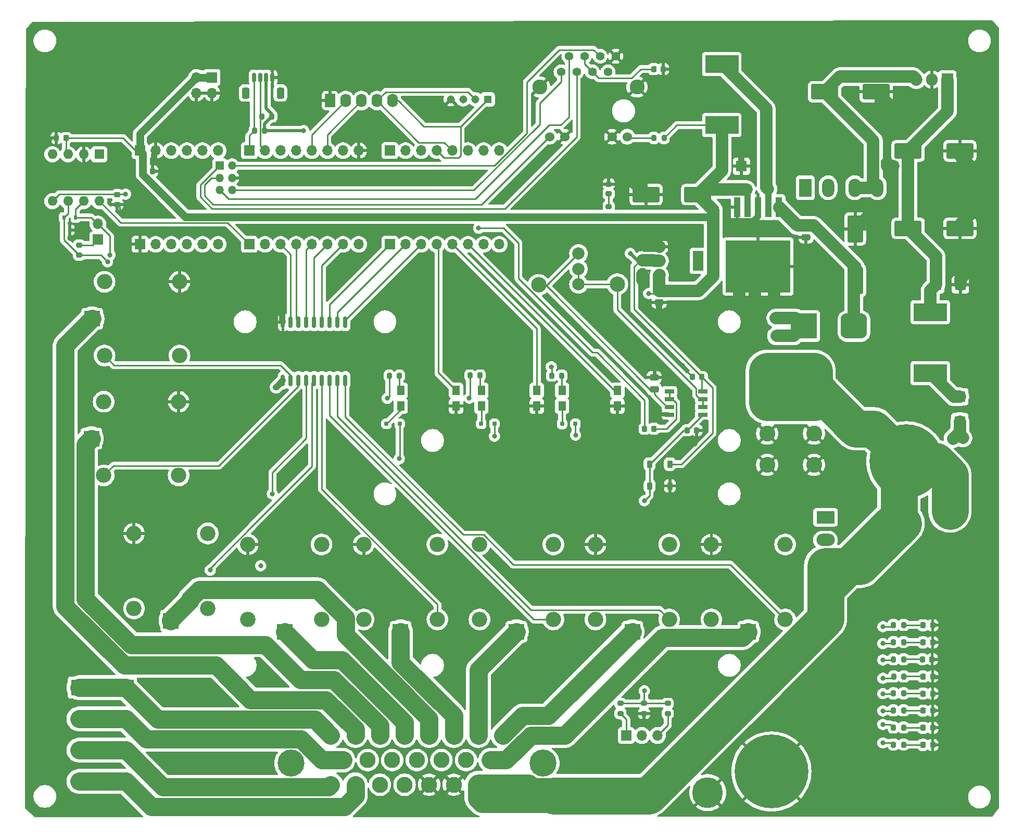
<source format=gbr>
%TF.GenerationSoftware,KiCad,Pcbnew,8.0.8*%
%TF.CreationDate,2025-03-16T07:00:45-06:00*%
%TF.ProjectId,RC11,52433131-2e6b-4696-9361-645f70636258,rev?*%
%TF.SameCoordinates,Original*%
%TF.FileFunction,Copper,L1,Top*%
%TF.FilePolarity,Positive*%
%FSLAX46Y46*%
G04 Gerber Fmt 4.6, Leading zero omitted, Abs format (unit mm)*
G04 Created by KiCad (PCBNEW 8.0.8) date 2025-03-16 07:00:45*
%MOMM*%
%LPD*%
G01*
G04 APERTURE LIST*
G04 Aperture macros list*
%AMRoundRect*
0 Rectangle with rounded corners*
0 $1 Rounding radius*
0 $2 $3 $4 $5 $6 $7 $8 $9 X,Y pos of 4 corners*
0 Add a 4 corners polygon primitive as box body*
4,1,4,$2,$3,$4,$5,$6,$7,$8,$9,$2,$3,0*
0 Add four circle primitives for the rounded corners*
1,1,$1+$1,$2,$3*
1,1,$1+$1,$4,$5*
1,1,$1+$1,$6,$7*
1,1,$1+$1,$8,$9*
0 Add four rect primitives between the rounded corners*
20,1,$1+$1,$2,$3,$4,$5,0*
20,1,$1+$1,$4,$5,$6,$7,0*
20,1,$1+$1,$6,$7,$8,$9,0*
20,1,$1+$1,$8,$9,$2,$3,0*%
G04 Aperture macros list end*
%TA.AperFunction,ComponentPad*%
%ADD10R,1.600000X1.600000*%
%TD*%
%TA.AperFunction,ComponentPad*%
%ADD11O,1.600000X1.600000*%
%TD*%
%TA.AperFunction,SMDPad,CuDef*%
%ADD12R,1.300000X1.500000*%
%TD*%
%TA.AperFunction,SMDPad,CuDef*%
%ADD13R,1.500000X0.650000*%
%TD*%
%TA.AperFunction,ComponentPad*%
%ADD14R,1.905000X2.000000*%
%TD*%
%TA.AperFunction,ComponentPad*%
%ADD15O,1.905000X2.000000*%
%TD*%
%TA.AperFunction,SMDPad,CuDef*%
%ADD16RoundRect,0.150000X-0.150000X0.800000X-0.150000X-0.800000X0.150000X-0.800000X0.150000X0.800000X0*%
%TD*%
%TA.AperFunction,ComponentPad*%
%ADD17C,2.500000*%
%TD*%
%TA.AperFunction,SMDPad,CuDef*%
%ADD18R,0.600000X0.700000*%
%TD*%
%TA.AperFunction,ComponentPad*%
%ADD19C,2.000000*%
%TD*%
%TA.AperFunction,SMDPad,CuDef*%
%ADD20RoundRect,0.200000X0.275000X-0.200000X0.275000X0.200000X-0.275000X0.200000X-0.275000X-0.200000X0*%
%TD*%
%TA.AperFunction,SMDPad,CuDef*%
%ADD21RoundRect,0.200000X-0.275000X0.200000X-0.275000X-0.200000X0.275000X-0.200000X0.275000X0.200000X0*%
%TD*%
%TA.AperFunction,SMDPad,CuDef*%
%ADD22RoundRect,0.200000X0.200000X0.275000X-0.200000X0.275000X-0.200000X-0.275000X0.200000X-0.275000X0*%
%TD*%
%TA.AperFunction,SMDPad,CuDef*%
%ADD23RoundRect,0.225000X-0.225000X-0.250000X0.225000X-0.250000X0.225000X0.250000X-0.225000X0.250000X0*%
%TD*%
%TA.AperFunction,SMDPad,CuDef*%
%ADD24RoundRect,0.200000X-0.200000X-0.275000X0.200000X-0.275000X0.200000X0.275000X-0.200000X0.275000X0*%
%TD*%
%TA.AperFunction,SMDPad,CuDef*%
%ADD25R,5.400000X2.900000*%
%TD*%
%TA.AperFunction,ComponentPad*%
%ADD26R,2.600000X2.600000*%
%TD*%
%TA.AperFunction,ComponentPad*%
%ADD27C,2.600000*%
%TD*%
%TA.AperFunction,ComponentPad*%
%ADD28O,2.500000X2.500000*%
%TD*%
%TA.AperFunction,ComponentPad*%
%ADD29R,2.500000X2.500000*%
%TD*%
%TA.AperFunction,ComponentPad*%
%ADD30R,1.308000X1.308000*%
%TD*%
%TA.AperFunction,ComponentPad*%
%ADD31C,1.308000*%
%TD*%
%TA.AperFunction,ComponentPad*%
%ADD32R,1.700000X1.700000*%
%TD*%
%TA.AperFunction,ComponentPad*%
%ADD33O,1.700000X1.700000*%
%TD*%
%TA.AperFunction,ComponentPad*%
%ADD34C,1.397000*%
%TD*%
%TA.AperFunction,ComponentPad*%
%ADD35C,1.524000*%
%TD*%
%TA.AperFunction,ComponentPad*%
%ADD36C,2.445000*%
%TD*%
%TA.AperFunction,ComponentPad*%
%ADD37RoundRect,0.250000X-0.620000X-0.845000X0.620000X-0.845000X0.620000X0.845000X-0.620000X0.845000X0*%
%TD*%
%TA.AperFunction,ComponentPad*%
%ADD38O,1.740000X2.190000*%
%TD*%
%TA.AperFunction,ComponentPad*%
%ADD39C,2.625000*%
%TD*%
%TA.AperFunction,ComponentPad*%
%ADD40C,4.395000*%
%TD*%
%TA.AperFunction,ComponentPad*%
%ADD41C,12.000000*%
%TD*%
%TA.AperFunction,ComponentPad*%
%ADD42C,5.000000*%
%TD*%
%TA.AperFunction,SMDPad,CuDef*%
%ADD43RoundRect,0.150000X0.150000X0.625000X-0.150000X0.625000X-0.150000X-0.625000X0.150000X-0.625000X0*%
%TD*%
%TA.AperFunction,SMDPad,CuDef*%
%ADD44RoundRect,0.250000X0.350000X0.650000X-0.350000X0.650000X-0.350000X-0.650000X0.350000X-0.650000X0*%
%TD*%
%TA.AperFunction,ComponentPad*%
%ADD45R,1.350000X1.350000*%
%TD*%
%TA.AperFunction,ComponentPad*%
%ADD46O,1.350000X1.350000*%
%TD*%
%TA.AperFunction,SMDPad,CuDef*%
%ADD47R,1.050000X3.210000*%
%TD*%
%TA.AperFunction,SMDPad,CuDef*%
%ADD48R,10.530000X8.460000*%
%TD*%
%TA.AperFunction,SMDPad,CuDef*%
%ADD49R,1.750000X0.950000*%
%TD*%
%TA.AperFunction,SMDPad,CuDef*%
%ADD50R,1.750000X3.250000*%
%TD*%
%TA.AperFunction,ComponentPad*%
%ADD51R,2.000000X3.000000*%
%TD*%
%TA.AperFunction,ComponentPad*%
%ADD52O,2.000000X3.000000*%
%TD*%
%TA.AperFunction,ComponentPad*%
%ADD53R,3.000000X2.000000*%
%TD*%
%TA.AperFunction,ComponentPad*%
%ADD54O,3.000000X2.000000*%
%TD*%
%TA.AperFunction,SMDPad,CuDef*%
%ADD55RoundRect,0.175000X0.175000X0.175000X-0.175000X0.175000X-0.175000X-0.175000X0.175000X-0.175000X0*%
%TD*%
%TA.AperFunction,SMDPad,CuDef*%
%ADD56RoundRect,0.225000X-0.225000X-0.375000X0.225000X-0.375000X0.225000X0.375000X-0.225000X0.375000X0*%
%TD*%
%TA.AperFunction,SMDPad,CuDef*%
%ADD57RoundRect,0.225000X0.225000X0.375000X-0.225000X0.375000X-0.225000X-0.375000X0.225000X-0.375000X0*%
%TD*%
%TA.AperFunction,SMDPad,CuDef*%
%ADD58R,1.800000X1.800000*%
%TD*%
%TA.AperFunction,SMDPad,CuDef*%
%ADD59RoundRect,1.025000X-1.125000X1.025000X-1.125000X-1.025000X1.125000X-1.025000X1.125000X1.025000X0*%
%TD*%
%TA.AperFunction,SMDPad,CuDef*%
%ADD60R,4.300000X4.100000*%
%TD*%
%TA.AperFunction,SMDPad,CuDef*%
%ADD61RoundRect,0.218750X0.218750X0.256250X-0.218750X0.256250X-0.218750X-0.256250X0.218750X-0.256250X0*%
%TD*%
%TA.AperFunction,SMDPad,CuDef*%
%ADD62RoundRect,0.218750X-0.256250X0.218750X-0.256250X-0.218750X0.256250X-0.218750X0.256250X0.218750X0*%
%TD*%
%TA.AperFunction,SMDPad,CuDef*%
%ADD63RoundRect,0.225000X-0.250000X0.225000X-0.250000X-0.225000X0.250000X-0.225000X0.250000X0.225000X0*%
%TD*%
%TA.AperFunction,SMDPad,CuDef*%
%ADD64RoundRect,0.225000X0.225000X0.250000X-0.225000X0.250000X-0.225000X-0.250000X0.225000X-0.250000X0*%
%TD*%
%TA.AperFunction,SMDPad,CuDef*%
%ADD65RoundRect,0.250000X0.475000X-0.250000X0.475000X0.250000X-0.475000X0.250000X-0.475000X-0.250000X0*%
%TD*%
%TA.AperFunction,SMDPad,CuDef*%
%ADD66RoundRect,0.250000X-1.950000X-1.000000X1.950000X-1.000000X1.950000X1.000000X-1.950000X1.000000X0*%
%TD*%
%TA.AperFunction,SMDPad,CuDef*%
%ADD67RoundRect,0.250000X1.950000X1.000000X-1.950000X1.000000X-1.950000X-1.000000X1.950000X-1.000000X0*%
%TD*%
%TA.AperFunction,SMDPad,CuDef*%
%ADD68RoundRect,0.250000X1.000000X-1.950000X1.000000X1.950000X-1.000000X1.950000X-1.000000X-1.950000X0*%
%TD*%
%TA.AperFunction,SMDPad,CuDef*%
%ADD69RoundRect,0.250000X-0.475000X0.250000X-0.475000X-0.250000X0.475000X-0.250000X0.475000X0.250000X0*%
%TD*%
%TA.AperFunction,ViaPad*%
%ADD70C,0.800000*%
%TD*%
%TA.AperFunction,Conductor*%
%ADD71C,0.254000*%
%TD*%
%TA.AperFunction,Conductor*%
%ADD72C,2.032000*%
%TD*%
%TA.AperFunction,Conductor*%
%ADD73C,1.016000*%
%TD*%
%TA.AperFunction,Conductor*%
%ADD74C,0.508000*%
%TD*%
%TA.AperFunction,Conductor*%
%ADD75C,1.270000*%
%TD*%
%TA.AperFunction,Conductor*%
%ADD76C,3.000000*%
%TD*%
%TA.AperFunction,Conductor*%
%ADD77C,6.000000*%
%TD*%
%TA.AperFunction,Conductor*%
%ADD78C,3.500000*%
%TD*%
G04 APERTURE END LIST*
D10*
%TO.P,U8,1,TXD*%
%TO.N,uC_CTX*%
X32350000Y-51960000D03*
D11*
%TO.P,U8,2,VSS*%
%TO.N,GND*%
X29810000Y-51960000D03*
%TO.P,U8,3,VDD*%
%TO.N,+5V*%
X27270000Y-51960000D03*
%TO.P,U8,4,RXD*%
%TO.N,uC_CRX*%
X24730000Y-51960000D03*
%TO.P,U8,5,Vio*%
%TO.N,+3.3V*%
X24730000Y-59580000D03*
%TO.P,U8,6,CANL*%
%TO.N,CANL*%
X27270000Y-59580000D03*
%TO.P,U8,7,CANH*%
%TO.N,CANH*%
X29810000Y-59580000D03*
%TO.P,U8,8,STBY*%
%TO.N,Standby*%
X32350000Y-59580000D03*
%TD*%
D12*
%TO.P,U6,1*%
%TO.N,Net-(R18-Pad1)*%
X107620000Y-90380000D03*
%TO.P,U6,2*%
%TO.N,Net-(D18-A)*%
X107620000Y-92920000D03*
%TO.P,U6,3*%
%TO.N,GND*%
X116620000Y-92920000D03*
%TO.P,U6,4*%
%TO.N,WorkPin*%
X116620000Y-90380000D03*
%TD*%
D13*
%TO.P,U5,1*%
%TO.N,Net-(U5A--)*%
X125100000Y-90495000D03*
%TO.P,U5,2,-*%
X125100000Y-91765000D03*
%TO.P,U5,3,+*%
%TO.N,Net-(U5A-+)*%
X125100000Y-93035000D03*
%TO.P,U5,4,V-*%
%TO.N,GND*%
X125100000Y-94305000D03*
%TO.P,U5,5,+*%
%TO.N,Net-(D14-A)*%
X130500000Y-94305000D03*
%TO.P,U5,6,-*%
%TO.N,Net-(U5B--)*%
X130500000Y-93035000D03*
%TO.P,U5,7*%
X130500000Y-91765000D03*
%TO.P,U5,8,V+*%
%TO.N,+3.3V*%
X130500000Y-90495000D03*
%TD*%
D14*
%TO.P,U4,1,VI*%
%TO.N,Net-(U4-VI)*%
X170300000Y-39800000D03*
D15*
%TO.P,U4,2,GND*%
%TO.N,GND*%
X167760000Y-39800000D03*
%TO.P,U4,3,VO*%
%TO.N,Net-(U4-VO)*%
X165220000Y-39800000D03*
%TD*%
D16*
%TO.P,U3,1,I1*%
%TO.N,RLY8*%
X72380000Y-79275000D03*
%TO.P,U3,2,I2*%
%TO.N,RLY7*%
X71110000Y-79275000D03*
%TO.P,U3,3,I3*%
%TO.N,RLY6*%
X69840000Y-79275000D03*
%TO.P,U3,4,I4*%
%TO.N,RLY5*%
X68570000Y-79275000D03*
%TO.P,U3,5,I5*%
%TO.N,RLY4*%
X67300000Y-79275000D03*
%TO.P,U3,6,I6*%
%TO.N,RLY3*%
X66030000Y-79275000D03*
%TO.P,U3,7,I7*%
%TO.N,RLY2*%
X64760000Y-79275000D03*
%TO.P,U3,8,I8*%
%TO.N,RLY1*%
X63490000Y-79275000D03*
%TO.P,U3,9,GND*%
%TO.N,GND*%
X62220000Y-79275000D03*
%TO.P,U3,10,COM*%
%TO.N,+12V*%
X62220000Y-88725000D03*
%TO.P,U3,11,O8*%
%TO.N,Net-(U3-O8)*%
X63490000Y-88725000D03*
%TO.P,U3,12,O7*%
%TO.N,Net-(U3-O7)*%
X64760000Y-88725000D03*
%TO.P,U3,13,O6*%
%TO.N,Net-(U3-O6)*%
X66030000Y-88725000D03*
%TO.P,U3,14,O5*%
%TO.N,Net-(U3-O5)*%
X67300000Y-88725000D03*
%TO.P,U3,15,O4*%
%TO.N,Net-(U3-O4)*%
X68570000Y-88725000D03*
%TO.P,U3,16,O3*%
%TO.N,Net-(U3-O3)*%
X69840000Y-88725000D03*
%TO.P,U3,17,O2*%
%TO.N,Net-(U3-O2)*%
X71110000Y-88725000D03*
%TO.P,U3,18,O1*%
%TO.N,Net-(U3-O1)*%
X72380000Y-88725000D03*
%TD*%
D12*
%TO.P,U2,1*%
%TO.N,Net-(R2-Pad1)*%
X94500000Y-90380000D03*
%TO.P,U2,2*%
%TO.N,Net-(D16-A)*%
X94500000Y-92920000D03*
%TO.P,U2,3*%
%TO.N,GND*%
X103500000Y-92920000D03*
%TO.P,U2,4*%
%TO.N,FlowPin2*%
X103500000Y-90380000D03*
%TD*%
%TO.P,U1,1*%
%TO.N,Net-(R1-Pad1)*%
X81380000Y-90380000D03*
%TO.P,U1,2*%
%TO.N,Net-(D17-A)*%
X81380000Y-92920000D03*
%TO.P,U1,3*%
%TO.N,GND*%
X90380000Y-92920000D03*
%TO.P,U1,4*%
%TO.N,FlowPin1*%
X90380000Y-90380000D03*
%TD*%
D17*
%TO.P,TP2,1,1*%
%TO.N,Net-(U5A-+)*%
X103800000Y-73200000D03*
%TD*%
%TO.P,TP1,1,1*%
%TO.N,Net-(U5B--)*%
X116600000Y-73100000D03*
%TD*%
D18*
%TO.P,S1,1*%
%TO.N,CANH*%
X28500000Y-62245000D03*
%TO.P,S1,2*%
%TO.N,CANL*%
X26600000Y-62245000D03*
%TO.P,S1,3*%
%TO.N,GND*%
X27550000Y-64245000D03*
%TD*%
D19*
%TO.P,RV1,1,1*%
%TO.N,Net-(U5B--)*%
X110300000Y-73100000D03*
%TO.P,RV1,2,2*%
X110300000Y-70600000D03*
%TO.P,RV1,3,3*%
%TO.N,Net-(U5A-+)*%
X110300000Y-68100000D03*
%TD*%
D20*
%TO.P,R20,1*%
%TO.N,Net-(J17-Pin_3)*%
X124800000Y-142925000D03*
%TO.P,R20,2*%
%TO.N,Net-(D14-A)*%
X124800000Y-141275000D03*
%TD*%
D21*
%TO.P,R19,1*%
%TO.N,Net-(D14-A)*%
X117100000Y-141275000D03*
%TO.P,R19,2*%
%TO.N,Net-(J17-Pin_1)*%
X117100000Y-142925000D03*
%TD*%
D22*
%TO.P,R18,1*%
%TO.N,Net-(R18-Pad1)*%
X107565000Y-87980000D03*
%TO.P,R18,2*%
%TO.N,+5V*%
X105915000Y-87980000D03*
%TD*%
D20*
%TO.P,R17,1*%
%TO.N,GND*%
X120950000Y-142925000D03*
%TO.P,R17,2*%
%TO.N,Net-(D14-A)*%
X120950000Y-141275000D03*
%TD*%
D21*
%TO.P,R16,1*%
%TO.N,Net-(J18-Pin_1)*%
X29080000Y-66725000D03*
%TO.P,R16,2*%
%TO.N,CANL*%
X29080000Y-68375000D03*
%TD*%
D23*
%TO.P,R15,1*%
%TO.N,PressurePin*%
X121025000Y-96600000D03*
%TO.P,R15,2*%
%TO.N,Net-(U5A--)*%
X122575000Y-96600000D03*
%TD*%
D21*
%TO.P,R14,1*%
%TO.N,Net-(D1-A)*%
X115200000Y-60475000D03*
%TO.P,R14,2*%
%TO.N,+5V*%
X115200000Y-62125000D03*
%TD*%
D24*
%TO.P,R13,1*%
%TO.N,Net-(J16-Pin_1)*%
X57575000Y-48100000D03*
%TO.P,R13,2*%
%TO.N,+3.3V*%
X59225000Y-48100000D03*
%TD*%
%TO.P,R12,1*%
%TO.N,Net-(J16-Pin_2)*%
X58775000Y-45800000D03*
%TO.P,R12,2*%
%TO.N,+3.3V*%
X60425000Y-45800000D03*
%TD*%
D22*
%TO.P,R11,1*%
%TO.N,+5V*%
X124200000Y-49300000D03*
%TO.P,R11,2*%
%TO.N,Net-(J14-LED-Pad12)*%
X122550000Y-49300000D03*
%TD*%
%TO.P,R10,1*%
%TO.N,Net-(D10-A)*%
X163150000Y-147980000D03*
%TO.P,R10,2*%
%TO.N,R8*%
X161500000Y-147980000D03*
%TD*%
%TO.P,R9,1*%
%TO.N,Net-(D9-A)*%
X163150000Y-145200000D03*
%TO.P,R9,2*%
%TO.N,R7*%
X161500000Y-145200000D03*
%TD*%
%TO.P,R8,1*%
%TO.N,Net-(D8-A)*%
X163150000Y-142420000D03*
%TO.P,R8,2*%
%TO.N,R6*%
X161500000Y-142420000D03*
%TD*%
%TO.P,R7,1*%
%TO.N,Net-(D7-A)*%
X163150000Y-139640000D03*
%TO.P,R7,2*%
%TO.N,R5*%
X161500000Y-139640000D03*
%TD*%
%TO.P,R6,1*%
%TO.N,Net-(D6-A)*%
X163150000Y-134100000D03*
%TO.P,R6,2*%
%TO.N,R3*%
X161500000Y-134100000D03*
%TD*%
%TO.P,R5,1*%
%TO.N,Net-(D5-A)*%
X163200000Y-136900000D03*
%TO.P,R5,2*%
%TO.N,R4*%
X161550000Y-136900000D03*
%TD*%
%TO.P,R4,1*%
%TO.N,Net-(D4-A)*%
X163150000Y-131300000D03*
%TO.P,R4,2*%
%TO.N,R2*%
X161500000Y-131300000D03*
%TD*%
%TO.P,R3,1*%
%TO.N,Net-(D3-A)*%
X163150000Y-128520000D03*
%TO.P,R3,2*%
%TO.N,R1*%
X161500000Y-128520000D03*
%TD*%
%TO.P,R2,1*%
%TO.N,Net-(R2-Pad1)*%
X94285000Y-87930000D03*
%TO.P,R2,2*%
%TO.N,+5VA*%
X92635000Y-87930000D03*
%TD*%
%TO.P,R1,1*%
%TO.N,Net-(R1-Pad1)*%
X81165000Y-87990000D03*
%TO.P,R1,2*%
%TO.N,+5VA*%
X79515000Y-87990000D03*
%TD*%
D25*
%TO.P,L2,1,1*%
%TO.N,Net-(D12-K)*%
X167500000Y-87550000D03*
%TO.P,L2,2,2*%
%TO.N,Net-(U4-VI)*%
X167500000Y-77650000D03*
%TD*%
%TO.P,L1,1,1*%
%TO.N,Net-(IC2-Output)*%
X133600000Y-37300000D03*
%TO.P,L1,2,2*%
%TO.N,+5V*%
X133600000Y-47200000D03*
%TD*%
D26*
%TO.P,KF2,1*%
%TO.N,M1A*%
X29045000Y-138715000D03*
X36665000Y-138715000D03*
D27*
%TO.P,KF2,2*%
%TO.N,M1B*%
X29045000Y-143795000D03*
X36665000Y-143795000D03*
%TO.P,KF2,3*%
%TO.N,M2A*%
X29045000Y-148875000D03*
X36665000Y-148875000D03*
%TO.P,KF2,4*%
%TO.N,M2B*%
X29045000Y-153955000D03*
X36665000Y-153955000D03*
%TD*%
D26*
%TO.P,KF1,1*%
%TO.N,12V_In*%
X140980000Y-87240000D03*
X148600000Y-87240000D03*
D27*
%TO.P,KF1,2*%
X140980000Y-92320000D03*
X148600000Y-92320000D03*
%TO.P,KF1,3*%
%TO.N,GND*%
X140980000Y-97400000D03*
X148600000Y-97400000D03*
%TO.P,KF1,4*%
X140980000Y-102480000D03*
X148600000Y-102480000D03*
%TD*%
D28*
%TO.P,K8,1*%
%TO.N,Net-(U3-O1)*%
X143900000Y-127627500D03*
%TO.P,K8,2*%
%TO.N,+12V*%
X131900000Y-127627500D03*
D29*
%TO.P,K8,3*%
%TO.N,R8*%
X137900000Y-129627500D03*
D28*
%TO.P,K8,4*%
%TO.N,GND*%
X131900000Y-115427500D03*
%TO.P,K8,5*%
%TO.N,+12V*%
X143900000Y-115427500D03*
%TD*%
%TO.P,K7,1*%
%TO.N,Net-(U3-O2)*%
X125050000Y-127627500D03*
%TO.P,K7,2*%
%TO.N,+12V*%
X113050000Y-127627500D03*
D29*
%TO.P,K7,3*%
%TO.N,R7*%
X119050000Y-129627500D03*
D28*
%TO.P,K7,4*%
%TO.N,GND*%
X113050000Y-115427500D03*
%TO.P,K7,5*%
%TO.N,+12V*%
X125050000Y-115427500D03*
%TD*%
%TO.P,K6,1*%
%TO.N,Net-(U3-O3)*%
X106200000Y-127627500D03*
%TO.P,K6,2*%
%TO.N,+12V*%
X94200000Y-127627500D03*
D29*
%TO.P,K6,3*%
%TO.N,R6*%
X100200000Y-129627500D03*
D28*
%TO.P,K6,4*%
%TO.N,GND*%
X94200000Y-115427500D03*
%TO.P,K6,5*%
%TO.N,+12V*%
X106200000Y-115427500D03*
%TD*%
%TO.P,K5,1*%
%TO.N,Net-(U3-O4)*%
X87350000Y-127627500D03*
%TO.P,K5,2*%
%TO.N,+12V*%
X75350000Y-127627500D03*
D29*
%TO.P,K5,3*%
%TO.N,R5*%
X81350000Y-129627500D03*
D28*
%TO.P,K5,4*%
%TO.N,GND*%
X75350000Y-115427500D03*
%TO.P,K5,5*%
%TO.N,+12V*%
X87350000Y-115427500D03*
%TD*%
%TO.P,K4,1*%
%TO.N,Net-(U3-O6)*%
X68500000Y-127627500D03*
%TO.P,K4,2*%
%TO.N,+12V*%
X56500000Y-127627500D03*
D29*
%TO.P,K4,3*%
%TO.N,R3*%
X62500000Y-129627500D03*
D28*
%TO.P,K4,4*%
%TO.N,GND*%
X56500000Y-115427500D03*
%TO.P,K4,5*%
%TO.N,+12V*%
X68500000Y-115427500D03*
%TD*%
%TO.P,K3,1*%
%TO.N,Net-(U3-O5)*%
X50000000Y-125827500D03*
%TO.P,K3,2*%
%TO.N,+12V*%
X38000000Y-125827500D03*
D29*
%TO.P,K3,3*%
%TO.N,R4*%
X44000000Y-127827500D03*
D28*
%TO.P,K3,4*%
%TO.N,GND*%
X38000000Y-113627500D03*
%TO.P,K3,5*%
%TO.N,+12V*%
X50000000Y-113627500D03*
%TD*%
%TO.P,K2,1*%
%TO.N,Net-(U3-O7)*%
X33072500Y-104200000D03*
%TO.P,K2,2*%
%TO.N,+12V*%
X33072500Y-92200000D03*
D29*
%TO.P,K2,3*%
%TO.N,R2*%
X31072500Y-98200000D03*
D28*
%TO.P,K2,4*%
%TO.N,GND*%
X45272500Y-92200000D03*
%TO.P,K2,5*%
%TO.N,+12V*%
X45272500Y-104200000D03*
%TD*%
%TO.P,K1,1*%
%TO.N,Net-(U3-O8)*%
X33200000Y-84700000D03*
%TO.P,K1,2*%
%TO.N,+12V*%
X33200000Y-72700000D03*
D29*
%TO.P,K1,3*%
%TO.N,R1*%
X31200000Y-78700000D03*
D28*
%TO.P,K1,4*%
%TO.N,GND*%
X45400000Y-72700000D03*
%TO.P,K1,5*%
%TO.N,+12V*%
X45400000Y-84700000D03*
%TD*%
D30*
%TO.P,J21,1,Yellow*%
%TO.N,Dir1Pin*%
X95523200Y-43017000D03*
D31*
%TO.P,J21,2,White*%
%TO.N,PWM1Pin*%
X93523200Y-43017000D03*
%TO.P,J21,3,Red*%
%TO.N,unconnected-(J21-Red-Pad3)*%
X91523200Y-43017000D03*
%TO.P,J21,4,Black*%
%TO.N,GND*%
X89523200Y-43017000D03*
%TD*%
D32*
%TO.P,J18,1,Pin_1*%
%TO.N,Net-(J18-Pin_1)*%
X32140000Y-65845000D03*
D33*
%TO.P,J18,2,Pin_2*%
%TO.N,CANH*%
X32140000Y-63305000D03*
%TD*%
D32*
%TO.P,J17,1,Pin_1*%
%TO.N,Net-(J17-Pin_1)*%
X118060000Y-146500000D03*
D33*
%TO.P,J17,2,Pin_2*%
%TO.N,PressureSensor*%
X120600000Y-146500000D03*
%TO.P,J17,3,Pin_3*%
%TO.N,Net-(J17-Pin_3)*%
X123140000Y-146500000D03*
%TD*%
D32*
%TO.P,J16,1,Pin_1*%
%TO.N,Net-(J16-Pin_1)*%
X56760000Y-51360000D03*
D33*
%TO.P,J16,2,Pin_2*%
%TO.N,Net-(J16-Pin_2)*%
X59300000Y-51360000D03*
%TO.P,J16,3,Pin_3*%
%TO.N,unconnected-(J16-Pin_3-Pad3)*%
X61840000Y-51360000D03*
%TO.P,J16,4,Pin_4*%
%TO.N,unconnected-(J16-Pin_4-Pad4)*%
X64380000Y-51360000D03*
%TO.P,J16,5,Pin_5*%
%TO.N,PWM2Pin*%
X66920000Y-51360000D03*
%TO.P,J16,6,Pin_6*%
%TO.N,Dir2Pin*%
X69460000Y-51360000D03*
%TO.P,J16,7,Pin_7*%
%TO.N,unconnected-(J16-Pin_7-Pad7)*%
X72000000Y-51360000D03*
%TO.P,J16,8,Pin_8*%
%TO.N,GND*%
X74540000Y-51360000D03*
%TD*%
D32*
%TO.P,J15,1,Pin_1*%
%TO.N,+5V*%
X38980000Y-51360000D03*
D33*
%TO.P,J15,2,Pin_2*%
%TO.N,GND*%
X41520000Y-51360000D03*
%TO.P,J15,3,Pin_3*%
%TO.N,unconnected-(J15-Pin_3-Pad3)*%
X44060000Y-51360000D03*
%TO.P,J15,4,Pin_4*%
%TO.N,uC_CRX*%
X46600000Y-51360000D03*
%TO.P,J15,5,Pin_5*%
%TO.N,uC_CTX*%
X49140000Y-51360000D03*
%TO.P,J15,6,Pin_6*%
%TO.N,unconnected-(J15-Pin_6-Pad6)*%
X51680000Y-51360000D03*
%TD*%
D34*
%TO.P,J14,1,TD+*%
%TO.N,Net-(J1-Pin_6)*%
X107454999Y-38540000D03*
%TO.P,J14,2,TD-*%
%TO.N,Net-(J1-Pin_5)*%
X108724999Y-36000000D03*
%TO.P,J14,3,RD+*%
%TO.N,Net-(J1-Pin_1)*%
X109994999Y-38540000D03*
%TO.P,J14,4,GND*%
%TO.N,Net-(C8-Pad1)*%
X111264999Y-36000000D03*
%TO.P,J14,5,GND*%
X112534999Y-38540000D03*
%TO.P,J14,6,RD-*%
%TO.N,Net-(J1-Pin_2)*%
X113804999Y-36000000D03*
%TO.P,J14,7,NC*%
%TO.N,unconnected-(J14-NC-Pad7)*%
X115074999Y-38540000D03*
%TO.P,J14,8,GND*%
%TO.N,GND*%
X116344999Y-36000000D03*
D35*
%TO.P,J14,9,LED*%
%TO.N,Net-(J1-Pin_3)*%
X105574998Y-49089999D03*
%TO.P,J14,10,GND*%
%TO.N,GND*%
X108064998Y-49089999D03*
%TO.P,J14,11,GND*%
X115735000Y-49089999D03*
%TO.P,J14,12,LED*%
%TO.N,Net-(J14-LED-Pad12)*%
X118225000Y-49089999D03*
D36*
%TO.P,J14,13*%
%TO.N,GND*%
X119799998Y-41000000D03*
%TO.P,J14,14*%
X104000000Y-41000000D03*
%TD*%
D37*
%TO.P,J13,1,Pin_1*%
%TO.N,GND*%
X69891800Y-43237000D03*
D38*
%TO.P,J13,2,Pin_2*%
%TO.N,PWM2Pin*%
X72431800Y-43237000D03*
%TO.P,J13,3,Pin_3*%
%TO.N,Dir2Pin*%
X74971800Y-43237000D03*
%TO.P,J13,4,Pin_4*%
%TO.N,PWM1Pin*%
X77511800Y-43237000D03*
%TO.P,J13,5,Pin_5*%
%TO.N,Dir1Pin*%
X80051800Y-43237000D03*
%TD*%
D39*
%TO.P,J12,1,1*%
%TO.N,M1A*%
X70000000Y-146500000D03*
%TO.P,J12,2,2*%
%TO.N,R1*%
X74000000Y-146500000D03*
%TO.P,J12,3,3*%
%TO.N,R2*%
X78000000Y-146500000D03*
%TO.P,J12,4,4*%
%TO.N,R3*%
X82000000Y-146500000D03*
%TO.P,J12,5,5*%
%TO.N,R4*%
X86000000Y-146500000D03*
%TO.P,J12,6,6*%
%TO.N,R5*%
X90000000Y-146500000D03*
%TO.P,J12,7,7*%
%TO.N,R6*%
X94000000Y-146500000D03*
%TO.P,J12,8,8*%
%TO.N,R7*%
X98000000Y-146500000D03*
%TO.P,J12,9,9*%
%TO.N,M1B*%
X72000000Y-150500000D03*
%TO.P,J12,10,10*%
%TO.N,+5VA*%
X76000000Y-150500000D03*
%TO.P,J12,11,11*%
%TO.N,FlowSensor1*%
X80000000Y-150500000D03*
%TO.P,J12,12,12*%
%TO.N,FlowSensor2*%
X84000000Y-150500000D03*
%TO.P,J12,13,13*%
%TO.N,WorkSwitch*%
X88000000Y-150500000D03*
%TO.P,J12,14,14*%
%TO.N,PressureSensor*%
X92000000Y-150500000D03*
%TO.P,J12,15,15*%
%TO.N,R8*%
X96000000Y-150500000D03*
%TO.P,J12,16,16*%
%TO.N,M2A*%
X70000000Y-154500000D03*
%TO.P,J12,17,17*%
%TO.N,M2B*%
X74000000Y-154500000D03*
%TO.P,J12,18,18*%
%TO.N,CANL*%
X78000000Y-154500000D03*
%TO.P,J12,19,19*%
%TO.N,CANH*%
X82000000Y-154500000D03*
%TO.P,J12,20,20*%
%TO.N,GND*%
X86000000Y-154500000D03*
%TO.P,J12,21,21*%
X90000000Y-154500000D03*
%TO.P,J12,22,22*%
%TO.N,12V_In*%
X94000000Y-154500000D03*
%TO.P,J12,23,23*%
X98000000Y-154500000D03*
D40*
%TO.P,J12,MH1,MH1*%
%TO.N,unconnected-(J12-PadMH1)*%
X63500000Y-151000000D03*
%TO.P,J12,MH2,MH2*%
%TO.N,unconnected-(J12-PadMH2)*%
X104500000Y-151000000D03*
%TD*%
D41*
%TO.P,J11,1,Pin_1*%
%TO.N,GND*%
X141670000Y-152360000D03*
%TD*%
D42*
%TO.P,J10,1,Pin_1*%
%TO.N,GND*%
X131300000Y-155800000D03*
%TD*%
D41*
%TO.P,J9,1,Pin_1*%
%TO.N,12V_In*%
X163600000Y-101900000D03*
%TD*%
D42*
%TO.P,J8,1,Pin_1*%
%TO.N,12V_In*%
X170700000Y-110000000D03*
%TD*%
D32*
%TO.P,J7,1,Pin_1*%
%TO.N,PressurePin*%
X79620000Y-51360000D03*
D33*
%TO.P,J7,2,Pin_2*%
%TO.N,unconnected-(J7-Pin_2-Pad2)*%
X82160000Y-51360000D03*
%TO.P,J7,3,Pin_3*%
%TO.N,unconnected-(J7-Pin_3-Pad3)*%
X84700000Y-51360000D03*
%TO.P,J7,4,Pin_4*%
%TO.N,Dir1Pin*%
X87240000Y-51360000D03*
%TO.P,J7,5,Pin_5*%
%TO.N,PWM1Pin*%
X89780000Y-51360000D03*
%TO.P,J7,6,Pin_6*%
%TO.N,unconnected-(J7-Pin_6-Pad6)*%
X92320000Y-51360000D03*
%TO.P,J7,7,Pin_7*%
%TO.N,unconnected-(J7-Pin_7-Pad7)*%
X94860000Y-51360000D03*
%TO.P,J7,8,Pin_8*%
%TO.N,unconnected-(J7-Pin_8-Pad8)*%
X97400000Y-51360000D03*
%TD*%
D32*
%TO.P,J6,1,Pin_1*%
%TO.N,Standby*%
X56760000Y-66600000D03*
D33*
%TO.P,J6,2,Pin_2*%
%TO.N,unconnected-(J6-Pin_2-Pad2)*%
X59300000Y-66600000D03*
%TO.P,J6,3,Pin_3*%
%TO.N,RLY1*%
X61840000Y-66600000D03*
%TO.P,J6,4,Pin_4*%
%TO.N,RLY2*%
X64380000Y-66600000D03*
%TO.P,J6,5,Pin_5*%
%TO.N,RLY3*%
X66920000Y-66600000D03*
%TO.P,J6,6,Pin_6*%
%TO.N,RLY4*%
X69460000Y-66600000D03*
%TO.P,J6,7,Pin_7*%
%TO.N,RLY5*%
X72000000Y-66600000D03*
%TO.P,J6,8,Pin_8*%
%TO.N,unconnected-(J6-Pin_8-Pad8)*%
X74540000Y-66600000D03*
%TD*%
D32*
%TO.P,J5,1,Pin_1*%
%TO.N,RLY6*%
X79620000Y-66600000D03*
D33*
%TO.P,J5,2,Pin_2*%
%TO.N,RLY7*%
X82160000Y-66600000D03*
%TO.P,J5,3,Pin_3*%
%TO.N,RLY8*%
X84700000Y-66600000D03*
%TO.P,J5,4,Pin_4*%
%TO.N,FlowPin1*%
X87240000Y-66600000D03*
%TO.P,J5,5,Pin_5*%
%TO.N,FlowPin2*%
X89780000Y-66600000D03*
%TO.P,J5,6,Pin_6*%
%TO.N,WorkPin*%
X92320000Y-66600000D03*
%TO.P,J5,7,Pin_7*%
%TO.N,unconnected-(J5-Pin_7-Pad7)*%
X94860000Y-66600000D03*
%TO.P,J5,8,Pin_8*%
%TO.N,unconnected-(J5-Pin_8-Pad8)*%
X97400000Y-66600000D03*
%TD*%
D32*
%TO.P,J4,1,Pin_1*%
%TO.N,GND*%
X38980000Y-66600000D03*
D33*
%TO.P,J4,2,Pin_2*%
%TO.N,unconnected-(J4-Pin_2-Pad2)*%
X41520000Y-66600000D03*
%TO.P,J4,3,Pin_3*%
%TO.N,unconnected-(J4-Pin_3-Pad3)*%
X44060000Y-66600000D03*
%TO.P,J4,4,Pin_4*%
%TO.N,unconnected-(J4-Pin_4-Pad4)*%
X46600000Y-66600000D03*
%TO.P,J4,5,Pin_5*%
%TO.N,unconnected-(J4-Pin_5-Pad5)*%
X49140000Y-66600000D03*
%TO.P,J4,6,Pin_6*%
%TO.N,unconnected-(J4-Pin_6-Pad6)*%
X51680000Y-66600000D03*
%TD*%
D43*
%TO.P,J3,1,Pin_1*%
%TO.N,GND*%
X60500000Y-39475000D03*
%TO.P,J3,2,Pin_2*%
%TO.N,+3.3V*%
X59500000Y-39475000D03*
%TO.P,J3,3,Pin_3*%
%TO.N,Net-(J16-Pin_2)*%
X58500000Y-39475000D03*
%TO.P,J3,4,Pin_4*%
%TO.N,Net-(J16-Pin_1)*%
X57500000Y-39475000D03*
D44*
%TO.P,J3,MP*%
%TO.N,N/C*%
X61800000Y-42000000D03*
X56200000Y-42000000D03*
%TD*%
D32*
%TO.P,J2,1,Pin_1*%
%TO.N,+5V*%
X50700000Y-39460000D03*
D33*
%TO.P,J2,2,Pin_2*%
X48160000Y-39460000D03*
%TO.P,J2,3,Pin_3*%
%TO.N,GND*%
X50700000Y-42000000D03*
%TO.P,J2,4,Pin_4*%
X48160000Y-42000000D03*
%TD*%
D45*
%TO.P,J1,1,Pin_1*%
%TO.N,Net-(J1-Pin_1)*%
X51950000Y-53798400D03*
D46*
%TO.P,J1,2,Pin_2*%
%TO.N,Net-(J1-Pin_2)*%
X53950000Y-53798400D03*
%TO.P,J1,3,Pin_3*%
%TO.N,Net-(J1-Pin_3)*%
X51950000Y-55798400D03*
%TO.P,J1,4,Pin_4*%
%TO.N,GND*%
X53950000Y-55798400D03*
%TO.P,J1,5,Pin_5*%
%TO.N,Net-(J1-Pin_5)*%
X51950000Y-57798400D03*
%TO.P,J1,6,Pin_6*%
%TO.N,Net-(J1-Pin_6)*%
X53950000Y-57798400D03*
%TD*%
D47*
%TO.P,IC2,1,VIN*%
%TO.N,Net-(D11-K)*%
X142900000Y-60563250D03*
%TO.P,IC2,2,Output*%
%TO.N,Net-(IC2-Output)*%
X141200000Y-60563250D03*
%TO.P,IC2,3,GND*%
%TO.N,GND*%
X139500000Y-60563250D03*
%TO.P,IC2,4,Feedback*%
%TO.N,+5V*%
X137800000Y-60563250D03*
%TO.P,IC2,5,On/Off*%
%TO.N,GND*%
X136100000Y-60563250D03*
D48*
%TO.P,IC2,6,GND_1*%
X139500000Y-70193250D03*
%TD*%
D49*
%TO.P,IC1,1,ADJ/GND*%
%TO.N,GND*%
X123450000Y-67000000D03*
%TO.P,IC1,2,OUTPUT*%
%TO.N,+3.3V*%
X123450000Y-69300000D03*
%TO.P,IC1,3,INPUT*%
%TO.N,+5V*%
X123450000Y-71600000D03*
D50*
%TO.P,IC1,4,VOUT*%
%TO.N,unconnected-(IC1-VOUT-Pad4)*%
X129750000Y-69300000D03*
%TD*%
D51*
%TO.P,F2,1*%
%TO.N,+5VA*%
X147200000Y-57400000D03*
D52*
X150900000Y-57400000D03*
%TO.P,F2,2*%
%TO.N,Net-(U4-VO)*%
X155200000Y-57400000D03*
X158900000Y-57400000D03*
%TD*%
D53*
%TO.P,F1,1*%
%TO.N,+12V*%
X150455000Y-110995000D03*
D54*
X150455000Y-114695000D03*
%TO.P,F1,2*%
%TO.N,12V_In*%
X150455000Y-118995000D03*
X150455000Y-122695000D03*
%TD*%
D55*
%TO.P,D18,1,K*%
%TO.N,WorkSwitch*%
X109785000Y-95820000D03*
%TO.P,D18,2,A*%
%TO.N,Net-(D18-A)*%
X107635000Y-95820000D03*
%TD*%
%TO.P,D17,1,K*%
%TO.N,FlowSensor1*%
X81205000Y-95800000D03*
%TO.P,D17,2,A*%
%TO.N,Net-(D17-A)*%
X79055000Y-95800000D03*
%TD*%
%TO.P,D16,1,K*%
%TO.N,FlowSensor2*%
X96615000Y-95790000D03*
%TO.P,D16,2,A*%
%TO.N,Net-(D16-A)*%
X94465000Y-95790000D03*
%TD*%
D56*
%TO.P,D15,1,K*%
%TO.N,Net-(D14-A)*%
X121850000Y-105900000D03*
%TO.P,D15,2,A*%
%TO.N,GND*%
X125150000Y-105900000D03*
%TD*%
D57*
%TO.P,D14,1,K*%
%TO.N,+3.3V*%
X125150000Y-102350000D03*
%TO.P,D14,2,A*%
%TO.N,Net-(D14-A)*%
X121850000Y-102350000D03*
%TD*%
D58*
%TO.P,D13,1*%
%TO.N,Net-(U4-VI)*%
X168400000Y-73200000D03*
%TO.P,D13,2*%
%TO.N,GND*%
X172400000Y-73200000D03*
%TD*%
%TO.P,D12,1,K*%
%TO.N,Net-(D12-K)*%
X172300000Y-91400000D03*
%TO.P,D12,2,A*%
%TO.N,+12V*%
X172300000Y-95400000D03*
%TD*%
D59*
%TO.P,D11,1,K*%
%TO.N,Net-(D11-K)*%
X155100000Y-79900000D03*
D60*
%TO.P,D11,2,A*%
%TO.N,+12V*%
X146900000Y-79900000D03*
%TD*%
D61*
%TO.P,D10,1,K*%
%TO.N,GND*%
X167887500Y-148020000D03*
%TO.P,D10,2,A*%
%TO.N,Net-(D10-A)*%
X166312500Y-148020000D03*
%TD*%
%TO.P,D9,1,K*%
%TO.N,GND*%
X167887500Y-145240000D03*
%TO.P,D9,2,A*%
%TO.N,Net-(D9-A)*%
X166312500Y-145240000D03*
%TD*%
%TO.P,D8,1,K*%
%TO.N,GND*%
X167887500Y-142460000D03*
%TO.P,D8,2,A*%
%TO.N,Net-(D8-A)*%
X166312500Y-142460000D03*
%TD*%
%TO.P,D7,1,K*%
%TO.N,GND*%
X167887500Y-139680000D03*
%TO.P,D7,2,A*%
%TO.N,Net-(D7-A)*%
X166312500Y-139680000D03*
%TD*%
%TO.P,D6,1,K*%
%TO.N,GND*%
X167800000Y-134100000D03*
%TO.P,D6,2,A*%
%TO.N,Net-(D6-A)*%
X166225000Y-134100000D03*
%TD*%
%TO.P,D5,1,K*%
%TO.N,GND*%
X167887500Y-136900000D03*
%TO.P,D5,2,A*%
%TO.N,Net-(D5-A)*%
X166312500Y-136900000D03*
%TD*%
%TO.P,D4,1,K*%
%TO.N,GND*%
X167887500Y-131340000D03*
%TO.P,D4,2,A*%
%TO.N,Net-(D4-A)*%
X166312500Y-131340000D03*
%TD*%
%TO.P,D3,1,K*%
%TO.N,GND*%
X167887500Y-128560000D03*
%TO.P,D3,2,A*%
%TO.N,Net-(D3-A)*%
X166312500Y-128560000D03*
%TD*%
D58*
%TO.P,D2,1*%
%TO.N,Net-(IC2-Output)*%
X140800000Y-53900000D03*
%TO.P,D2,2*%
%TO.N,GND*%
X136800000Y-53900000D03*
%TD*%
D62*
%TO.P,D1,1,K*%
%TO.N,GND*%
X115200000Y-56812500D03*
%TO.P,D1,2,A*%
%TO.N,Net-(D1-A)*%
X115200000Y-58387500D03*
%TD*%
D63*
%TO.P,C16,1*%
%TO.N,+3.3V*%
X35280000Y-58550000D03*
%TO.P,C16,2*%
%TO.N,GND*%
X35280000Y-60100000D03*
%TD*%
D64*
%TO.P,C15,1*%
%TO.N,+5V*%
X26930000Y-49310000D03*
%TO.P,C15,2*%
%TO.N,GND*%
X25380000Y-49310000D03*
%TD*%
D23*
%TO.P,C14,1*%
%TO.N,Net-(D14-A)*%
X127965000Y-96850000D03*
%TO.P,C14,2*%
%TO.N,GND*%
X129515000Y-96850000D03*
%TD*%
%TO.P,C13,1*%
%TO.N,GND*%
X128825000Y-88200000D03*
%TO.P,C13,2*%
%TO.N,+3.3V*%
X130375000Y-88200000D03*
%TD*%
D65*
%TO.P,C12,1*%
%TO.N,Net-(U5A-+)*%
X122600000Y-90150000D03*
%TO.P,C12,2*%
%TO.N,GND*%
X122600000Y-88250000D03*
%TD*%
D23*
%TO.P,C11,1*%
%TO.N,Net-(U4-VO)*%
X158350000Y-53400000D03*
%TO.P,C11,2*%
%TO.N,GND*%
X159900000Y-53400000D03*
%TD*%
D66*
%TO.P,C10,1*%
%TO.N,Net-(U4-VO)*%
X150300000Y-41800000D03*
%TO.P,C10,2*%
%TO.N,GND*%
X158700000Y-41800000D03*
%TD*%
%TO.P,C9,1*%
%TO.N,Net-(U4-VI)*%
X163900000Y-51400000D03*
%TO.P,C9,2*%
%TO.N,GND*%
X172300000Y-51400000D03*
%TD*%
D23*
%TO.P,C8,1*%
%TO.N,Net-(C8-Pad1)*%
X122525000Y-38100000D03*
%TO.P,C8,2*%
%TO.N,GND*%
X124075000Y-38100000D03*
%TD*%
D66*
%TO.P,C7,1*%
%TO.N,Net-(U4-VI)*%
X163900000Y-64000000D03*
%TO.P,C7,2*%
%TO.N,GND*%
X172300000Y-64000000D03*
%TD*%
D23*
%TO.P,C6,1*%
%TO.N,+5V*%
X39424200Y-54712800D03*
%TO.P,C6,2*%
%TO.N,GND*%
X40974200Y-54712800D03*
%TD*%
D67*
%TO.P,C5,1*%
%TO.N,+5V*%
X129700000Y-58500000D03*
%TO.P,C5,2*%
%TO.N,GND*%
X121300000Y-58500000D03*
%TD*%
D68*
%TO.P,C4,1*%
%TO.N,Net-(D11-K)*%
X155300000Y-72500000D03*
%TO.P,C4,2*%
%TO.N,GND*%
X155300000Y-64100000D03*
%TD*%
D69*
%TO.P,C3,1*%
%TO.N,Net-(D11-K)*%
X147300000Y-63550000D03*
%TO.P,C3,2*%
%TO.N,GND*%
X147300000Y-65450000D03*
%TD*%
%TO.P,C2,1*%
%TO.N,+5V*%
X123400000Y-74150000D03*
%TO.P,C2,2*%
%TO.N,GND*%
X123400000Y-76050000D03*
%TD*%
D63*
%TO.P,C1,1*%
%TO.N,+3.3V*%
X120700000Y-69325000D03*
%TO.P,C1,2*%
%TO.N,GND*%
X120700000Y-70875000D03*
%TD*%
D70*
%TO.N,GND*%
X90510000Y-95180000D03*
X136800000Y-51400000D03*
X169500000Y-134271428D03*
X47000000Y-151100000D03*
X161500000Y-53900000D03*
X173900000Y-70700000D03*
X23980000Y-69450000D03*
X129205578Y-99115578D03*
X169500000Y-142628570D03*
X139000000Y-75400000D03*
X169500000Y-148200000D03*
X128917928Y-140723000D03*
X62100000Y-77000000D03*
X63300000Y-103300000D03*
X161100000Y-44400000D03*
X142100000Y-75500000D03*
X59700000Y-137000000D03*
X169500000Y-131485714D03*
X127200000Y-86300000D03*
X157900000Y-61300000D03*
X169500000Y-139842856D03*
X27570000Y-65635000D03*
X35650000Y-61400000D03*
X115300000Y-55200000D03*
X123200000Y-94000000D03*
X120900000Y-144100000D03*
X136400000Y-75400000D03*
X103670000Y-95130000D03*
X174400000Y-61300000D03*
X134500000Y-62600000D03*
X56700000Y-55700000D03*
X169496926Y-137176445D03*
X122800000Y-86500000D03*
X169500000Y-145414284D03*
X174200000Y-54100000D03*
X121100000Y-66800000D03*
X116740000Y-95090000D03*
X113210000Y-85870000D03*
X169500000Y-128700000D03*
X123500000Y-77500000D03*
X124100000Y-39700000D03*
X118800000Y-55900000D03*
X24160000Y-49930000D03*
X48670280Y-137665000D03*
X126549422Y-136280000D03*
X120700000Y-72400000D03*
X109100000Y-79100000D03*
%TO.N,+12V*%
X142400000Y-78600000D03*
X171200000Y-98200000D03*
X142500000Y-81500000D03*
X58600000Y-118900000D03*
X61095790Y-89844210D03*
X172800000Y-98100004D03*
%TO.N,+5V*%
X105870000Y-86530000D03*
X121700000Y-74600000D03*
%TO.N,+3.3V*%
X36630000Y-58440000D03*
X118700000Y-68100000D03*
X65600000Y-48100000D03*
%TO.N,Net-(D14-A)*%
X121000000Y-108300000D03*
X121000000Y-139223000D03*
%TO.N,R1*%
X159800000Y-128800000D03*
%TO.N,R2*%
X159800000Y-131550000D03*
%TO.N,R8*%
X159800000Y-147700000D03*
%TO.N,R7*%
X159800000Y-144700000D03*
%TO.N,R6*%
X159800000Y-142500000D03*
%TO.N,R5*%
X159800000Y-139700000D03*
%TO.N,R4*%
X159800000Y-137200000D03*
%TO.N,R3*%
X159800000Y-134200000D03*
%TO.N,FlowSensor2*%
X96620000Y-97810000D03*
%TO.N,FlowSensor1*%
X81140000Y-101490000D03*
%TO.N,WorkSwitch*%
X109810000Y-97650000D03*
%TO.N,+5VA*%
X79190000Y-91660000D03*
X92530000Y-91620000D03*
%TO.N,CANL*%
X33700000Y-69460000D03*
%TO.N,CANH*%
X34090000Y-68330000D03*
%TO.N,PressurePin*%
X94050000Y-63980000D03*
%TO.N,Net-(U3-O6)*%
X60500000Y-107200000D03*
%TO.N,Net-(U3-O5)*%
X50400000Y-119600000D03*
%TD*%
D71*
%TO.N,GND*%
X116620000Y-92920000D02*
X116620000Y-94970000D01*
D72*
X142100000Y-75500000D02*
X142100000Y-72793250D01*
X139000000Y-70693250D02*
X139500000Y-70193250D01*
X118800000Y-56000000D02*
X121300000Y-58500000D01*
D71*
X167887500Y-131340000D02*
X169354286Y-131340000D01*
X90380000Y-95050000D02*
X90510000Y-95180000D01*
X167887500Y-145240000D02*
X169325716Y-145240000D01*
X127200000Y-86575000D02*
X128825000Y-88200000D01*
X24780000Y-49310000D02*
X24160000Y-49930000D01*
X167887500Y-134120000D02*
X169348572Y-134120000D01*
X167887500Y-148020000D02*
X169320000Y-148020000D01*
X115300000Y-56712500D02*
X115200000Y-56812500D01*
X129515000Y-96850000D02*
X129515000Y-98806156D01*
D73*
X134776250Y-62876250D02*
X138723750Y-62876250D01*
D71*
X124795000Y-94000000D02*
X125100000Y-94305000D01*
X122800000Y-86500000D02*
X122800000Y-88050000D01*
X127200000Y-86300000D02*
X127200000Y-86575000D01*
X120950000Y-144050000D02*
X120900000Y-144100000D01*
D74*
X40974200Y-54712800D02*
X40974200Y-51905800D01*
D71*
X169354286Y-131340000D02*
X169500000Y-131485714D01*
X169325716Y-145240000D02*
X169500000Y-145414284D01*
D72*
X172300000Y-52200000D02*
X174200000Y-54100000D01*
D71*
X56601600Y-55798400D02*
X56700000Y-55700000D01*
D73*
X123400000Y-76050000D02*
X123400000Y-77400000D01*
D72*
X120700000Y-72400000D02*
X120700000Y-71441000D01*
X160800000Y-43900000D02*
X161100000Y-43900000D01*
D73*
X138723750Y-62876250D02*
X139500000Y-62100000D01*
D71*
X103500000Y-92920000D02*
X103500000Y-94960000D01*
X53950000Y-55798400D02*
X56601600Y-55798400D01*
D73*
X62100000Y-79105000D02*
X62220000Y-79225000D01*
D72*
X136400000Y-75400000D02*
X136400000Y-73293250D01*
X172400000Y-73200000D02*
X172400000Y-72200000D01*
X172300000Y-63400000D02*
X174400000Y-61300000D01*
X136400000Y-73293250D02*
X139500000Y-70193250D01*
D71*
X169348572Y-134120000D02*
X169500000Y-134271428D01*
X35650000Y-60470000D02*
X35280000Y-60100000D01*
X167887500Y-139680000D02*
X169337144Y-139680000D01*
X116620000Y-94970000D02*
X116740000Y-95090000D01*
X120950000Y-142925000D02*
X120950000Y-144050000D01*
X167887500Y-136900000D02*
X168164500Y-137177000D01*
X168164500Y-137177000D02*
X169496371Y-137177000D01*
X122800000Y-88050000D02*
X122600000Y-88250000D01*
D72*
X158700000Y-41800000D02*
X160800000Y-43900000D01*
X123250000Y-66800000D02*
X123450000Y-67000000D01*
X158000000Y-60700000D02*
X158000000Y-61400000D01*
X172400000Y-72200000D02*
X173900000Y-70700000D01*
X121100000Y-66800000D02*
X123250000Y-66800000D01*
X160466000Y-53900000D02*
X160466000Y-53400000D01*
D71*
X35650000Y-61400000D02*
X35650000Y-60470000D01*
X123200000Y-94000000D02*
X124795000Y-94000000D01*
X115300000Y-55200000D02*
X115300000Y-56712500D01*
X169331430Y-142460000D02*
X169500000Y-142628570D01*
X27550000Y-65615000D02*
X27570000Y-65635000D01*
D73*
X139500000Y-62100000D02*
X139500000Y-60563250D01*
D72*
X142100000Y-72793250D02*
X139500000Y-70193250D01*
X155300000Y-64100000D02*
X158000000Y-61400000D01*
D71*
X27550000Y-64245000D02*
X27550000Y-65615000D01*
D74*
X40974200Y-51905800D02*
X41520000Y-51360000D01*
D72*
X172300000Y-64000000D02*
X172300000Y-63400000D01*
D71*
X124075000Y-38100000D02*
X124075000Y-39675000D01*
X129515000Y-98806156D02*
X129205578Y-99115578D01*
X169320000Y-148020000D02*
X169500000Y-148200000D01*
X167887500Y-142460000D02*
X169331430Y-142460000D01*
D73*
X134500000Y-62600000D02*
X134776250Y-62876250D01*
D72*
X172300000Y-51400000D02*
X172300000Y-52200000D01*
D71*
X169360000Y-128560000D02*
X169500000Y-128700000D01*
X167887500Y-128560000D02*
X169360000Y-128560000D01*
X124075000Y-39675000D02*
X124100000Y-39700000D01*
D73*
X136800000Y-51400000D02*
X136800000Y-53900000D01*
D72*
X139000000Y-75400000D02*
X139000000Y-70693250D01*
X161100000Y-43900000D02*
X161100000Y-44400000D01*
X118800000Y-55900000D02*
X118800000Y-56000000D01*
D71*
X103500000Y-94960000D02*
X103670000Y-95130000D01*
D72*
X161500000Y-53900000D02*
X160466000Y-53900000D01*
D73*
X123400000Y-77400000D02*
X123500000Y-77500000D01*
X62100000Y-77000000D02*
X62100000Y-79105000D01*
D71*
X169496371Y-137177000D02*
X169496926Y-137176445D01*
X90380000Y-92920000D02*
X90380000Y-95050000D01*
X25380000Y-49310000D02*
X24780000Y-49310000D01*
X169337144Y-139680000D02*
X169500000Y-139842856D01*
D73*
%TO.N,+12V*%
X62220000Y-88775000D02*
X61150790Y-89844210D01*
D72*
X172300000Y-95400000D02*
X172300000Y-97600004D01*
X142400000Y-78600000D02*
X145600000Y-78600000D01*
X145600000Y-78600000D02*
X146900000Y-79900000D01*
X172300000Y-97100000D02*
X171200000Y-98200000D01*
X172300000Y-95400000D02*
X172300000Y-97100000D01*
X142500000Y-81500000D02*
X145300000Y-81500000D01*
X145300000Y-81500000D02*
X146900000Y-79900000D01*
D73*
X61150790Y-89844210D02*
X61095790Y-89844210D01*
D72*
X172300000Y-97600004D02*
X172800000Y-98100004D01*
D71*
%TO.N,+5V*%
X38240000Y-51360000D02*
X36190000Y-49310000D01*
D72*
X133600000Y-47200000D02*
X133600000Y-54600000D01*
D71*
X121700000Y-74600000D02*
X122950000Y-74600000D01*
D75*
X39424200Y-51804200D02*
X38980000Y-51360000D01*
X38980000Y-51360000D02*
X38980000Y-48640000D01*
D71*
X38980000Y-51360000D02*
X38240000Y-51360000D01*
X36190000Y-49310000D02*
X26930000Y-49310000D01*
X105915000Y-87980000D02*
X105915000Y-86575000D01*
D75*
X115200000Y-62125000D02*
X46361400Y-62125000D01*
X46361400Y-62125000D02*
X39424200Y-55187800D01*
D72*
X129700000Y-58500000D02*
X132200000Y-61000000D01*
D71*
X122950000Y-74600000D02*
X123400000Y-74150000D01*
D72*
X132200000Y-71782000D02*
X129832000Y-74150000D01*
D73*
X137800000Y-60563250D02*
X137800000Y-57900000D01*
D72*
X130500000Y-57700000D02*
X137600000Y-57700000D01*
X123400000Y-74150000D02*
X123400000Y-71650000D01*
D75*
X132175000Y-62125000D02*
X132200000Y-62100000D01*
X39424200Y-55187800D02*
X39424200Y-54712800D01*
D72*
X132200000Y-61000000D02*
X132200000Y-62100000D01*
D71*
X105915000Y-86575000D02*
X105870000Y-86530000D01*
D75*
X38980000Y-48640000D02*
X48160000Y-39460000D01*
D71*
X133600000Y-47200000D02*
X126300000Y-47200000D01*
D75*
X48160000Y-39460000D02*
X50700000Y-39460000D01*
D72*
X132200000Y-62100000D02*
X132200000Y-71782000D01*
D75*
X39424200Y-54712800D02*
X39424200Y-51804200D01*
D71*
X26930000Y-49310000D02*
X26930000Y-51620000D01*
X126300000Y-47200000D02*
X124200000Y-49300000D01*
D75*
X115200000Y-62125000D02*
X132175000Y-62125000D01*
D72*
X129700000Y-58500000D02*
X130500000Y-57700000D01*
X133600000Y-54600000D02*
X129700000Y-58500000D01*
D71*
X26930000Y-51620000D02*
X27270000Y-51960000D01*
D72*
X123400000Y-71650000D02*
X123450000Y-71600000D01*
X129832000Y-74150000D02*
X123400000Y-74150000D01*
D73*
X137800000Y-57900000D02*
X137600000Y-57700000D01*
D74*
%TO.N,+3.3V*%
X59225000Y-48100000D02*
X59225000Y-47000000D01*
X60425000Y-45800000D02*
X60425000Y-45375000D01*
D71*
X120225000Y-69325000D02*
X120700000Y-69325000D01*
X24730000Y-59580000D02*
X25857000Y-58453000D01*
D74*
X119809000Y-69209000D02*
X120700000Y-69209000D01*
X59500000Y-44450000D02*
X59500000Y-39475000D01*
D71*
X125150000Y-102350000D02*
X127070000Y-102350000D01*
X35390000Y-58440000D02*
X35280000Y-58550000D01*
X25857000Y-58453000D02*
X35183000Y-58453000D01*
D72*
X122502476Y-69209000D02*
X120700000Y-69209000D01*
D74*
X60425000Y-45375000D02*
X59500000Y-44450000D01*
D71*
X132080000Y-97340000D02*
X132080000Y-89905000D01*
X132080000Y-89905000D02*
X130375000Y-88200000D01*
X130375000Y-88200000D02*
X119357000Y-77182000D01*
D74*
X118700000Y-68100000D02*
X119809000Y-69209000D01*
D71*
X127070000Y-102350000D02*
X132080000Y-97340000D01*
X119357000Y-70193000D02*
X120225000Y-69325000D01*
D72*
X123450000Y-69300000D02*
X122593476Y-69300000D01*
D71*
X36630000Y-58440000D02*
X35390000Y-58440000D01*
X35183000Y-58453000D02*
X35280000Y-58550000D01*
D74*
X59225000Y-48100000D02*
X65600000Y-48100000D01*
D71*
X130375000Y-90370000D02*
X130500000Y-90495000D01*
X130375000Y-88200000D02*
X130375000Y-90370000D01*
X119357000Y-77182000D02*
X119357000Y-70193000D01*
D74*
X59225000Y-47000000D02*
X60425000Y-45800000D01*
D72*
X122593476Y-69300000D02*
X122502476Y-69209000D01*
%TO.N,Net-(D11-K)*%
X155100000Y-72700000D02*
X155300000Y-72500000D01*
X142941000Y-60604250D02*
X142941000Y-60563250D01*
X145886750Y-63550000D02*
X142941000Y-60604250D01*
X155300000Y-72500000D02*
X155300000Y-70300000D01*
X147300000Y-63550000D02*
X145886750Y-63550000D01*
X148550000Y-63550000D02*
X147300000Y-63550000D01*
X155300000Y-70300000D02*
X148550000Y-63550000D01*
X155100000Y-79900000D02*
X155100000Y-72700000D01*
%TO.N,Net-(U4-VI)*%
X168400000Y-68500000D02*
X163900000Y-64000000D01*
X167500000Y-74100000D02*
X168400000Y-73200000D01*
X170300000Y-45000000D02*
X170300000Y-39800000D01*
X163900000Y-64000000D02*
X163900000Y-51400000D01*
X168400000Y-73200000D02*
X168400000Y-68500000D01*
X167500000Y-77650000D02*
X167500000Y-74100000D01*
X163900000Y-51400000D02*
X170300000Y-45000000D01*
%TO.N,Net-(U4-VO)*%
X158900000Y-57400000D02*
X155200000Y-57400000D01*
X152766000Y-39334000D02*
X150300000Y-41800000D01*
X165220000Y-39800000D02*
X164754000Y-39334000D01*
X158234000Y-56734000D02*
X158234000Y-49734000D01*
X158234000Y-49734000D02*
X150300000Y-41800000D01*
X158900000Y-57400000D02*
X158234000Y-56734000D01*
X164754000Y-39334000D02*
X152766000Y-39334000D01*
D71*
%TO.N,Net-(U5A-+)*%
X104900000Y-73200000D02*
X121850000Y-90150000D01*
X104900000Y-73200000D02*
X103800000Y-73200000D01*
X125100000Y-93035000D02*
X124675000Y-93035000D01*
X124675000Y-93035000D02*
X122600000Y-90960000D01*
X121850000Y-90150000D02*
X122600000Y-90150000D01*
X105200000Y-73200000D02*
X103800000Y-73200000D01*
X122600000Y-90960000D02*
X122600000Y-90150000D01*
X110300000Y-68100000D02*
X105200000Y-73200000D01*
%TO.N,Net-(D14-A)*%
X127350000Y-96850000D02*
X127965000Y-96850000D01*
X127965000Y-96840000D02*
X130500000Y-94305000D01*
X120950000Y-141275000D02*
X120950000Y-139273000D01*
X121000000Y-141275000D02*
X124800000Y-141275000D01*
X121000000Y-108300000D02*
X121850000Y-107450000D01*
X117100000Y-141275000D02*
X120950000Y-141275000D01*
X120950000Y-139273000D02*
X121000000Y-139223000D01*
X120950000Y-141275000D02*
X121000000Y-141275000D01*
X121850000Y-102350000D02*
X127350000Y-96850000D01*
X127965000Y-96850000D02*
X127965000Y-96840000D01*
X121850000Y-107450000D02*
X121850000Y-105900000D01*
X121850000Y-105900000D02*
X121850000Y-102350000D01*
%TO.N,Net-(D1-A)*%
X115200000Y-60475000D02*
X115200000Y-58387500D01*
D72*
%TO.N,Net-(IC2-Output)*%
X140800000Y-44500000D02*
X133600000Y-37300000D01*
D73*
X141200000Y-57700000D02*
X141200000Y-60563250D01*
D72*
X140800000Y-53900000D02*
X140800000Y-57300000D01*
X140800000Y-57300000D02*
X141100000Y-57600000D01*
D73*
X141100000Y-57600000D02*
X141200000Y-57700000D01*
D72*
X140800000Y-53900000D02*
X140800000Y-44500000D01*
%TO.N,Net-(D12-K)*%
X172300000Y-91400000D02*
X171350000Y-91400000D01*
X171350000Y-91400000D02*
X167500000Y-87550000D01*
D71*
%TO.N,Net-(D16-A)*%
X94500000Y-95755000D02*
X94465000Y-95790000D01*
X94500000Y-92920000D02*
X94500000Y-95755000D01*
D76*
%TO.N,R1*%
X51342105Y-135079720D02*
X56964889Y-140702504D01*
X36404806Y-135079720D02*
X51342105Y-135079720D01*
D71*
X161220000Y-128800000D02*
X161500000Y-128520000D01*
X159800000Y-128800000D02*
X161220000Y-128800000D01*
D76*
X69202504Y-140702504D02*
X74000000Y-145500000D01*
X56964889Y-140702504D02*
X69202504Y-140702504D01*
X31200000Y-78700000D02*
X26800000Y-83100000D01*
X26800000Y-125474914D02*
X36404806Y-135079720D01*
X26800000Y-83100000D02*
X26800000Y-125474914D01*
X74000000Y-145500000D02*
X74000000Y-146500000D01*
%TO.N,R2*%
X78000000Y-144925484D02*
X78000000Y-146500000D01*
X65025483Y-137400000D02*
X70474516Y-137400000D01*
X37580569Y-131730000D02*
X59355483Y-131730000D01*
X31072500Y-98200000D02*
X30122500Y-99150000D01*
X30122500Y-124271931D02*
X37580569Y-131730000D01*
X59355483Y-131730000D02*
X65025483Y-137400000D01*
X30122500Y-99150000D02*
X30122500Y-124271931D01*
D71*
X161250000Y-131550000D02*
X161500000Y-131300000D01*
X159800000Y-131550000D02*
X161250000Y-131550000D01*
D76*
X70474516Y-137400000D02*
X78000000Y-144925484D01*
D71*
%TO.N,R8*%
X161220000Y-147700000D02*
X161500000Y-147980000D01*
D76*
X136950000Y-130577500D02*
X124000000Y-130577500D01*
X108077500Y-146500000D02*
X102525484Y-146500000D01*
X124000000Y-130577500D02*
X108077500Y-146500000D01*
X137900000Y-129627500D02*
X136950000Y-130577500D01*
X102525484Y-146500000D02*
X98525484Y-150500000D01*
X98525484Y-150500000D02*
X96000000Y-150500000D01*
D71*
X159800000Y-147700000D02*
X161220000Y-147700000D01*
D76*
%TO.N,R7*%
X119050000Y-129627500D02*
X105377500Y-143300000D01*
D71*
X161000000Y-144700000D02*
X161500000Y-145200000D01*
D76*
X101200000Y-143300000D02*
X98000000Y-146500000D01*
X105377500Y-143300000D02*
X101200000Y-143300000D01*
D71*
X161000000Y-144700000D02*
X159800000Y-144700000D01*
%TO.N,R6*%
X161420000Y-142500000D02*
X161500000Y-142420000D01*
D76*
X94000000Y-135827500D02*
X94000000Y-146500000D01*
D71*
X159800000Y-142500000D02*
X161420000Y-142500000D01*
D76*
X100200000Y-129627500D02*
X94000000Y-135827500D01*
D71*
%TO.N,R5*%
X161440000Y-139700000D02*
X161500000Y-139640000D01*
D76*
X81350000Y-129627500D02*
X81350000Y-134607615D01*
D71*
X159800000Y-139700000D02*
X161440000Y-139700000D01*
D76*
X81350000Y-134607615D02*
X90000000Y-143257615D01*
X90000000Y-143257615D02*
X90000000Y-146500000D01*
D71*
%TO.N,R4*%
X159800000Y-137200000D02*
X161250000Y-137200000D01*
X161250000Y-137200000D02*
X161550000Y-136900000D01*
D76*
X72400000Y-130183099D02*
X86000000Y-143783099D01*
X67844431Y-122800000D02*
X72400000Y-127355569D01*
X86000000Y-143783099D02*
X86000000Y-146500000D01*
X47100000Y-124300000D02*
X48600000Y-122800000D01*
X44000000Y-127700000D02*
X47100000Y-124600000D01*
X44000000Y-127827500D02*
X44000000Y-127700000D01*
X48600000Y-122800000D02*
X67844431Y-122800000D01*
X72400000Y-127355569D02*
X72400000Y-130183099D01*
X47100000Y-124600000D02*
X47100000Y-124300000D01*
%TO.N,R3*%
X62500000Y-129627500D02*
X67072500Y-134200000D01*
D71*
X161380000Y-134200000D02*
X161500000Y-134080000D01*
D76*
X82000000Y-144400000D02*
X82000000Y-146500000D01*
X67072500Y-134200000D02*
X71800000Y-134200000D01*
D71*
X161400000Y-134200000D02*
X161500000Y-134100000D01*
X159800000Y-134200000D02*
X161400000Y-134200000D01*
D76*
X71800000Y-134200000D02*
X82000000Y-144400000D01*
D71*
%TO.N,FlowSensor2*%
X96615000Y-97805000D02*
X96620000Y-97810000D01*
X96615000Y-95790000D02*
X96615000Y-97805000D01*
%TO.N,FlowSensor1*%
X81205000Y-101425000D02*
X81140000Y-101490000D01*
X81205000Y-95800000D02*
X81205000Y-101425000D01*
%TO.N,Net-(D17-A)*%
X81380000Y-92920000D02*
X81380000Y-93475000D01*
X81380000Y-93475000D02*
X79055000Y-95800000D01*
%TO.N,WorkSwitch*%
X109785000Y-95820000D02*
X109785000Y-97625000D01*
X109785000Y-97625000D02*
X109810000Y-97650000D01*
%TO.N,Net-(D18-A)*%
X107620000Y-95805000D02*
X107635000Y-95820000D01*
X107620000Y-92920000D02*
X107620000Y-95805000D01*
%TO.N,RLY1*%
X63490000Y-68250000D02*
X63490000Y-79225000D01*
X61840000Y-66600000D02*
X63490000Y-68250000D01*
%TO.N,RLY2*%
X64380000Y-78845000D02*
X64760000Y-79225000D01*
X64380000Y-66600000D02*
X64380000Y-78845000D01*
%TO.N,RLY3*%
X66920000Y-66600000D02*
X66030000Y-67490000D01*
X66030000Y-67490000D02*
X66030000Y-79225000D01*
%TO.N,RLY4*%
X69460000Y-66600000D02*
X67300000Y-68760000D01*
X67300000Y-68760000D02*
X67300000Y-79225000D01*
%TO.N,RLY5*%
X68570000Y-70030000D02*
X68570000Y-79225000D01*
X72000000Y-66600000D02*
X68570000Y-70030000D01*
%TO.N,RLY6*%
X79620000Y-66600000D02*
X69840000Y-76380000D01*
X69840000Y-76380000D02*
X69840000Y-79225000D01*
%TO.N,RLY7*%
X71110000Y-77650000D02*
X71110000Y-79225000D01*
X82160000Y-66600000D02*
X71110000Y-77650000D01*
%TO.N,RLY8*%
X72380000Y-78920000D02*
X72380000Y-79225000D01*
X84700000Y-66600000D02*
X72380000Y-78920000D01*
%TO.N,+5VA*%
X92635000Y-87930000D02*
X92635000Y-91515000D01*
X79515000Y-87990000D02*
X79515000Y-91335000D01*
X92635000Y-91515000D02*
X92530000Y-91620000D01*
X79515000Y-91335000D02*
X79190000Y-91660000D01*
%TO.N,Net-(J1-Pin_3)*%
X50842052Y-60100000D02*
X49471026Y-58728974D01*
X50592052Y-55798400D02*
X51950000Y-55798400D01*
X49445226Y-56945226D02*
X50592052Y-55798400D01*
X94563600Y-60100000D02*
X50842052Y-60100000D01*
X49445226Y-56945226D02*
X49445226Y-58703174D01*
X49445226Y-58703174D02*
X49471026Y-58728974D01*
X105566400Y-49097200D02*
X94563600Y-60100000D01*
%TO.N,Net-(J1-Pin_5)*%
X108716401Y-45883599D02*
X108716401Y-36007201D01*
X105500000Y-47200000D02*
X107400000Y-47200000D01*
X107400000Y-47200000D02*
X108716401Y-45883599D01*
X53351600Y-59200000D02*
X93500000Y-59200000D01*
X51950000Y-57798400D02*
X53351600Y-59200000D01*
X93500000Y-59200000D02*
X105500000Y-47200000D01*
%TO.N,Net-(J1-Pin_6)*%
X104000000Y-47066582D02*
X104000000Y-43602784D01*
X104000000Y-43602784D02*
X107446401Y-40156383D01*
X93268182Y-57798400D02*
X104000000Y-47066582D01*
X107446401Y-40156383D02*
X107446401Y-38547201D01*
X53950000Y-57798400D02*
X93268182Y-57798400D01*
%TO.N,Net-(J1-Pin_2)*%
X96626130Y-53798400D02*
X101900000Y-48524530D01*
X53950000Y-53798400D02*
X96626130Y-53798400D01*
X107125500Y-34974500D02*
X112763700Y-34974500D01*
X101900000Y-48524530D02*
X101900000Y-40200000D01*
X101900000Y-40200000D02*
X107125500Y-34974500D01*
X112763700Y-34974500D02*
X113796401Y-36007201D01*
%TO.N,Net-(J1-Pin_1)*%
X48800000Y-58900000D02*
X50700000Y-60800000D01*
X109986401Y-49113599D02*
X109986401Y-38547201D01*
X50700000Y-60800000D02*
X98300000Y-60800000D01*
X98300000Y-60800000D02*
X109986401Y-49113599D01*
X51950000Y-53798400D02*
X48800000Y-56948400D01*
X48800000Y-56948400D02*
X48800000Y-58900000D01*
%TO.N,Net-(J16-Pin_1)*%
X56760000Y-48915000D02*
X57575000Y-48100000D01*
X57500000Y-39475000D02*
X57500000Y-48025000D01*
X57500000Y-48025000D02*
X57575000Y-48100000D01*
X56760000Y-51360000D02*
X56760000Y-48915000D01*
%TO.N,Net-(J16-Pin_2)*%
X58500000Y-39475000D02*
X58500000Y-45525000D01*
X58775000Y-45800000D02*
X58498000Y-46077000D01*
X58498000Y-50558000D02*
X59300000Y-51360000D01*
X58498000Y-46077000D02*
X58498000Y-50558000D01*
X58500000Y-45525000D02*
X58775000Y-45800000D01*
%TO.N,Net-(R1-Pad1)*%
X81165000Y-90165000D02*
X81380000Y-90380000D01*
X81165000Y-87990000D02*
X81165000Y-90165000D01*
%TO.N,Net-(R2-Pad1)*%
X94285000Y-90165000D02*
X94500000Y-90380000D01*
X94285000Y-87930000D02*
X94285000Y-90165000D01*
%TO.N,Net-(C8-Pad1)*%
X113551901Y-39572701D02*
X118927299Y-39572701D01*
X118927299Y-39572701D02*
X120400000Y-38100000D01*
X120400000Y-38100000D02*
X122525000Y-38100000D01*
X111256401Y-36007201D02*
X111256401Y-37277201D01*
X112526401Y-38547201D02*
X113551901Y-39572701D01*
X111256401Y-37277201D02*
X112526401Y-38547201D01*
%TO.N,Standby*%
X53247000Y-63087000D02*
X56760000Y-66600000D01*
X35857000Y-63087000D02*
X53247000Y-63087000D01*
X32350000Y-59580000D02*
X35857000Y-63087000D01*
%TO.N,FlowPin2*%
X103500000Y-90380000D02*
X103500000Y-80320000D01*
X103500000Y-80320000D02*
X101620000Y-78440000D01*
X101620000Y-78440000D02*
X89780000Y-66600000D01*
%TO.N,FlowPin1*%
X87240000Y-66600000D02*
X87520000Y-66880000D01*
X87520000Y-66880000D02*
X87520000Y-87520000D01*
X87520000Y-87520000D02*
X90380000Y-90380000D01*
%TO.N,PWM1Pin*%
X77511800Y-43237000D02*
X78933800Y-41815000D01*
X78933800Y-41815000D02*
X92321200Y-41815000D01*
X84297800Y-50023000D02*
X77511800Y-43237000D01*
X88443000Y-50023000D02*
X84297800Y-50023000D01*
X89780000Y-51360000D02*
X88443000Y-50023000D01*
X92321200Y-41815000D02*
X93523200Y-43017000D01*
D77*
%TO.N,12V_In*%
X150455000Y-127545000D02*
X121700000Y-156300000D01*
X162400000Y-111300000D02*
X163100000Y-112000000D01*
X163600000Y-101900000D02*
X158300000Y-96600000D01*
X156105000Y-118995000D02*
X150455000Y-118995000D01*
D78*
X98000000Y-154500000D02*
X99600000Y-154500000D01*
X102782049Y-155147500D02*
X107047500Y-155147500D01*
D77*
X150455000Y-122695000D02*
X161150000Y-112000000D01*
X140980000Y-87240000D02*
X140980000Y-92320000D01*
D78*
X107047500Y-155147500D02*
X108200000Y-156300000D01*
D77*
X148600000Y-89800000D02*
X148600000Y-87240000D01*
D78*
X94600000Y-157300000D02*
X105300000Y-157300000D01*
D77*
X150455000Y-122695000D02*
X150455000Y-118995000D01*
D78*
X99600000Y-154500000D02*
X101400000Y-156300000D01*
D77*
X161150000Y-112000000D02*
X163100000Y-112000000D01*
X162400000Y-103100000D02*
X162400000Y-111300000D01*
X170700000Y-104200000D02*
X170700000Y-110000000D01*
X158300000Y-96600000D02*
X155400000Y-96600000D01*
X163600000Y-101900000D02*
X162400000Y-103100000D01*
X168400000Y-101900000D02*
X170700000Y-104200000D01*
X121700000Y-156300000D02*
X108200000Y-156300000D01*
D78*
X94000000Y-154500000D02*
X94000000Y-156700000D01*
X98000000Y-154500000D02*
X94000000Y-154500000D01*
D77*
X163100000Y-112000000D02*
X156105000Y-118995000D01*
D78*
X102134549Y-154500000D02*
X102782049Y-155147500D01*
D77*
X163600000Y-101900000D02*
X168400000Y-101900000D01*
D78*
X101400000Y-156300000D02*
X106300000Y-156300000D01*
D77*
X150455000Y-122695000D02*
X150455000Y-127545000D01*
D78*
X105300000Y-157300000D02*
X106300000Y-156300000D01*
D77*
X108200000Y-156300000D02*
X106300000Y-156300000D01*
D78*
X98000000Y-154500000D02*
X102134549Y-154500000D01*
D77*
X155400000Y-96600000D02*
X148600000Y-89800000D01*
D78*
X94000000Y-156700000D02*
X94600000Y-157300000D01*
D77*
X140980000Y-92320000D02*
X148600000Y-92320000D01*
X148600000Y-87240000D02*
X140980000Y-87240000D01*
D71*
%TO.N,Dir1Pin*%
X85140200Y-47440200D02*
X80937000Y-43237000D01*
X87240000Y-51360000D02*
X88417000Y-52537000D01*
X90763000Y-52537000D02*
X91100000Y-52200000D01*
X91100000Y-47440200D02*
X91100000Y-52200000D01*
X91100000Y-47440200D02*
X85140200Y-47440200D01*
X95523200Y-43017000D02*
X91100000Y-47440200D01*
X88417000Y-52537000D02*
X90763000Y-52537000D01*
X80937000Y-43237000D02*
X80051800Y-43237000D01*
D76*
%TO.N,M1A*%
X36665000Y-138715000D02*
X41852504Y-143902504D01*
X36665000Y-138715000D02*
X29045000Y-138715000D01*
X41852504Y-143902504D02*
X67402504Y-143902504D01*
X67402504Y-143902504D02*
X70000000Y-146500000D01*
%TO.N,M2B*%
X36665000Y-153955000D02*
X40807500Y-158097500D01*
X72258655Y-158097500D02*
X74000000Y-156356155D01*
X74000000Y-156356155D02*
X74000000Y-154500000D01*
X36665000Y-153955000D02*
X29045000Y-153955000D01*
X40807500Y-158097500D02*
X72258655Y-158097500D01*
%TO.N,M2A*%
X69602500Y-154897500D02*
X70000000Y-154500000D01*
X36665000Y-148875000D02*
X42687500Y-154897500D01*
X36665000Y-148875000D02*
X29045000Y-148875000D01*
X42687500Y-154897500D02*
X69602500Y-154897500D01*
%TO.N,M1B*%
X68511898Y-150500000D02*
X72000000Y-150500000D01*
X39972504Y-147102504D02*
X65114402Y-147102504D01*
X65114402Y-147102504D02*
X68511898Y-150500000D01*
X36665000Y-143795000D02*
X39972504Y-147102504D01*
X36665000Y-143795000D02*
X29045000Y-143795000D01*
D71*
%TO.N,PWM2Pin*%
X66920000Y-51360000D02*
X66920000Y-48748800D01*
X66920000Y-48748800D02*
X72431800Y-43237000D01*
%TO.N,Dir2Pin*%
X69460000Y-51360000D02*
X69460000Y-48748800D01*
X69460000Y-48748800D02*
X74971800Y-43237000D01*
%TO.N,CANL*%
X26600000Y-62245000D02*
X26600000Y-65895000D01*
X33700000Y-69460000D02*
X32615000Y-68375000D01*
X27270000Y-59580000D02*
X27270000Y-61575000D01*
X26600000Y-65895000D02*
X29080000Y-68375000D01*
X27270000Y-61575000D02*
X26600000Y-62245000D01*
X32615000Y-68375000D02*
X29080000Y-68375000D01*
%TO.N,CANH*%
X28500000Y-60890000D02*
X29810000Y-59580000D01*
X32140000Y-63305000D02*
X34090000Y-65255000D01*
X32075000Y-63305000D02*
X31015000Y-62245000D01*
X28500000Y-62245000D02*
X28500000Y-60890000D01*
X31015000Y-62245000D02*
X28500000Y-62245000D01*
X34090000Y-65255000D02*
X34090000Y-68330000D01*
X32140000Y-63305000D02*
X32075000Y-63305000D01*
%TO.N,PressurePin*%
X112574785Y-84205000D02*
X100520000Y-72150215D01*
X100520000Y-66390000D02*
X98110000Y-63980000D01*
X113295000Y-84205000D02*
X112574785Y-84205000D01*
X121025000Y-96600000D02*
X121025000Y-91935000D01*
X100520000Y-72150215D02*
X100520000Y-66390000D01*
X98110000Y-63980000D02*
X94050000Y-63980000D01*
X121025000Y-91935000D02*
X113295000Y-84205000D01*
%TO.N,WorkPin*%
X92320000Y-66600000D02*
X116100000Y-90380000D01*
X116100000Y-90380000D02*
X116620000Y-90380000D01*
%TO.N,Net-(J17-Pin_1)*%
X118060000Y-143885000D02*
X117100000Y-142925000D01*
X118060000Y-146500000D02*
X118060000Y-143885000D01*
%TO.N,Net-(J17-Pin_3)*%
X124800000Y-142925000D02*
X124800000Y-144840000D01*
X124800000Y-144840000D02*
X123140000Y-146500000D01*
%TO.N,Net-(U5A--)*%
X126177000Y-92383000D02*
X126177000Y-95023000D01*
X125100000Y-91765000D02*
X125559000Y-91765000D01*
X125100000Y-91765000D02*
X125100000Y-90495000D01*
X126177000Y-95023000D02*
X124600000Y-96600000D01*
X125559000Y-91765000D02*
X126177000Y-92383000D01*
X124600000Y-96600000D02*
X122575000Y-96600000D01*
%TO.N,Net-(R18-Pad1)*%
X107565000Y-90325000D02*
X107620000Y-90380000D01*
X107565000Y-87980000D02*
X107565000Y-90325000D01*
%TO.N,Net-(U5B--)*%
X129423000Y-90059880D02*
X129423000Y-91113000D01*
X130075000Y-91765000D02*
X130500000Y-91765000D01*
X110300000Y-70600000D02*
X110300000Y-73100000D01*
X110300000Y-73100000D02*
X116600000Y-73100000D01*
X116600000Y-77236880D02*
X129423000Y-90059880D01*
X130500000Y-91765000D02*
X130500000Y-93035000D01*
X116600000Y-73100000D02*
X116600000Y-77236880D01*
X129423000Y-91113000D02*
X130075000Y-91765000D01*
%TO.N,Net-(U3-O2)*%
X71110000Y-94580000D02*
X102580500Y-126050500D01*
X102580500Y-126050500D02*
X123473000Y-126050500D01*
X71110000Y-88725000D02*
X71110000Y-94580000D01*
X123473000Y-126050500D02*
X125050000Y-127627500D01*
%TO.N,Net-(U3-O4)*%
X68570000Y-88775000D02*
X68570000Y-106417285D01*
X68570000Y-106417285D02*
X87350000Y-125197285D01*
X87350000Y-125197285D02*
X87350000Y-127627500D01*
%TO.N,Net-(U3-O3)*%
X69840000Y-94450000D02*
X103017500Y-127627500D01*
X69840000Y-88775000D02*
X69840000Y-94450000D01*
X103017500Y-127627500D02*
X106200000Y-127627500D01*
%TO.N,Net-(U3-O7)*%
X51786999Y-102623000D02*
X34649500Y-102623000D01*
X64760000Y-89649999D02*
X51786999Y-102623000D01*
X64760000Y-88775000D02*
X64760000Y-89649999D01*
X34649500Y-102623000D02*
X33072500Y-104200000D01*
%TO.N,Net-(U3-O6)*%
X60500000Y-107200000D02*
X60500000Y-103700000D01*
X60500000Y-103700000D02*
X66030000Y-98170000D01*
X66030000Y-88775000D02*
X66030000Y-98170000D01*
%TO.N,Net-(U3-O8)*%
X61866999Y-86277000D02*
X34777000Y-86277000D01*
X34777000Y-86277000D02*
X33200000Y-84700000D01*
X63490000Y-87900001D02*
X61866999Y-86277000D01*
X63490000Y-88775000D02*
X63490000Y-87900001D01*
%TO.N,Net-(U3-O1)*%
X72380000Y-94710000D02*
X91520500Y-113850500D01*
X94853215Y-113850500D02*
X99702715Y-118700000D01*
X91520500Y-113850500D02*
X94853215Y-113850500D01*
X99702715Y-118700000D02*
X134972500Y-118700000D01*
X134972500Y-118700000D02*
X143900000Y-127627500D01*
X72380000Y-88775000D02*
X72380000Y-94710000D01*
%TO.N,Net-(U3-O5)*%
X57200000Y-112497285D02*
X50400000Y-119297285D01*
X66923000Y-89152000D02*
X66923000Y-102700000D01*
X57200000Y-112497285D02*
X57200000Y-112423000D01*
X57200000Y-112423000D02*
X66923000Y-102700000D01*
X67300000Y-88775000D02*
X66923000Y-89152000D01*
X50400000Y-119297285D02*
X50400000Y-119600000D01*
%TO.N,Net-(J14-LED-Pad12)*%
X118419202Y-49300000D02*
X118216402Y-49097200D01*
X122550000Y-49300000D02*
X118419202Y-49300000D01*
%TO.N,Net-(D3-A)*%
X163150000Y-128520000D02*
X166272500Y-128520000D01*
X166272500Y-128520000D02*
X166312500Y-128560000D01*
%TO.N,Net-(D4-A)*%
X163150000Y-131300000D02*
X166272500Y-131300000D01*
X166272500Y-131300000D02*
X166312500Y-131340000D01*
%TO.N,Net-(D5-A)*%
X166272500Y-136860000D02*
X166312500Y-136900000D01*
X163150000Y-136860000D02*
X166272500Y-136860000D01*
%TO.N,Net-(D6-A)*%
X163150000Y-134080000D02*
X166272500Y-134080000D01*
%TO.N,Net-(D7-A)*%
X166272500Y-139640000D02*
X166312500Y-139680000D01*
X163150000Y-139640000D02*
X166272500Y-139640000D01*
%TO.N,Net-(D8-A)*%
X166272500Y-142420000D02*
X166312500Y-142460000D01*
X163150000Y-142420000D02*
X166272500Y-142420000D01*
%TO.N,Net-(D9-A)*%
X163150000Y-145200000D02*
X166272500Y-145200000D01*
X166272500Y-145200000D02*
X166312500Y-145240000D01*
%TO.N,Net-(D10-A)*%
X163150000Y-147980000D02*
X166272500Y-147980000D01*
X166272500Y-147980000D02*
X166312500Y-148020000D01*
%TO.N,Net-(J18-Pin_1)*%
X29080000Y-66725000D02*
X31260000Y-66725000D01*
X31260000Y-66725000D02*
X32140000Y-65845000D01*
%TD*%
%TA.AperFunction,Conductor*%
%TO.N,GND*%
G36*
X105193144Y-74405112D02*
G01*
X105233178Y-74431911D01*
X121366947Y-90565680D01*
X121396971Y-90614355D01*
X121432885Y-90722738D01*
X121525970Y-90873652D01*
X121651348Y-90999030D01*
X121802262Y-91092115D01*
X121885072Y-91119555D01*
X121939200Y-91137491D01*
X121996646Y-91177263D01*
X122014758Y-91207744D01*
X122036825Y-91261018D01*
X122036830Y-91261028D01*
X122106374Y-91365107D01*
X122106377Y-91365111D01*
X123805181Y-93063914D01*
X123838666Y-93125237D01*
X123841500Y-93151595D01*
X123841500Y-93408654D01*
X123848011Y-93469202D01*
X123848011Y-93469204D01*
X123899111Y-93606206D01*
X123903363Y-93613992D01*
X123901486Y-93615016D01*
X123921713Y-93669238D01*
X123908671Y-93729200D01*
X123909746Y-93729601D01*
X123906959Y-93737072D01*
X123906864Y-93737511D01*
X123906648Y-93737905D01*
X123856403Y-93872620D01*
X123856401Y-93872627D01*
X123850000Y-93932155D01*
X123850000Y-94055000D01*
X124976000Y-94055000D01*
X125043039Y-94074685D01*
X125088794Y-94127489D01*
X125100000Y-94179000D01*
X125100000Y-94431000D01*
X125080315Y-94498039D01*
X125027511Y-94543794D01*
X124976000Y-94555000D01*
X123850000Y-94555000D01*
X123850000Y-94677844D01*
X123856401Y-94737372D01*
X123856403Y-94737379D01*
X123906645Y-94872086D01*
X123906649Y-94872093D01*
X123992809Y-94987187D01*
X123992812Y-94987190D01*
X124107906Y-95073350D01*
X124107913Y-95073354D01*
X124242620Y-95123596D01*
X124242627Y-95123598D01*
X124302155Y-95129999D01*
X124302172Y-95130000D01*
X124871905Y-95130000D01*
X124938944Y-95149685D01*
X124984699Y-95202489D01*
X124994643Y-95271647D01*
X124965618Y-95335203D01*
X124959586Y-95341681D01*
X124373086Y-95928181D01*
X124311763Y-95961666D01*
X124285405Y-95964500D01*
X123493236Y-95964500D01*
X123426197Y-95944815D01*
X123387699Y-95905599D01*
X123379287Y-95891962D01*
X123327558Y-95840233D01*
X123258040Y-95770715D01*
X123258037Y-95770713D01*
X123258036Y-95770712D01*
X123112109Y-95680702D01*
X123112103Y-95680699D01*
X123112101Y-95680698D01*
X122949336Y-95626764D01*
X122848879Y-95616500D01*
X122848872Y-95616500D01*
X122301128Y-95616500D01*
X122301120Y-95616500D01*
X122200663Y-95626764D01*
X122037901Y-95680697D01*
X122037890Y-95680702D01*
X121891963Y-95770712D01*
X121891961Y-95770713D01*
X121887677Y-95774998D01*
X121826352Y-95808480D01*
X121756660Y-95803491D01*
X121712319Y-95774993D01*
X121708041Y-95770715D01*
X121707592Y-95770360D01*
X121707363Y-95770037D01*
X121702934Y-95765608D01*
X121703690Y-95764851D01*
X121667214Y-95713340D01*
X121660500Y-95673092D01*
X121660500Y-91872408D01*
X121660499Y-91872404D01*
X121656028Y-91849928D01*
X121636078Y-91749631D01*
X121612759Y-91693333D01*
X121588176Y-91633984D01*
X121588169Y-91633971D01*
X121518626Y-91529893D01*
X121481993Y-91493260D01*
X121430108Y-91441375D01*
X117565199Y-87576466D01*
X113700111Y-83711377D01*
X113700107Y-83711374D01*
X113596028Y-83641830D01*
X113596015Y-83641823D01*
X113480373Y-83593923D01*
X113480361Y-83593920D01*
X113357595Y-83569500D01*
X113357591Y-83569500D01*
X112889380Y-83569500D01*
X112822341Y-83549815D01*
X112801699Y-83533181D01*
X104334350Y-75065832D01*
X104300865Y-75004509D01*
X104305849Y-74934817D01*
X104347721Y-74878884D01*
X104385479Y-74859661D01*
X104444254Y-74841532D01*
X104681716Y-74727176D01*
X104899481Y-74578706D01*
X104983727Y-74500537D01*
X105061156Y-74428694D01*
X105123688Y-74397525D01*
X105193144Y-74405112D01*
G37*
%TD.AperFunction*%
%TA.AperFunction,Conductor*%
G36*
X93264005Y-63288185D02*
G01*
X93309760Y-63340989D01*
X93319704Y-63410147D01*
X93304353Y-63454500D01*
X93215473Y-63608443D01*
X93215470Y-63608450D01*
X93157252Y-63787627D01*
X93156458Y-63790072D01*
X93136496Y-63980000D01*
X93156458Y-64169928D01*
X93156459Y-64169931D01*
X93215470Y-64351549D01*
X93215473Y-64351556D01*
X93310960Y-64516944D01*
X93399700Y-64615500D01*
X93434827Y-64654513D01*
X93438747Y-64658866D01*
X93593248Y-64771118D01*
X93767712Y-64848794D01*
X93954513Y-64888500D01*
X94145487Y-64888500D01*
X94332288Y-64848794D01*
X94506752Y-64771118D01*
X94661253Y-64658866D01*
X94663358Y-64656527D01*
X94664915Y-64655568D01*
X94666088Y-64654513D01*
X94666280Y-64654727D01*
X94722845Y-64619880D01*
X94755509Y-64615500D01*
X97795405Y-64615500D01*
X97862444Y-64635185D01*
X97883086Y-64651819D01*
X99848181Y-66616914D01*
X99881666Y-66678237D01*
X99884500Y-66704595D01*
X99884500Y-72212810D01*
X99908920Y-72335576D01*
X99908923Y-72335588D01*
X99956823Y-72451230D01*
X99956830Y-72451243D01*
X100026374Y-72555322D01*
X100026377Y-72555326D01*
X112081160Y-84610108D01*
X112169677Y-84698625D01*
X112169678Y-84698626D01*
X112273756Y-84768169D01*
X112273769Y-84768176D01*
X112389411Y-84816076D01*
X112389416Y-84816078D01*
X112512189Y-84840499D01*
X112512193Y-84840500D01*
X112512194Y-84840500D01*
X112980405Y-84840500D01*
X113047444Y-84860185D01*
X113068086Y-84876819D01*
X117101086Y-88909819D01*
X117134571Y-88971142D01*
X117129587Y-89040834D01*
X117087715Y-89096767D01*
X117022251Y-89121184D01*
X117013405Y-89121500D01*
X115921345Y-89121500D01*
X115860802Y-89128010D01*
X115860793Y-89128012D01*
X115852386Y-89131148D01*
X115782694Y-89136129D01*
X115721377Y-89102645D01*
X94788914Y-68170181D01*
X94755429Y-68108858D01*
X94760413Y-68039166D01*
X94802285Y-67983233D01*
X94867749Y-67958816D01*
X94876595Y-67958500D01*
X94972569Y-67958500D01*
X95194635Y-67921444D01*
X95407574Y-67848342D01*
X95605576Y-67741189D01*
X95783240Y-67602906D01*
X95935722Y-67437268D01*
X96026193Y-67298790D01*
X96079338Y-67253437D01*
X96148569Y-67244013D01*
X96211905Y-67273515D01*
X96233804Y-67298787D01*
X96324278Y-67437268D01*
X96324283Y-67437273D01*
X96324284Y-67437276D01*
X96476756Y-67602902D01*
X96476761Y-67602907D01*
X96489965Y-67613184D01*
X96654424Y-67741189D01*
X96654425Y-67741189D01*
X96654427Y-67741191D01*
X96699513Y-67765590D01*
X96852426Y-67848342D01*
X97044500Y-67914281D01*
X97064010Y-67920979D01*
X97065365Y-67921444D01*
X97287431Y-67958500D01*
X97512569Y-67958500D01*
X97734635Y-67921444D01*
X97947574Y-67848342D01*
X98145576Y-67741189D01*
X98323240Y-67602906D01*
X98475722Y-67437268D01*
X98598860Y-67248791D01*
X98689296Y-67042616D01*
X98744564Y-66824368D01*
X98746557Y-66800315D01*
X98763156Y-66600005D01*
X98763156Y-66599994D01*
X98744565Y-66375640D01*
X98744563Y-66375628D01*
X98721084Y-66282913D01*
X98689296Y-66157384D01*
X98598860Y-65951209D01*
X98582706Y-65926484D01*
X98515089Y-65822988D01*
X98475722Y-65762732D01*
X98475719Y-65762729D01*
X98475715Y-65762723D01*
X98323243Y-65597097D01*
X98323238Y-65597092D01*
X98164645Y-65473653D01*
X98145576Y-65458811D01*
X98145575Y-65458810D01*
X98145572Y-65458808D01*
X97947580Y-65351661D01*
X97947577Y-65351659D01*
X97947574Y-65351658D01*
X97947571Y-65351657D01*
X97947569Y-65351656D01*
X97734637Y-65278556D01*
X97512569Y-65241500D01*
X97287431Y-65241500D01*
X97065362Y-65278556D01*
X96852430Y-65351656D01*
X96852419Y-65351661D01*
X96654427Y-65458808D01*
X96654422Y-65458812D01*
X96476761Y-65597092D01*
X96476756Y-65597097D01*
X96324284Y-65762723D01*
X96324276Y-65762734D01*
X96233808Y-65901206D01*
X96180662Y-65946562D01*
X96111431Y-65955986D01*
X96048095Y-65926484D01*
X96026192Y-65901206D01*
X95935723Y-65762734D01*
X95935715Y-65762723D01*
X95783243Y-65597097D01*
X95783238Y-65597092D01*
X95624645Y-65473653D01*
X95605576Y-65458811D01*
X95605575Y-65458810D01*
X95605572Y-65458808D01*
X95407580Y-65351661D01*
X95407577Y-65351659D01*
X95407574Y-65351658D01*
X95407571Y-65351657D01*
X95407569Y-65351656D01*
X95194637Y-65278556D01*
X94972569Y-65241500D01*
X94747431Y-65241500D01*
X94525362Y-65278556D01*
X94312430Y-65351656D01*
X94312419Y-65351661D01*
X94114427Y-65458808D01*
X94114422Y-65458812D01*
X93936761Y-65597092D01*
X93936756Y-65597097D01*
X93784284Y-65762723D01*
X93784276Y-65762734D01*
X93693808Y-65901206D01*
X93640662Y-65946562D01*
X93571431Y-65955986D01*
X93508095Y-65926484D01*
X93486192Y-65901206D01*
X93395723Y-65762734D01*
X93395715Y-65762723D01*
X93243243Y-65597097D01*
X93243238Y-65597092D01*
X93084645Y-65473653D01*
X93065576Y-65458811D01*
X93065575Y-65458810D01*
X93065572Y-65458808D01*
X92867580Y-65351661D01*
X92867577Y-65351659D01*
X92867574Y-65351658D01*
X92867571Y-65351657D01*
X92867569Y-65351656D01*
X92654637Y-65278556D01*
X92432569Y-65241500D01*
X92207431Y-65241500D01*
X91985362Y-65278556D01*
X91772430Y-65351656D01*
X91772419Y-65351661D01*
X91574427Y-65458808D01*
X91574422Y-65458812D01*
X91396761Y-65597092D01*
X91396756Y-65597097D01*
X91244284Y-65762723D01*
X91244276Y-65762734D01*
X91153808Y-65901206D01*
X91100662Y-65946562D01*
X91031431Y-65955986D01*
X90968095Y-65926484D01*
X90946192Y-65901206D01*
X90855723Y-65762734D01*
X90855715Y-65762723D01*
X90703243Y-65597097D01*
X90703238Y-65597092D01*
X90544645Y-65473653D01*
X90525576Y-65458811D01*
X90525575Y-65458810D01*
X90525572Y-65458808D01*
X90327580Y-65351661D01*
X90327577Y-65351659D01*
X90327574Y-65351658D01*
X90327571Y-65351657D01*
X90327569Y-65351656D01*
X90114637Y-65278556D01*
X89892569Y-65241500D01*
X89667431Y-65241500D01*
X89445362Y-65278556D01*
X89232430Y-65351656D01*
X89232419Y-65351661D01*
X89034427Y-65458808D01*
X89034422Y-65458812D01*
X88856761Y-65597092D01*
X88856756Y-65597097D01*
X88704284Y-65762723D01*
X88704276Y-65762734D01*
X88613808Y-65901206D01*
X88560662Y-65946562D01*
X88491431Y-65955986D01*
X88428095Y-65926484D01*
X88406192Y-65901206D01*
X88315723Y-65762734D01*
X88315715Y-65762723D01*
X88163243Y-65597097D01*
X88163238Y-65597092D01*
X88004645Y-65473653D01*
X87985576Y-65458811D01*
X87985575Y-65458810D01*
X87985572Y-65458808D01*
X87787580Y-65351661D01*
X87787577Y-65351659D01*
X87787574Y-65351658D01*
X87787571Y-65351657D01*
X87787569Y-65351656D01*
X87574637Y-65278556D01*
X87352569Y-65241500D01*
X87127431Y-65241500D01*
X86905362Y-65278556D01*
X86692430Y-65351656D01*
X86692419Y-65351661D01*
X86494427Y-65458808D01*
X86494422Y-65458812D01*
X86316761Y-65597092D01*
X86316756Y-65597097D01*
X86164284Y-65762723D01*
X86164276Y-65762734D01*
X86073808Y-65901206D01*
X86020662Y-65946562D01*
X85951431Y-65955986D01*
X85888095Y-65926484D01*
X85866192Y-65901206D01*
X85775723Y-65762734D01*
X85775715Y-65762723D01*
X85623243Y-65597097D01*
X85623238Y-65597092D01*
X85464645Y-65473653D01*
X85445576Y-65458811D01*
X85445575Y-65458810D01*
X85445572Y-65458808D01*
X85247580Y-65351661D01*
X85247577Y-65351659D01*
X85247574Y-65351658D01*
X85247571Y-65351657D01*
X85247569Y-65351656D01*
X85034637Y-65278556D01*
X84812569Y-65241500D01*
X84587431Y-65241500D01*
X84365362Y-65278556D01*
X84152430Y-65351656D01*
X84152419Y-65351661D01*
X83954427Y-65458808D01*
X83954422Y-65458812D01*
X83776761Y-65597092D01*
X83776756Y-65597097D01*
X83624284Y-65762723D01*
X83624276Y-65762734D01*
X83533808Y-65901206D01*
X83480662Y-65946562D01*
X83411431Y-65955986D01*
X83348095Y-65926484D01*
X83326192Y-65901206D01*
X83235723Y-65762734D01*
X83235715Y-65762723D01*
X83083243Y-65597097D01*
X83083238Y-65597092D01*
X82924645Y-65473653D01*
X82905576Y-65458811D01*
X82905575Y-65458810D01*
X82905572Y-65458808D01*
X82707580Y-65351661D01*
X82707577Y-65351659D01*
X82707574Y-65351658D01*
X82707571Y-65351657D01*
X82707569Y-65351656D01*
X82494637Y-65278556D01*
X82272569Y-65241500D01*
X82047431Y-65241500D01*
X81825362Y-65278556D01*
X81612430Y-65351656D01*
X81612419Y-65351661D01*
X81414427Y-65458808D01*
X81414422Y-65458812D01*
X81236761Y-65597092D01*
X81173548Y-65665760D01*
X81113661Y-65701750D01*
X81043823Y-65699649D01*
X80986207Y-65660124D01*
X80966138Y-65625110D01*
X80920889Y-65503796D01*
X80897915Y-65473107D01*
X80833261Y-65386739D01*
X80716204Y-65299111D01*
X80579203Y-65248011D01*
X80518654Y-65241500D01*
X80518638Y-65241500D01*
X78721362Y-65241500D01*
X78721345Y-65241500D01*
X78660797Y-65248011D01*
X78660795Y-65248011D01*
X78523795Y-65299111D01*
X78406739Y-65386739D01*
X78319111Y-65503795D01*
X78268011Y-65640795D01*
X78268011Y-65640797D01*
X78261500Y-65701345D01*
X78261500Y-67008405D01*
X78241815Y-67075444D01*
X78225181Y-67096086D01*
X69434892Y-75886375D01*
X69417179Y-75904088D01*
X69355855Y-75937571D01*
X69286163Y-75932585D01*
X69230231Y-75890712D01*
X69205816Y-75825247D01*
X69205500Y-75816404D01*
X69205500Y-70344593D01*
X69225185Y-70277554D01*
X69241814Y-70256917D01*
X71545264Y-67953466D01*
X71606587Y-67919982D01*
X71660256Y-67920892D01*
X71660305Y-67920600D01*
X71662263Y-67920926D01*
X71663398Y-67920946D01*
X71665365Y-67921444D01*
X71887431Y-67958500D01*
X72112569Y-67958500D01*
X72334635Y-67921444D01*
X72547574Y-67848342D01*
X72745576Y-67741189D01*
X72923240Y-67602906D01*
X73075722Y-67437268D01*
X73166193Y-67298790D01*
X73219338Y-67253437D01*
X73288569Y-67244013D01*
X73351905Y-67273515D01*
X73373804Y-67298787D01*
X73464278Y-67437268D01*
X73464283Y-67437273D01*
X73464284Y-67437276D01*
X73616756Y-67602902D01*
X73616761Y-67602907D01*
X73629965Y-67613184D01*
X73794424Y-67741189D01*
X73794425Y-67741189D01*
X73794427Y-67741191D01*
X73839513Y-67765590D01*
X73992426Y-67848342D01*
X74184500Y-67914281D01*
X74204010Y-67920979D01*
X74205365Y-67921444D01*
X74427431Y-67958500D01*
X74652569Y-67958500D01*
X74874635Y-67921444D01*
X75087574Y-67848342D01*
X75285576Y-67741189D01*
X75463240Y-67602906D01*
X75615722Y-67437268D01*
X75738860Y-67248791D01*
X75829296Y-67042616D01*
X75884564Y-66824368D01*
X75886557Y-66800315D01*
X75903156Y-66600005D01*
X75903156Y-66599994D01*
X75884565Y-66375640D01*
X75884563Y-66375628D01*
X75861084Y-66282913D01*
X75829296Y-66157384D01*
X75738860Y-65951209D01*
X75722706Y-65926484D01*
X75655089Y-65822988D01*
X75615722Y-65762732D01*
X75615719Y-65762729D01*
X75615715Y-65762723D01*
X75463243Y-65597097D01*
X75463238Y-65597092D01*
X75304645Y-65473653D01*
X75285576Y-65458811D01*
X75285575Y-65458810D01*
X75285572Y-65458808D01*
X75087580Y-65351661D01*
X75087577Y-65351659D01*
X75087574Y-65351658D01*
X75087571Y-65351657D01*
X75087569Y-65351656D01*
X74874637Y-65278556D01*
X74652569Y-65241500D01*
X74427431Y-65241500D01*
X74205362Y-65278556D01*
X73992430Y-65351656D01*
X73992419Y-65351661D01*
X73794427Y-65458808D01*
X73794422Y-65458812D01*
X73616761Y-65597092D01*
X73616756Y-65597097D01*
X73464284Y-65762723D01*
X73464276Y-65762734D01*
X73373808Y-65901206D01*
X73320662Y-65946562D01*
X73251431Y-65955986D01*
X73188095Y-65926484D01*
X73166192Y-65901206D01*
X73075723Y-65762734D01*
X73075715Y-65762723D01*
X72923243Y-65597097D01*
X72923238Y-65597092D01*
X72764645Y-65473653D01*
X72745576Y-65458811D01*
X72745575Y-65458810D01*
X72745572Y-65458808D01*
X72547580Y-65351661D01*
X72547577Y-65351659D01*
X72547574Y-65351658D01*
X72547571Y-65351657D01*
X72547569Y-65351656D01*
X72334637Y-65278556D01*
X72112569Y-65241500D01*
X71887431Y-65241500D01*
X71665362Y-65278556D01*
X71452430Y-65351656D01*
X71452419Y-65351661D01*
X71254427Y-65458808D01*
X71254422Y-65458812D01*
X71076761Y-65597092D01*
X71076756Y-65597097D01*
X70924284Y-65762723D01*
X70924276Y-65762734D01*
X70833808Y-65901206D01*
X70780662Y-65946562D01*
X70711431Y-65955986D01*
X70648095Y-65926484D01*
X70626192Y-65901206D01*
X70535723Y-65762734D01*
X70535715Y-65762723D01*
X70383243Y-65597097D01*
X70383238Y-65597092D01*
X70224645Y-65473653D01*
X70205576Y-65458811D01*
X70205575Y-65458810D01*
X70205572Y-65458808D01*
X70007580Y-65351661D01*
X70007577Y-65351659D01*
X70007574Y-65351658D01*
X70007571Y-65351657D01*
X70007569Y-65351656D01*
X69794637Y-65278556D01*
X69572569Y-65241500D01*
X69347431Y-65241500D01*
X69125362Y-65278556D01*
X68912430Y-65351656D01*
X68912419Y-65351661D01*
X68714427Y-65458808D01*
X68714422Y-65458812D01*
X68536761Y-65597092D01*
X68536756Y-65597097D01*
X68384284Y-65762723D01*
X68384276Y-65762734D01*
X68293808Y-65901206D01*
X68240662Y-65946562D01*
X68171431Y-65955986D01*
X68108095Y-65926484D01*
X68086192Y-65901206D01*
X67995723Y-65762734D01*
X67995715Y-65762723D01*
X67843243Y-65597097D01*
X67843238Y-65597092D01*
X67684645Y-65473653D01*
X67665576Y-65458811D01*
X67665575Y-65458810D01*
X67665572Y-65458808D01*
X67467580Y-65351661D01*
X67467577Y-65351659D01*
X67467574Y-65351658D01*
X67467571Y-65351657D01*
X67467569Y-65351656D01*
X67254637Y-65278556D01*
X67032569Y-65241500D01*
X66807431Y-65241500D01*
X66585362Y-65278556D01*
X66372430Y-65351656D01*
X66372419Y-65351661D01*
X66174427Y-65458808D01*
X66174422Y-65458812D01*
X65996761Y-65597092D01*
X65996756Y-65597097D01*
X65844284Y-65762723D01*
X65844276Y-65762734D01*
X65753808Y-65901206D01*
X65700662Y-65946562D01*
X65631431Y-65955986D01*
X65568095Y-65926484D01*
X65546192Y-65901206D01*
X65455723Y-65762734D01*
X65455715Y-65762723D01*
X65303243Y-65597097D01*
X65303238Y-65597092D01*
X65144645Y-65473653D01*
X65125576Y-65458811D01*
X65125575Y-65458810D01*
X65125572Y-65458808D01*
X64927580Y-65351661D01*
X64927577Y-65351659D01*
X64927574Y-65351658D01*
X64927571Y-65351657D01*
X64927569Y-65351656D01*
X64714637Y-65278556D01*
X64492569Y-65241500D01*
X64267431Y-65241500D01*
X64045362Y-65278556D01*
X63832430Y-65351656D01*
X63832419Y-65351661D01*
X63634427Y-65458808D01*
X63634422Y-65458812D01*
X63456761Y-65597092D01*
X63456756Y-65597097D01*
X63304284Y-65762723D01*
X63304276Y-65762734D01*
X63213808Y-65901206D01*
X63160662Y-65946562D01*
X63091431Y-65955986D01*
X63028095Y-65926484D01*
X63006192Y-65901206D01*
X62915723Y-65762734D01*
X62915715Y-65762723D01*
X62763243Y-65597097D01*
X62763238Y-65597092D01*
X62604645Y-65473653D01*
X62585576Y-65458811D01*
X62585575Y-65458810D01*
X62585572Y-65458808D01*
X62387580Y-65351661D01*
X62387577Y-65351659D01*
X62387574Y-65351658D01*
X62387571Y-65351657D01*
X62387569Y-65351656D01*
X62174637Y-65278556D01*
X61952569Y-65241500D01*
X61727431Y-65241500D01*
X61505362Y-65278556D01*
X61292430Y-65351656D01*
X61292419Y-65351661D01*
X61094427Y-65458808D01*
X61094422Y-65458812D01*
X60916761Y-65597092D01*
X60916756Y-65597097D01*
X60764284Y-65762723D01*
X60764276Y-65762734D01*
X60673808Y-65901206D01*
X60620662Y-65946562D01*
X60551431Y-65955986D01*
X60488095Y-65926484D01*
X60466192Y-65901206D01*
X60375723Y-65762734D01*
X60375715Y-65762723D01*
X60223243Y-65597097D01*
X60223238Y-65597092D01*
X60064645Y-65473653D01*
X60045576Y-65458811D01*
X60045575Y-65458810D01*
X60045572Y-65458808D01*
X59847580Y-65351661D01*
X59847577Y-65351659D01*
X59847574Y-65351658D01*
X59847571Y-65351657D01*
X59847569Y-65351656D01*
X59634637Y-65278556D01*
X59412569Y-65241500D01*
X59187431Y-65241500D01*
X58965362Y-65278556D01*
X58752430Y-65351656D01*
X58752419Y-65351661D01*
X58554427Y-65458808D01*
X58554422Y-65458812D01*
X58376761Y-65597092D01*
X58313548Y-65665760D01*
X58253661Y-65701750D01*
X58183823Y-65699649D01*
X58126207Y-65660124D01*
X58106138Y-65625110D01*
X58060889Y-65503796D01*
X58037915Y-65473107D01*
X57973261Y-65386739D01*
X57856204Y-65299111D01*
X57719203Y-65248011D01*
X57658654Y-65241500D01*
X57658638Y-65241500D01*
X56351595Y-65241500D01*
X56284556Y-65221815D01*
X56263914Y-65205181D01*
X54538914Y-63480181D01*
X54505429Y-63418858D01*
X54510413Y-63349166D01*
X54552285Y-63293233D01*
X54617749Y-63268816D01*
X54626595Y-63268500D01*
X93196966Y-63268500D01*
X93264005Y-63288185D01*
G37*
%TD.AperFunction*%
%TA.AperFunction,Conductor*%
G36*
X130618539Y-63288185D02*
G01*
X130664294Y-63340989D01*
X130675500Y-63392500D01*
X130675500Y-67042500D01*
X130655815Y-67109539D01*
X130603011Y-67155294D01*
X130551500Y-67166500D01*
X128826345Y-67166500D01*
X128765797Y-67173011D01*
X128765795Y-67173011D01*
X128628795Y-67224111D01*
X128511739Y-67311739D01*
X128424111Y-67428795D01*
X128373011Y-67565795D01*
X128373011Y-67565797D01*
X128366500Y-67626345D01*
X128366500Y-70973654D01*
X128373011Y-71034202D01*
X128373011Y-71034204D01*
X128415576Y-71148322D01*
X128424111Y-71171204D01*
X128511739Y-71288261D01*
X128628796Y-71375889D01*
X128765799Y-71426989D01*
X128793050Y-71429918D01*
X128826345Y-71433499D01*
X128826362Y-71433500D01*
X130093169Y-71433500D01*
X130160208Y-71453185D01*
X130205963Y-71505989D01*
X130215907Y-71575147D01*
X130186882Y-71638703D01*
X130180850Y-71645181D01*
X129236850Y-72589181D01*
X129175527Y-72622666D01*
X129149169Y-72625500D01*
X125048500Y-72625500D01*
X124981461Y-72605815D01*
X124935706Y-72553011D01*
X124924500Y-72501500D01*
X124924500Y-72014982D01*
X124930570Y-71976662D01*
X124936960Y-71956995D01*
X124936960Y-71956993D01*
X124936962Y-71956988D01*
X124959158Y-71816848D01*
X124974500Y-71719985D01*
X124974500Y-71480013D01*
X124950416Y-71327958D01*
X124936962Y-71243012D01*
X124898618Y-71125000D01*
X124862811Y-71014797D01*
X124862809Y-71014794D01*
X124849715Y-70989094D01*
X124753870Y-70800987D01*
X124612824Y-70606855D01*
X124543649Y-70537680D01*
X124510164Y-70476357D01*
X124515148Y-70406665D01*
X124543646Y-70362321D01*
X124612823Y-70293145D01*
X124753869Y-70099012D01*
X124862810Y-69885205D01*
X124936962Y-69656988D01*
X124938080Y-69649928D01*
X124974500Y-69419986D01*
X124974500Y-69180013D01*
X124936962Y-68943011D01*
X124912245Y-68866942D01*
X124862810Y-68714795D01*
X124753869Y-68500988D01*
X124612823Y-68306855D01*
X124453871Y-68147903D01*
X124420386Y-68086580D01*
X124425370Y-68016888D01*
X124467242Y-67960955D01*
X124498219Y-67944040D01*
X124567086Y-67918354D01*
X124567093Y-67918350D01*
X124682187Y-67832190D01*
X124682190Y-67832187D01*
X124768350Y-67717093D01*
X124768354Y-67717086D01*
X124818596Y-67582379D01*
X124818598Y-67582372D01*
X124824999Y-67522844D01*
X124825000Y-67522827D01*
X124825000Y-67250000D01*
X122075000Y-67250000D01*
X122075000Y-67522828D01*
X122077625Y-67547245D01*
X122065219Y-67616005D01*
X122017608Y-67667142D01*
X121954335Y-67684500D01*
X120580014Y-67684500D01*
X120343011Y-67722037D01*
X120114792Y-67796191D01*
X119900984Y-67905133D01*
X119802762Y-67976495D01*
X119736955Y-67999975D01*
X119668902Y-67984149D01*
X119642196Y-67963858D01*
X119617062Y-67938724D01*
X119586813Y-67889362D01*
X119538669Y-67741191D01*
X119534529Y-67728449D01*
X119534526Y-67728443D01*
X119439040Y-67563056D01*
X119311253Y-67421134D01*
X119156752Y-67308882D01*
X118982288Y-67231206D01*
X118982286Y-67231205D01*
X118795487Y-67191500D01*
X118604513Y-67191500D01*
X118417714Y-67231205D01*
X118417712Y-67231206D01*
X118265909Y-67298793D01*
X118243246Y-67308883D01*
X118088745Y-67421135D01*
X117960959Y-67563057D01*
X117865473Y-67728443D01*
X117865470Y-67728450D01*
X117806459Y-67910068D01*
X117806458Y-67910072D01*
X117786496Y-68100000D01*
X117806458Y-68289928D01*
X117806459Y-68289931D01*
X117865470Y-68471549D01*
X117865473Y-68471556D01*
X117960960Y-68636944D01*
X118088747Y-68778866D01*
X118243248Y-68891118D01*
X118417712Y-68968794D01*
X118417714Y-68968794D01*
X118417715Y-68968795D01*
X118474163Y-68980793D01*
X118535645Y-69013985D01*
X118536064Y-69014402D01*
X118998782Y-69477120D01*
X119032267Y-69538443D01*
X119027283Y-69608135D01*
X118998784Y-69652480D01*
X118951893Y-69699373D01*
X118951891Y-69699375D01*
X118863377Y-69787888D01*
X118863374Y-69787892D01*
X118793830Y-69891971D01*
X118793823Y-69891984D01*
X118745923Y-70007626D01*
X118745920Y-70007638D01*
X118721500Y-70130404D01*
X118721500Y-77244595D01*
X118745920Y-77367361D01*
X118745923Y-77367373D01*
X118793823Y-77483015D01*
X118793830Y-77483028D01*
X118863374Y-77587107D01*
X118863377Y-77587111D01*
X128354569Y-87078302D01*
X128388054Y-87139625D01*
X128383070Y-87209317D01*
X128341198Y-87265250D01*
X128305896Y-87283688D01*
X128291518Y-87288452D01*
X128291507Y-87288457D01*
X128147271Y-87377424D01*
X128147267Y-87377427D01*
X128027427Y-87497267D01*
X128007395Y-87529743D01*
X127955445Y-87576466D01*
X127886483Y-87587686D01*
X127822401Y-87559841D01*
X127814177Y-87552324D01*
X117271819Y-77009966D01*
X117238334Y-76948643D01*
X117235500Y-76922285D01*
X117235500Y-74823662D01*
X117255185Y-74756623D01*
X117305698Y-74711942D01*
X117382400Y-74675004D01*
X117481716Y-74627176D01*
X117699481Y-74478706D01*
X117892686Y-74299438D01*
X118057015Y-74093376D01*
X118188796Y-73865124D01*
X118285087Y-73619780D01*
X118343735Y-73362826D01*
X118362356Y-73114351D01*
X118363431Y-73100004D01*
X118363431Y-73099995D01*
X118343735Y-72837176D01*
X118338791Y-72815514D01*
X118285087Y-72580220D01*
X118188796Y-72334876D01*
X118057015Y-72106624D01*
X117892686Y-71900562D01*
X117892685Y-71900561D01*
X117892682Y-71900557D01*
X117699481Y-71721294D01*
X117628384Y-71672821D01*
X117481716Y-71572824D01*
X117481712Y-71572822D01*
X117481711Y-71572821D01*
X117308518Y-71489416D01*
X117244254Y-71458468D01*
X117244248Y-71458466D01*
X117244240Y-71458463D01*
X116992405Y-71380783D01*
X116992395Y-71380780D01*
X116731788Y-71341500D01*
X116731781Y-71341500D01*
X116468219Y-71341500D01*
X116468211Y-71341500D01*
X116207604Y-71380780D01*
X116207598Y-71380782D01*
X115955745Y-71458468D01*
X115718288Y-71572822D01*
X115718284Y-71572824D01*
X115500521Y-71721292D01*
X115307317Y-71900557D01*
X115142985Y-72106624D01*
X115011204Y-72334875D01*
X114991217Y-72385802D01*
X114948401Y-72441016D01*
X114882531Y-72464317D01*
X114875789Y-72464500D01*
X111749220Y-72464500D01*
X111682181Y-72444815D01*
X111643493Y-72405290D01*
X111524179Y-72210589D01*
X111524178Y-72210586D01*
X111369969Y-72030031D01*
X111335464Y-72000561D01*
X111269577Y-71944288D01*
X111231385Y-71885784D01*
X111230886Y-71815916D01*
X111268240Y-71756869D01*
X111269476Y-71755797D01*
X111369969Y-71669969D01*
X111524176Y-71489416D01*
X111648240Y-71286963D01*
X111695519Y-71172822D01*
X111739104Y-71067597D01*
X111739104Y-71067596D01*
X111739105Y-71067594D01*
X111794535Y-70836711D01*
X111813165Y-70600000D01*
X111794535Y-70363289D01*
X111739105Y-70132406D01*
X111739104Y-70132403D01*
X111739104Y-70132402D01*
X111648242Y-69913040D01*
X111648240Y-69913037D01*
X111526758Y-69714797D01*
X111524178Y-69710588D01*
X111524178Y-69710586D01*
X111369969Y-69530031D01*
X111335964Y-69500988D01*
X111269577Y-69444288D01*
X111231385Y-69385784D01*
X111230886Y-69315916D01*
X111268240Y-69256869D01*
X111269476Y-69255797D01*
X111369969Y-69169969D01*
X111524176Y-68989416D01*
X111648240Y-68786963D01*
X111682752Y-68703645D01*
X111739104Y-68567597D01*
X111739104Y-68567596D01*
X111739105Y-68567594D01*
X111794535Y-68336711D01*
X111813165Y-68100000D01*
X111794535Y-67863289D01*
X111739105Y-67632406D01*
X111739104Y-67632403D01*
X111739104Y-67632402D01*
X111648242Y-67413040D01*
X111648240Y-67413037D01*
X111616045Y-67360500D01*
X111524178Y-67210588D01*
X111524178Y-67210586D01*
X111426385Y-67096086D01*
X111369969Y-67030031D01*
X111225927Y-66907007D01*
X111189413Y-66875821D01*
X111189410Y-66875820D01*
X110986962Y-66751759D01*
X110986959Y-66751757D01*
X110767596Y-66660895D01*
X110536714Y-66605465D01*
X110300000Y-66586835D01*
X110063285Y-66605465D01*
X109832404Y-66660895D01*
X109832402Y-66660895D01*
X109613040Y-66751757D01*
X109613037Y-66751759D01*
X109410589Y-66875820D01*
X109410586Y-66875821D01*
X109230031Y-67030031D01*
X109075821Y-67210586D01*
X109075820Y-67210589D01*
X108951759Y-67413037D01*
X108951757Y-67413040D01*
X108860895Y-67632402D01*
X108860895Y-67632404D01*
X108805465Y-67863285D01*
X108786835Y-68100000D01*
X108805465Y-68336714D01*
X108858773Y-68558757D01*
X108855282Y-68628540D01*
X108825880Y-68675385D01*
X105371823Y-72129442D01*
X105310500Y-72162927D01*
X105240808Y-72157943D01*
X105187195Y-72119073D01*
X105177267Y-72106624D01*
X105092686Y-72000562D01*
X105092685Y-72000561D01*
X105092684Y-72000559D01*
X104899481Y-71821294D01*
X104877637Y-71806401D01*
X104681716Y-71672824D01*
X104681712Y-71672822D01*
X104681711Y-71672821D01*
X104474058Y-71572821D01*
X104444254Y-71558468D01*
X104444248Y-71558466D01*
X104444240Y-71558463D01*
X104192405Y-71480783D01*
X104192395Y-71480780D01*
X103931788Y-71441500D01*
X103931781Y-71441500D01*
X103668219Y-71441500D01*
X103668211Y-71441500D01*
X103407604Y-71480780D01*
X103407598Y-71480782D01*
X103155745Y-71558468D01*
X102918288Y-71672822D01*
X102918284Y-71672824D01*
X102700521Y-71821292D01*
X102507317Y-72000557D01*
X102342985Y-72206624D01*
X102211205Y-72434873D01*
X102137267Y-72623262D01*
X102094451Y-72678475D01*
X102028581Y-72701776D01*
X101960570Y-72685765D01*
X101934158Y-72665640D01*
X101191819Y-71923301D01*
X101158334Y-71861978D01*
X101155500Y-71835620D01*
X101155500Y-66477155D01*
X122075000Y-66477155D01*
X122075000Y-66750000D01*
X123200000Y-66750000D01*
X123700000Y-66750000D01*
X124825000Y-66750000D01*
X124825000Y-66477172D01*
X124824999Y-66477155D01*
X124818598Y-66417627D01*
X124818596Y-66417620D01*
X124768354Y-66282913D01*
X124768350Y-66282906D01*
X124682190Y-66167812D01*
X124682187Y-66167809D01*
X124567093Y-66081649D01*
X124567086Y-66081645D01*
X124432379Y-66031403D01*
X124432372Y-66031401D01*
X124372844Y-66025000D01*
X123700000Y-66025000D01*
X123700000Y-66750000D01*
X123200000Y-66750000D01*
X123200000Y-66025000D01*
X122527155Y-66025000D01*
X122467627Y-66031401D01*
X122467620Y-66031403D01*
X122332913Y-66081645D01*
X122332906Y-66081649D01*
X122217812Y-66167809D01*
X122217809Y-66167812D01*
X122131649Y-66282906D01*
X122131645Y-66282913D01*
X122081403Y-66417620D01*
X122081401Y-66417627D01*
X122075000Y-66477155D01*
X101155500Y-66477155D01*
X101155500Y-66327408D01*
X101155499Y-66327404D01*
X101150070Y-66300111D01*
X101131078Y-66204631D01*
X101115826Y-66167809D01*
X101083176Y-66088984D01*
X101083169Y-66088971D01*
X101013626Y-65984893D01*
X100975295Y-65946562D01*
X100925108Y-65896375D01*
X99731105Y-64702372D01*
X98510801Y-63482067D01*
X98512249Y-63480618D01*
X98478184Y-63430605D01*
X98476315Y-63360760D01*
X98512503Y-63300993D01*
X98575260Y-63270278D01*
X98596184Y-63268500D01*
X115110005Y-63268500D01*
X130551500Y-63268500D01*
X130618539Y-63288185D01*
G37*
%TD.AperFunction*%
%TA.AperFunction,Conductor*%
G36*
X27610834Y-62235413D02*
G01*
X27666767Y-62277285D01*
X27691184Y-62342749D01*
X27691500Y-62351595D01*
X27691500Y-62643654D01*
X27698011Y-62704202D01*
X27698011Y-62704204D01*
X27749111Y-62841204D01*
X27836739Y-62958261D01*
X27953796Y-63045889D01*
X28090799Y-63096989D01*
X28118050Y-63099918D01*
X28151345Y-63103499D01*
X28151362Y-63103500D01*
X28848638Y-63103500D01*
X28848654Y-63103499D01*
X28875692Y-63100591D01*
X28909201Y-63096989D01*
X29046204Y-63045889D01*
X29163261Y-62958261D01*
X29184275Y-62930188D01*
X29240209Y-62888318D01*
X29283542Y-62880500D01*
X30686801Y-62880500D01*
X30753840Y-62900185D01*
X30799595Y-62952989D01*
X30809539Y-63022147D01*
X30807008Y-63034930D01*
X30804234Y-63045888D01*
X30795435Y-63080635D01*
X30776844Y-63304994D01*
X30776844Y-63305005D01*
X30795434Y-63529359D01*
X30795436Y-63529371D01*
X30850703Y-63747614D01*
X30941140Y-63953792D01*
X31064276Y-64142265D01*
X31064284Y-64142276D01*
X31209489Y-64300008D01*
X31240412Y-64362662D01*
X31232552Y-64432088D01*
X31188405Y-64486244D01*
X31161596Y-64500172D01*
X31043794Y-64544111D01*
X30926739Y-64631739D01*
X30839111Y-64748795D01*
X30788011Y-64885795D01*
X30788011Y-64885797D01*
X30781500Y-64946345D01*
X30781500Y-65965500D01*
X30761815Y-66032539D01*
X30709011Y-66078294D01*
X30657500Y-66089500D01*
X29972833Y-66089500D01*
X29905794Y-66069815D01*
X29885156Y-66053185D01*
X29795155Y-65963184D01*
X29647913Y-65874173D01*
X29483649Y-65822987D01*
X29483647Y-65822986D01*
X29483645Y-65822986D01*
X29433667Y-65818444D01*
X29412265Y-65816500D01*
X29412262Y-65816500D01*
X28747727Y-65816500D01*
X28676354Y-65822985D01*
X28676344Y-65822988D01*
X28512090Y-65874171D01*
X28364841Y-65963186D01*
X28243186Y-66084841D01*
X28154172Y-66232088D01*
X28139562Y-66278974D01*
X28100824Y-66337121D01*
X28036798Y-66365094D01*
X27967813Y-66354012D01*
X27933496Y-66329763D01*
X27271819Y-65668086D01*
X27238334Y-65606763D01*
X27235500Y-65580405D01*
X27235500Y-65210862D01*
X27255185Y-65143823D01*
X27271819Y-65123181D01*
X27300000Y-65095000D01*
X27800000Y-65095000D01*
X27897828Y-65095000D01*
X27897844Y-65094999D01*
X27957372Y-65088598D01*
X27957379Y-65088596D01*
X28092086Y-65038354D01*
X28092093Y-65038350D01*
X28207187Y-64952190D01*
X28207190Y-64952187D01*
X28293350Y-64837093D01*
X28293354Y-64837086D01*
X28343596Y-64702379D01*
X28343598Y-64702372D01*
X28349999Y-64642844D01*
X28350000Y-64642827D01*
X28350000Y-64495000D01*
X27800000Y-64495000D01*
X27800000Y-65095000D01*
X27300000Y-65095000D01*
X27300000Y-63995000D01*
X27800000Y-63995000D01*
X28350000Y-63995000D01*
X28350000Y-63847172D01*
X28349999Y-63847155D01*
X28343598Y-63787627D01*
X28343596Y-63787620D01*
X28293354Y-63652913D01*
X28293350Y-63652906D01*
X28207190Y-63537812D01*
X28207187Y-63537809D01*
X28092093Y-63451649D01*
X28092086Y-63451645D01*
X27957379Y-63401403D01*
X27957372Y-63401401D01*
X27897844Y-63395000D01*
X27800000Y-63395000D01*
X27800000Y-63995000D01*
X27300000Y-63995000D01*
X27300000Y-63395000D01*
X27271819Y-63366819D01*
X27238334Y-63305496D01*
X27235500Y-63279138D01*
X27235500Y-63036616D01*
X27255185Y-62969577D01*
X27260233Y-62962305D01*
X27263259Y-62958262D01*
X27263261Y-62958261D01*
X27350889Y-62841204D01*
X27401989Y-62704201D01*
X27405854Y-62668249D01*
X27408499Y-62643654D01*
X27408500Y-62643637D01*
X27408500Y-62386595D01*
X27428185Y-62319556D01*
X27444819Y-62298914D01*
X27479819Y-62263914D01*
X27541142Y-62230429D01*
X27610834Y-62235413D01*
G37*
%TD.AperFunction*%
%TA.AperFunction,Conductor*%
G36*
X41770000Y-52690633D02*
G01*
X41983483Y-52633433D01*
X41983492Y-52633429D01*
X42197578Y-52533600D01*
X42391082Y-52398105D01*
X42558105Y-52231082D01*
X42684868Y-52050048D01*
X42739445Y-52006423D01*
X42808944Y-51999231D01*
X42871298Y-52030753D01*
X42890251Y-52053350D01*
X42984276Y-52197265D01*
X42984284Y-52197276D01*
X43136756Y-52362902D01*
X43136760Y-52362906D01*
X43314424Y-52501189D01*
X43314425Y-52501189D01*
X43314427Y-52501191D01*
X43416898Y-52556645D01*
X43512426Y-52608342D01*
X43699344Y-52672511D01*
X43724010Y-52680979D01*
X43725365Y-52681444D01*
X43947431Y-52718500D01*
X44172569Y-52718500D01*
X44394635Y-52681444D01*
X44607574Y-52608342D01*
X44805576Y-52501189D01*
X44983240Y-52362906D01*
X45104594Y-52231082D01*
X45135715Y-52197276D01*
X45135715Y-52197275D01*
X45135722Y-52197268D01*
X45226193Y-52058790D01*
X45279338Y-52013437D01*
X45348569Y-52004013D01*
X45411905Y-52033515D01*
X45433804Y-52058787D01*
X45524278Y-52197268D01*
X45524283Y-52197273D01*
X45524284Y-52197276D01*
X45676756Y-52362902D01*
X45676760Y-52362906D01*
X45854424Y-52501189D01*
X45854425Y-52501189D01*
X45854427Y-52501191D01*
X45956898Y-52556645D01*
X46052426Y-52608342D01*
X46239344Y-52672511D01*
X46264010Y-52680979D01*
X46265365Y-52681444D01*
X46487431Y-52718500D01*
X46712569Y-52718500D01*
X46934635Y-52681444D01*
X47147574Y-52608342D01*
X47345576Y-52501189D01*
X47523240Y-52362906D01*
X47644594Y-52231082D01*
X47675715Y-52197276D01*
X47675715Y-52197275D01*
X47675722Y-52197268D01*
X47766193Y-52058790D01*
X47819338Y-52013437D01*
X47888569Y-52004013D01*
X47951905Y-52033515D01*
X47973804Y-52058787D01*
X48064278Y-52197268D01*
X48064283Y-52197273D01*
X48064284Y-52197276D01*
X48216756Y-52362902D01*
X48216760Y-52362906D01*
X48394424Y-52501189D01*
X48394425Y-52501189D01*
X48394427Y-52501191D01*
X48496898Y-52556645D01*
X48592426Y-52608342D01*
X48779344Y-52672511D01*
X48804010Y-52680979D01*
X48805365Y-52681444D01*
X49027431Y-52718500D01*
X49252569Y-52718500D01*
X49474635Y-52681444D01*
X49687574Y-52608342D01*
X49885576Y-52501189D01*
X50063240Y-52362906D01*
X50184594Y-52231082D01*
X50215715Y-52197276D01*
X50215715Y-52197275D01*
X50215722Y-52197268D01*
X50306193Y-52058790D01*
X50359338Y-52013437D01*
X50428569Y-52004013D01*
X50491905Y-52033515D01*
X50513804Y-52058787D01*
X50604278Y-52197268D01*
X50604283Y-52197273D01*
X50604284Y-52197276D01*
X50756756Y-52362902D01*
X50756760Y-52362906D01*
X50934424Y-52501189D01*
X50934429Y-52501191D01*
X50934431Y-52501193D01*
X50951635Y-52510504D01*
X51001225Y-52559723D01*
X51016333Y-52627940D01*
X50992162Y-52693496D01*
X50966928Y-52718824D01*
X50946075Y-52734435D01*
X50911739Y-52760139D01*
X50824111Y-52877195D01*
X50773011Y-53014195D01*
X50773011Y-53014197D01*
X50766500Y-53074745D01*
X50766500Y-54031805D01*
X50746815Y-54098844D01*
X50730181Y-54119486D01*
X48394892Y-56454775D01*
X48367179Y-56482488D01*
X48306373Y-56543293D01*
X48236830Y-56647371D01*
X48236823Y-56647384D01*
X48188923Y-56763026D01*
X48188920Y-56763038D01*
X48164500Y-56885804D01*
X48164500Y-58962595D01*
X48188920Y-59085361D01*
X48188923Y-59085373D01*
X48236823Y-59201015D01*
X48236830Y-59201028D01*
X48306374Y-59305107D01*
X48306377Y-59305111D01*
X49771086Y-60769819D01*
X49804571Y-60831142D01*
X49799587Y-60900834D01*
X49757715Y-60956767D01*
X49692251Y-60981184D01*
X49683405Y-60981500D01*
X46886415Y-60981500D01*
X46819376Y-60961815D01*
X46798734Y-60945181D01*
X41600153Y-55746599D01*
X41566668Y-55685276D01*
X41571652Y-55615584D01*
X41613524Y-55559651D01*
X41622740Y-55553378D01*
X41651930Y-55535373D01*
X41651932Y-55535372D01*
X41771772Y-55415532D01*
X41771775Y-55415528D01*
X41860742Y-55271292D01*
X41860747Y-55271281D01*
X41914055Y-55110406D01*
X41924199Y-55011122D01*
X41924200Y-55011109D01*
X41924200Y-54962800D01*
X41098200Y-54962800D01*
X41031161Y-54943115D01*
X40985406Y-54890311D01*
X40974200Y-54838800D01*
X40974200Y-54712800D01*
X40848200Y-54712800D01*
X40781161Y-54693115D01*
X40735406Y-54640311D01*
X40724200Y-54588800D01*
X40724200Y-54462800D01*
X41224200Y-54462800D01*
X41924199Y-54462800D01*
X41924199Y-54414492D01*
X41924198Y-54414477D01*
X41914055Y-54315192D01*
X41860747Y-54154318D01*
X41860742Y-54154307D01*
X41771775Y-54010071D01*
X41771772Y-54010067D01*
X41651932Y-53890227D01*
X41651928Y-53890224D01*
X41507692Y-53801257D01*
X41507681Y-53801252D01*
X41346806Y-53747944D01*
X41247522Y-53737800D01*
X41224200Y-53737800D01*
X41224200Y-54462800D01*
X40724200Y-54462800D01*
X40724200Y-53737799D01*
X40700866Y-53737800D01*
X40697989Y-53737947D01*
X40630037Y-53721688D01*
X40581663Y-53671272D01*
X40567700Y-53614107D01*
X40567700Y-52579439D01*
X40587385Y-52512400D01*
X40640189Y-52466645D01*
X40709347Y-52456701D01*
X40762824Y-52477865D01*
X40842414Y-52533596D01*
X40842420Y-52533599D01*
X41056507Y-52633429D01*
X41056516Y-52633433D01*
X41270000Y-52690634D01*
X41270000Y-51793012D01*
X41327007Y-51825925D01*
X41454174Y-51860000D01*
X41585826Y-51860000D01*
X41712993Y-51825925D01*
X41770000Y-51793012D01*
X41770000Y-52690633D01*
G37*
%TD.AperFunction*%
%TA.AperFunction,Conductor*%
G36*
X107591617Y-49286080D02*
G01*
X107658496Y-49401919D01*
X107753078Y-49496501D01*
X107868917Y-49563380D01*
X107929055Y-49579493D01*
X107366808Y-50141739D01*
X107431588Y-50187098D01*
X107431590Y-50187099D01*
X107631713Y-50280418D01*
X107631723Y-50280422D01*
X107652286Y-50285931D01*
X107711947Y-50322294D01*
X107742479Y-50385140D01*
X107734186Y-50454516D01*
X107707877Y-50493388D01*
X98073086Y-60128181D01*
X98011763Y-60161666D01*
X97985405Y-60164500D01*
X95697195Y-60164500D01*
X95630156Y-60144815D01*
X95584401Y-60092011D01*
X95574457Y-60022853D01*
X95603482Y-59959297D01*
X95609514Y-59952819D01*
X97994702Y-57567631D01*
X105194723Y-50367608D01*
X105256044Y-50334125D01*
X105314494Y-50335515D01*
X105353535Y-50345977D01*
X105511722Y-50359816D01*
X105574996Y-50365352D01*
X105574998Y-50365352D01*
X105575000Y-50365352D01*
X105630363Y-50360508D01*
X105796461Y-50345977D01*
X106011194Y-50288439D01*
X106212675Y-50194487D01*
X106394779Y-50066976D01*
X106551975Y-49909780D01*
X106679486Y-49727676D01*
X106712305Y-49657294D01*
X106758477Y-49604855D01*
X106825670Y-49585703D01*
X106892551Y-49605918D01*
X106937069Y-49657294D01*
X106967898Y-49723408D01*
X106967899Y-49723410D01*
X107013256Y-49788186D01*
X107013256Y-49788187D01*
X107575502Y-49225940D01*
X107591617Y-49286080D01*
G37*
%TD.AperFunction*%
%TA.AperFunction,Conductor*%
G36*
X95501626Y-54453585D02*
G01*
X95547381Y-54506389D01*
X95557325Y-54575547D01*
X95528300Y-54639103D01*
X95522268Y-54645581D01*
X93041268Y-57126581D01*
X92979945Y-57160066D01*
X92953587Y-57162900D01*
X55014888Y-57162900D01*
X54947849Y-57143215D01*
X54915934Y-57113627D01*
X54860548Y-57040285D01*
X54828364Y-56997666D01*
X54722312Y-56900987D01*
X54703992Y-56884286D01*
X54667710Y-56824575D01*
X54669471Y-56754728D01*
X54703993Y-56701011D01*
X54822054Y-56593385D01*
X54953284Y-56419608D01*
X55050348Y-56224680D01*
X55100505Y-56048400D01*
X54265686Y-56048400D01*
X54270080Y-56044006D01*
X54322741Y-55952794D01*
X54350000Y-55851061D01*
X54350000Y-55745739D01*
X54322741Y-55644006D01*
X54270080Y-55552794D01*
X54265686Y-55548400D01*
X55100505Y-55548400D01*
X55100505Y-55548399D01*
X55050348Y-55372119D01*
X54953284Y-55177191D01*
X54822056Y-55003417D01*
X54703992Y-54895788D01*
X54667711Y-54836076D01*
X54669471Y-54766229D01*
X54703989Y-54712516D01*
X54828364Y-54599134D01*
X54915934Y-54483173D01*
X54972043Y-54441537D01*
X55014888Y-54433900D01*
X95434587Y-54433900D01*
X95501626Y-54453585D01*
G37*
%TD.AperFunction*%
%TA.AperFunction,Conductor*%
G36*
X107330136Y-47855185D02*
G01*
X107375891Y-47907989D01*
X107385835Y-47977147D01*
X107368913Y-48014199D01*
X107366808Y-48038256D01*
X107929056Y-48600503D01*
X107868917Y-48616618D01*
X107753078Y-48683497D01*
X107658496Y-48778079D01*
X107591617Y-48893918D01*
X107575502Y-48954056D01*
X107013256Y-48391810D01*
X106967899Y-48456589D01*
X106937069Y-48522704D01*
X106890896Y-48575143D01*
X106823703Y-48594295D01*
X106756822Y-48574079D01*
X106712305Y-48522704D01*
X106712305Y-48522703D01*
X106679486Y-48452323D01*
X106679483Y-48452319D01*
X106679483Y-48452318D01*
X106551976Y-48270219D01*
X106481457Y-48199700D01*
X106394779Y-48113022D01*
X106341478Y-48075700D01*
X106320590Y-48061074D01*
X106276965Y-48006497D01*
X106269773Y-47936999D01*
X106301295Y-47874644D01*
X106361525Y-47839231D01*
X106391714Y-47835500D01*
X107263097Y-47835500D01*
X107330136Y-47855185D01*
G37*
%TD.AperFunction*%
%TA.AperFunction,Conductor*%
G36*
X109270235Y-46331013D02*
G01*
X109326168Y-46372885D01*
X109350585Y-46438349D01*
X109350901Y-46447195D01*
X109350901Y-48332950D01*
X109331216Y-48399989D01*
X109278412Y-48445744D01*
X109209254Y-48455688D01*
X109145698Y-48426663D01*
X109125326Y-48404074D01*
X109116738Y-48391810D01*
X109116738Y-48391809D01*
X108554492Y-48954056D01*
X108538379Y-48893918D01*
X108471500Y-48778079D01*
X108376918Y-48683497D01*
X108261079Y-48616618D01*
X108200939Y-48600503D01*
X108763186Y-48038257D01*
X108698409Y-47992900D01*
X108698403Y-47992897D01*
X108498282Y-47899579D01*
X108498268Y-47899574D01*
X108284984Y-47842425D01*
X108284974Y-47842423D01*
X108064999Y-47823178D01*
X108064996Y-47823178D01*
X107977607Y-47830823D01*
X107909107Y-47817056D01*
X107858924Y-47768440D01*
X107842991Y-47700412D01*
X107866367Y-47634568D01*
X107879119Y-47619614D01*
X109139220Y-46359514D01*
X109200543Y-46326029D01*
X109270235Y-46331013D01*
G37*
%TD.AperFunction*%
%TA.AperFunction,Conductor*%
G36*
X103277757Y-41386047D02*
G01*
X103366949Y-41519532D01*
X103480468Y-41633051D01*
X103613953Y-41722243D01*
X103626225Y-41727326D01*
X102970621Y-42382929D01*
X103136332Y-42495909D01*
X103136342Y-42495916D01*
X103368932Y-42607924D01*
X103368930Y-42607924D01*
X103615624Y-42684019D01*
X103615631Y-42684021D01*
X103724173Y-42700381D01*
X103787530Y-42729837D01*
X103824904Y-42788871D01*
X103824429Y-42858739D01*
X103793373Y-42910677D01*
X103690151Y-43013900D01*
X103594892Y-43109159D01*
X103550632Y-43153418D01*
X103506373Y-43197677D01*
X103436830Y-43301755D01*
X103436823Y-43301768D01*
X103388923Y-43417410D01*
X103388920Y-43417422D01*
X103364500Y-43540188D01*
X103364500Y-46751987D01*
X103344815Y-46819026D01*
X103328181Y-46839668D01*
X102747181Y-47420668D01*
X102685858Y-47454153D01*
X102616166Y-47449169D01*
X102560233Y-47407297D01*
X102535816Y-47341833D01*
X102535500Y-47332987D01*
X102535500Y-42155560D01*
X102555185Y-42088521D01*
X102578386Y-42068417D01*
X102578207Y-42068238D01*
X103272672Y-41373772D01*
X103277757Y-41386047D01*
G37*
%TD.AperFunction*%
%TA.AperFunction,Conductor*%
G36*
X88387418Y-42470185D02*
G01*
X88433173Y-42522989D01*
X88443117Y-42592147D01*
X88439645Y-42608434D01*
X88383989Y-42804043D01*
X88383988Y-42804045D01*
X88364256Y-43016999D01*
X88364256Y-43017000D01*
X88383988Y-43229954D01*
X88383989Y-43229956D01*
X88442515Y-43435654D01*
X88442521Y-43435669D01*
X88537842Y-43627099D01*
X88537847Y-43627107D01*
X88547180Y-43639465D01*
X89123200Y-43063445D01*
X89123200Y-43069661D01*
X89150459Y-43171394D01*
X89203120Y-43262606D01*
X89277594Y-43337080D01*
X89368806Y-43389741D01*
X89470539Y-43417000D01*
X89476754Y-43417000D01*
X88903286Y-43990465D01*
X89006613Y-44054443D01*
X89006614Y-44054444D01*
X89206037Y-44131700D01*
X89416268Y-44171000D01*
X89630132Y-44171000D01*
X89840362Y-44131700D01*
X90039785Y-44054444D01*
X90039789Y-44054442D01*
X90143111Y-43990466D01*
X90143111Y-43990465D01*
X89569647Y-43417000D01*
X89575861Y-43417000D01*
X89677594Y-43389741D01*
X89768806Y-43337080D01*
X89843280Y-43262606D01*
X89895941Y-43171394D01*
X89923200Y-43069661D01*
X89923200Y-43063446D01*
X90510924Y-43651170D01*
X90535871Y-43656653D01*
X90575167Y-43690631D01*
X90660425Y-43803530D01*
X90819635Y-43948668D01*
X90819637Y-43948670D01*
X91002805Y-44062083D01*
X91002811Y-44062086D01*
X91045369Y-44078573D01*
X91203704Y-44139912D01*
X91415479Y-44179500D01*
X91415481Y-44179500D01*
X91630919Y-44179500D01*
X91630921Y-44179500D01*
X91842696Y-44139912D01*
X92043591Y-44062085D01*
X92226764Y-43948669D01*
X92385978Y-43803526D01*
X92424247Y-43752848D01*
X92480354Y-43711215D01*
X92550066Y-43706522D01*
X92611248Y-43740264D01*
X92622145Y-43752840D01*
X92660422Y-43803526D01*
X92660424Y-43803528D01*
X92819635Y-43948668D01*
X92819637Y-43948670D01*
X93002805Y-44062083D01*
X93002811Y-44062086D01*
X93203701Y-44139911D01*
X93203704Y-44139912D01*
X93223407Y-44143595D01*
X93285686Y-44175261D01*
X93320960Y-44235573D01*
X93318027Y-44305381D01*
X93288302Y-44353164D01*
X90873086Y-46768381D01*
X90811763Y-46801866D01*
X90785405Y-46804700D01*
X85454795Y-46804700D01*
X85387756Y-46785015D01*
X85367114Y-46768381D01*
X81445250Y-42846517D01*
X81411765Y-42785194D01*
X81410464Y-42778273D01*
X81396357Y-42689200D01*
X81371537Y-42612815D01*
X81369543Y-42542978D01*
X81405623Y-42483145D01*
X81468323Y-42452316D01*
X81489469Y-42450500D01*
X88320379Y-42450500D01*
X88387418Y-42470185D01*
G37*
%TD.AperFunction*%
%TA.AperFunction,Conductor*%
G36*
X50234075Y-41807007D02*
G01*
X50200000Y-41934174D01*
X50200000Y-42065826D01*
X50234075Y-42192993D01*
X50266988Y-42250000D01*
X48593012Y-42250000D01*
X48625925Y-42192993D01*
X48660000Y-42065826D01*
X48660000Y-41934174D01*
X48625925Y-41807007D01*
X48593012Y-41750000D01*
X50266988Y-41750000D01*
X50234075Y-41807007D01*
G37*
%TD.AperFunction*%
%TA.AperFunction,Conductor*%
G36*
X107453795Y-35647451D02*
G01*
X107509728Y-35689323D01*
X107534145Y-35754787D01*
X107532579Y-35785152D01*
X107531796Y-35789595D01*
X107531795Y-35789605D01*
X107531795Y-35789606D01*
X107528537Y-35826834D01*
X107513388Y-35999998D01*
X107513388Y-36000001D01*
X107531794Y-36210388D01*
X107531796Y-36210399D01*
X107586454Y-36414387D01*
X107586456Y-36414391D01*
X107586457Y-36414395D01*
X107675713Y-36605806D01*
X107675715Y-36605810D01*
X107695198Y-36633634D01*
X107796851Y-36778809D01*
X107946190Y-36928148D01*
X108028026Y-36985450D01*
X108071649Y-37040024D01*
X108080901Y-37087023D01*
X108080901Y-37305444D01*
X108061216Y-37372483D01*
X108008412Y-37418238D01*
X107939254Y-37428182D01*
X107904498Y-37417827D01*
X107869394Y-37401458D01*
X107869391Y-37401457D01*
X107869386Y-37401455D01*
X107665398Y-37346797D01*
X107665394Y-37346796D01*
X107665393Y-37346796D01*
X107665392Y-37346795D01*
X107665387Y-37346795D01*
X107455001Y-37328389D01*
X107454997Y-37328389D01*
X107244610Y-37346795D01*
X107244599Y-37346797D01*
X107040611Y-37401455D01*
X107040602Y-37401459D01*
X106849195Y-37490713D01*
X106849193Y-37490714D01*
X106676187Y-37611853D01*
X106526852Y-37761188D01*
X106405713Y-37934194D01*
X106405712Y-37934196D01*
X106316458Y-38125603D01*
X106316454Y-38125612D01*
X106261796Y-38329600D01*
X106261794Y-38329611D01*
X106243388Y-38539998D01*
X106243388Y-38540001D01*
X106261794Y-38750388D01*
X106261796Y-38750399D01*
X106316454Y-38954387D01*
X106316456Y-38954391D01*
X106316457Y-38954395D01*
X106390537Y-39113260D01*
X106405713Y-39145806D01*
X106405715Y-39145810D01*
X106524869Y-39315979D01*
X106526851Y-39318809D01*
X106676190Y-39468148D01*
X106758026Y-39525450D01*
X106801649Y-39580024D01*
X106810901Y-39627023D01*
X106810901Y-39841787D01*
X106791216Y-39908826D01*
X106774582Y-39929468D01*
X105913784Y-40790265D01*
X105852461Y-40823750D01*
X105782769Y-40818766D01*
X105726836Y-40776894D01*
X105705212Y-40730176D01*
X105650593Y-40490874D01*
X105650587Y-40490855D01*
X105556270Y-40250539D01*
X105556271Y-40250539D01*
X105427186Y-40026960D01*
X105382556Y-39970995D01*
X104727326Y-40626225D01*
X104722243Y-40613953D01*
X104633051Y-40480468D01*
X104519532Y-40366949D01*
X104386047Y-40277757D01*
X104373773Y-40272672D01*
X105029377Y-39617069D01*
X104863658Y-39504084D01*
X104863657Y-39504083D01*
X104631067Y-39392075D01*
X104631069Y-39392075D01*
X104384375Y-39315980D01*
X104384369Y-39315979D01*
X104129089Y-39277500D01*
X104020594Y-39277500D01*
X103953555Y-39257815D01*
X103907800Y-39205011D01*
X103897856Y-39135853D01*
X103926881Y-39072297D01*
X103932899Y-39065833D01*
X107322782Y-35675950D01*
X107384103Y-35642467D01*
X107453795Y-35647451D01*
G37*
%TD.AperFunction*%
%TA.AperFunction,Conductor*%
G36*
X177609457Y-30219672D02*
G01*
X177637208Y-30243974D01*
X178670660Y-31465325D01*
X178698937Y-31529217D01*
X178700000Y-31545422D01*
X178700000Y-158159406D01*
X178680315Y-158226445D01*
X178675994Y-158232735D01*
X177637129Y-159649369D01*
X177581611Y-159691789D01*
X177537215Y-159700040D01*
X123198944Y-159734939D01*
X123131892Y-159715297D01*
X123086103Y-159662523D01*
X123076115Y-159593371D01*
X123105099Y-159529796D01*
X123151412Y-159496378D01*
X123201886Y-159475471D01*
X123505905Y-159312970D01*
X123792531Y-159121452D01*
X124059006Y-158902762D01*
X128251242Y-154710525D01*
X128312563Y-154677042D01*
X128382255Y-154682026D01*
X128438188Y-154723898D01*
X128462605Y-154789362D01*
X128457712Y-154833772D01*
X128375916Y-155106988D01*
X128375914Y-155106997D01*
X128315236Y-155451119D01*
X128315235Y-155451130D01*
X128294916Y-155799996D01*
X128294916Y-155800003D01*
X128315235Y-156148869D01*
X128315236Y-156148880D01*
X128375914Y-156493002D01*
X128375916Y-156493011D01*
X128476145Y-156827800D01*
X128614555Y-157148670D01*
X128614561Y-157148683D01*
X128789289Y-157451322D01*
X128997972Y-157731631D01*
X128997976Y-157731636D01*
X129006147Y-157740297D01*
X129006148Y-157740298D01*
X130437425Y-156309020D01*
X130523249Y-156437463D01*
X130662537Y-156576751D01*
X130790978Y-156662573D01*
X129362817Y-158090733D01*
X129362818Y-158090734D01*
X129505480Y-158210442D01*
X129797461Y-158402480D01*
X130109739Y-158559314D01*
X130109745Y-158559316D01*
X130438130Y-158678838D01*
X130438133Y-158678839D01*
X130778171Y-158759429D01*
X131125276Y-158799999D01*
X131125277Y-158800000D01*
X131474723Y-158800000D01*
X131474723Y-158799999D01*
X131821827Y-158759429D01*
X131821829Y-158759429D01*
X132161866Y-158678839D01*
X132161869Y-158678838D01*
X132490254Y-158559316D01*
X132490260Y-158559314D01*
X132802538Y-158402480D01*
X133094515Y-158210445D01*
X133237180Y-158090734D01*
X133237181Y-158090733D01*
X131809020Y-156662573D01*
X131937463Y-156576751D01*
X132076751Y-156437463D01*
X132162573Y-156309020D01*
X133593850Y-157740297D01*
X133602032Y-157731625D01*
X133810710Y-157451322D01*
X133985438Y-157148683D01*
X133985444Y-157148670D01*
X134123854Y-156827800D01*
X134224083Y-156493011D01*
X134224085Y-156493002D01*
X134284763Y-156148880D01*
X134284764Y-156148869D01*
X134305084Y-155800003D01*
X134305084Y-155799996D01*
X134284764Y-155451130D01*
X134284763Y-155451119D01*
X134224085Y-155106997D01*
X134224083Y-155106988D01*
X134123854Y-154772199D01*
X133985444Y-154451329D01*
X133985438Y-154451316D01*
X133810710Y-154148677D01*
X133602029Y-153868371D01*
X133593850Y-153859701D01*
X133593850Y-153859700D01*
X132162573Y-155290978D01*
X132076751Y-155162537D01*
X131937463Y-155023249D01*
X131809020Y-154937425D01*
X133237181Y-153509265D01*
X133237180Y-153509264D01*
X133094519Y-153389557D01*
X132802538Y-153197519D01*
X132490260Y-153040685D01*
X132490254Y-153040683D01*
X132161869Y-152921161D01*
X132161866Y-152921160D01*
X131821828Y-152840570D01*
X131474723Y-152800000D01*
X131125277Y-152800000D01*
X130778172Y-152840570D01*
X130778170Y-152840570D01*
X130438133Y-152921160D01*
X130438130Y-152921161D01*
X130338715Y-152957345D01*
X130268986Y-152961776D01*
X130207930Y-152927805D01*
X130174933Y-152866218D01*
X130180471Y-152796568D01*
X130208620Y-152753147D01*
X130601778Y-152359989D01*
X135164985Y-152359989D01*
X135164985Y-152360010D01*
X135185037Y-152870372D01*
X135185038Y-152870388D01*
X135245070Y-153377588D01*
X135245076Y-153377624D01*
X135344716Y-153878553D01*
X135344721Y-153878576D01*
X135483363Y-154370159D01*
X135483364Y-154370165D01*
X135660148Y-154849357D01*
X135873988Y-155313211D01*
X136123562Y-155758859D01*
X136407334Y-156183554D01*
X136407336Y-156183558D01*
X136723541Y-156584661D01*
X136723552Y-156584674D01*
X136900428Y-156776017D01*
X139805345Y-153871099D01*
X139877639Y-153961752D01*
X140068248Y-154152361D01*
X140158899Y-154224653D01*
X137253981Y-157129570D01*
X137253981Y-157129571D01*
X137445325Y-157306447D01*
X137445338Y-157306458D01*
X137846441Y-157622663D01*
X137846445Y-157622665D01*
X138271140Y-157906437D01*
X138716788Y-158156011D01*
X139180642Y-158369851D01*
X139659834Y-158546635D01*
X139659840Y-158546636D01*
X140151423Y-158685278D01*
X140151446Y-158685283D01*
X140652375Y-158784923D01*
X140652411Y-158784929D01*
X141159611Y-158844961D01*
X141159627Y-158844962D01*
X141669990Y-158865015D01*
X141670010Y-158865015D01*
X142180372Y-158844962D01*
X142180388Y-158844961D01*
X142687588Y-158784929D01*
X142687624Y-158784923D01*
X143188553Y-158685283D01*
X143188576Y-158685278D01*
X143680159Y-158546636D01*
X143680165Y-158546635D01*
X144159357Y-158369851D01*
X144623211Y-158156011D01*
X145068859Y-157906437D01*
X145493554Y-157622665D01*
X145493558Y-157622663D01*
X145894661Y-157306458D01*
X145894674Y-157306447D01*
X146086017Y-157129571D01*
X146086017Y-157129570D01*
X143181100Y-154224653D01*
X143271752Y-154152361D01*
X143462361Y-153961752D01*
X143534653Y-153871100D01*
X146439570Y-156776017D01*
X146439571Y-156776017D01*
X146616447Y-156584674D01*
X146616458Y-156584661D01*
X146778816Y-156378711D01*
X173649500Y-156378711D01*
X173649500Y-156621288D01*
X173681161Y-156861785D01*
X173743947Y-157096104D01*
X173806196Y-157246385D01*
X173836776Y-157320212D01*
X173925803Y-157474412D01*
X173958065Y-157530290D01*
X174105733Y-157722736D01*
X174105739Y-157722743D01*
X174277256Y-157894260D01*
X174277263Y-157894266D01*
X174359604Y-157957448D01*
X174469711Y-158041936D01*
X174679788Y-158163224D01*
X174903900Y-158256054D01*
X175138211Y-158318838D01*
X175318586Y-158342584D01*
X175378711Y-158350500D01*
X175378712Y-158350500D01*
X175621289Y-158350500D01*
X175673153Y-158343672D01*
X175861789Y-158318838D01*
X176096100Y-158256054D01*
X176320212Y-158163224D01*
X176530289Y-158041936D01*
X176722738Y-157894265D01*
X176894265Y-157722738D01*
X177041936Y-157530289D01*
X177163224Y-157320212D01*
X177256054Y-157096100D01*
X177318838Y-156861789D01*
X177350500Y-156621288D01*
X177350500Y-156378712D01*
X177318838Y-156138211D01*
X177256054Y-155903900D01*
X177163224Y-155679788D01*
X177041936Y-155469711D01*
X176969262Y-155375000D01*
X176894266Y-155277263D01*
X176894260Y-155277256D01*
X176722743Y-155105739D01*
X176722736Y-155105733D01*
X176530293Y-154958067D01*
X176530292Y-154958066D01*
X176530289Y-154958064D01*
X176342003Y-154849357D01*
X176320214Y-154836777D01*
X176320205Y-154836773D01*
X176096104Y-154743947D01*
X175861785Y-154681161D01*
X175621289Y-154649500D01*
X175621288Y-154649500D01*
X175378712Y-154649500D01*
X175378711Y-154649500D01*
X175138214Y-154681161D01*
X174903895Y-154743947D01*
X174679794Y-154836773D01*
X174679785Y-154836777D01*
X174469706Y-154958067D01*
X174277263Y-155105733D01*
X174277256Y-155105739D01*
X174105739Y-155277256D01*
X174105733Y-155277263D01*
X173958067Y-155469706D01*
X173836777Y-155679785D01*
X173836773Y-155679794D01*
X173743947Y-155903895D01*
X173681161Y-156138214D01*
X173649500Y-156378711D01*
X146778816Y-156378711D01*
X146932663Y-156183558D01*
X146932665Y-156183554D01*
X147216437Y-155758859D01*
X147466011Y-155313211D01*
X147679851Y-154849357D01*
X147856635Y-154370165D01*
X147856636Y-154370159D01*
X147995278Y-153878576D01*
X147995283Y-153878553D01*
X148094923Y-153377624D01*
X148094929Y-153377588D01*
X148154961Y-152870388D01*
X148154962Y-152870372D01*
X148175015Y-152360010D01*
X148175015Y-152359989D01*
X148154962Y-151849627D01*
X148154961Y-151849611D01*
X148094929Y-151342411D01*
X148094923Y-151342375D01*
X147995283Y-150841446D01*
X147995278Y-150841423D01*
X147856636Y-150349840D01*
X147856635Y-150349834D01*
X147679851Y-149870642D01*
X147466011Y-149406788D01*
X147216437Y-148961140D01*
X146932665Y-148536445D01*
X146932663Y-148536441D01*
X146616458Y-148135338D01*
X146616447Y-148135325D01*
X146439570Y-147943981D01*
X143534652Y-150848898D01*
X143462361Y-150758248D01*
X143271752Y-150567639D01*
X143181099Y-150495345D01*
X145976445Y-147700000D01*
X158886496Y-147700000D01*
X158906458Y-147889928D01*
X158906459Y-147889931D01*
X158965470Y-148071549D01*
X158965473Y-148071556D01*
X159060960Y-148236944D01*
X159090724Y-148270000D01*
X159187783Y-148377796D01*
X159188747Y-148378866D01*
X159343248Y-148491118D01*
X159517712Y-148568794D01*
X159704513Y-148608500D01*
X159895487Y-148608500D01*
X160082288Y-148568794D01*
X160256752Y-148491118D01*
X160411253Y-148378866D01*
X160411258Y-148378859D01*
X160412117Y-148378088D01*
X160412724Y-148377796D01*
X160416510Y-148375046D01*
X160417013Y-148375738D01*
X160475109Y-148347859D01*
X160544444Y-148356485D01*
X160598109Y-148401227D01*
X160613473Y-148433349D01*
X160649171Y-148547909D01*
X160649172Y-148547911D01*
X160649173Y-148547913D01*
X160728418Y-148679000D01*
X160738186Y-148695158D01*
X160859841Y-148816813D01*
X160859843Y-148816814D01*
X160859845Y-148816816D01*
X161007087Y-148905827D01*
X161171351Y-148957013D01*
X161242735Y-148963500D01*
X161757264Y-148963499D01*
X161757272Y-148963499D01*
X161828645Y-148957014D01*
X161828648Y-148957013D01*
X161828649Y-148957013D01*
X161992913Y-148905827D01*
X162140155Y-148816816D01*
X162188038Y-148768933D01*
X162237319Y-148719653D01*
X162298642Y-148686168D01*
X162368334Y-148691152D01*
X162412681Y-148719653D01*
X162509841Y-148816813D01*
X162509843Y-148816814D01*
X162509845Y-148816816D01*
X162657087Y-148905827D01*
X162821351Y-148957013D01*
X162892735Y-148963500D01*
X163407264Y-148963499D01*
X163407272Y-148963499D01*
X163478645Y-148957014D01*
X163478648Y-148957013D01*
X163478649Y-148957013D01*
X163642913Y-148905827D01*
X163790155Y-148816816D01*
X163911816Y-148695155D01*
X163923789Y-148675350D01*
X163975317Y-148628163D01*
X164029906Y-148615500D01*
X165379330Y-148615500D01*
X165446369Y-148635185D01*
X165484868Y-148674403D01*
X165519397Y-148730383D01*
X165519400Y-148730387D01*
X165639613Y-148850600D01*
X165784308Y-148939849D01*
X165945686Y-148993324D01*
X166045289Y-149003500D01*
X166579710Y-149003499D01*
X166679314Y-148993324D01*
X166840692Y-148939849D01*
X166985387Y-148850600D01*
X167018330Y-148817656D01*
X167079650Y-148784172D01*
X167149342Y-148789156D01*
X167193691Y-148817657D01*
X167219919Y-148843885D01*
X167362922Y-148932091D01*
X167362927Y-148932093D01*
X167522416Y-148984942D01*
X167620856Y-148994999D01*
X168137500Y-148994999D01*
X168154136Y-148994999D01*
X168154152Y-148994998D01*
X168252583Y-148984943D01*
X168412072Y-148932093D01*
X168412077Y-148932091D01*
X168555080Y-148843885D01*
X168673885Y-148725080D01*
X168762091Y-148582077D01*
X168762093Y-148582072D01*
X168814942Y-148422583D01*
X168824999Y-148324150D01*
X168825000Y-148324137D01*
X168825000Y-148270000D01*
X168137500Y-148270000D01*
X168137500Y-148994999D01*
X167620856Y-148994999D01*
X167637500Y-148994998D01*
X167637500Y-147770000D01*
X168137500Y-147770000D01*
X168824999Y-147770000D01*
X168824999Y-147715864D01*
X168824998Y-147715847D01*
X168814943Y-147617416D01*
X168762093Y-147457927D01*
X168762091Y-147457922D01*
X168673885Y-147314919D01*
X168555080Y-147196114D01*
X168412077Y-147107908D01*
X168412072Y-147107906D01*
X168252583Y-147055057D01*
X168154150Y-147045000D01*
X168137500Y-147045000D01*
X168137500Y-147770000D01*
X167637500Y-147770000D01*
X167637500Y-147044999D01*
X167620856Y-147045000D01*
X167522415Y-147055057D01*
X167362927Y-147107906D01*
X167362922Y-147107908D01*
X167219921Y-147196112D01*
X167193690Y-147222344D01*
X167132366Y-147255828D01*
X167062675Y-147250842D01*
X167018329Y-147222342D01*
X166985388Y-147189401D01*
X166985387Y-147189400D01*
X166895496Y-147133955D01*
X166840694Y-147100152D01*
X166840689Y-147100150D01*
X166832191Y-147097334D01*
X166679314Y-147046676D01*
X166679311Y-147046675D01*
X166679312Y-147046675D01*
X166579712Y-147036500D01*
X166045296Y-147036500D01*
X166045280Y-147036501D01*
X165945684Y-147046676D01*
X165784310Y-147100150D01*
X165784305Y-147100152D01*
X165639614Y-147189399D01*
X165520831Y-147308182D01*
X165459508Y-147341666D01*
X165433150Y-147344500D01*
X164029906Y-147344500D01*
X163962867Y-147324815D01*
X163923789Y-147284650D01*
X163911818Y-147264848D01*
X163911817Y-147264847D01*
X163911816Y-147264845D01*
X163790155Y-147143184D01*
X163642913Y-147054173D01*
X163478649Y-147002987D01*
X163478647Y-147002986D01*
X163478645Y-147002986D01*
X163428667Y-146998444D01*
X163407265Y-146996500D01*
X163407262Y-146996500D01*
X162892727Y-146996500D01*
X162821354Y-147002985D01*
X162821344Y-147002988D01*
X162657090Y-147054171D01*
X162509841Y-147143186D01*
X162509840Y-147143187D01*
X162412681Y-147240347D01*
X162351358Y-147273832D01*
X162281666Y-147268848D01*
X162237319Y-147240347D01*
X162140158Y-147143186D01*
X161992913Y-147054173D01*
X161962882Y-147044815D01*
X161828649Y-147002987D01*
X161828647Y-147002986D01*
X161828645Y-147002986D01*
X161778667Y-146998444D01*
X161757265Y-146996500D01*
X161757262Y-146996500D01*
X161242727Y-146996500D01*
X161171354Y-147002985D01*
X161171344Y-147002988D01*
X160999926Y-147056404D01*
X160999631Y-147055460D01*
X160957524Y-147064500D01*
X160505509Y-147064500D01*
X160438470Y-147044815D01*
X160413358Y-147023472D01*
X160411254Y-147021135D01*
X160386275Y-147002986D01*
X160256752Y-146908882D01*
X160082288Y-146831206D01*
X160082286Y-146831205D01*
X159895487Y-146791500D01*
X159704513Y-146791500D01*
X159517714Y-146831205D01*
X159517712Y-146831206D01*
X159361253Y-146900866D01*
X159343246Y-146908883D01*
X159188745Y-147021135D01*
X159060959Y-147163057D01*
X158965473Y-147328443D01*
X158965470Y-147328450D01*
X158908786Y-147502906D01*
X158906458Y-147510072D01*
X158886496Y-147700000D01*
X145976445Y-147700000D01*
X146086017Y-147590428D01*
X146086017Y-147590427D01*
X145894674Y-147413552D01*
X145894661Y-147413541D01*
X145493558Y-147097336D01*
X145493554Y-147097334D01*
X145068859Y-146813562D01*
X144623211Y-146563988D01*
X144159357Y-146350148D01*
X143680165Y-146173364D01*
X143680159Y-146173363D01*
X143188576Y-146034721D01*
X143188553Y-146034716D01*
X142687624Y-145935076D01*
X142687588Y-145935070D01*
X142180388Y-145875038D01*
X142180372Y-145875037D01*
X141670010Y-145854985D01*
X141669990Y-145854985D01*
X141159627Y-145875037D01*
X141159611Y-145875038D01*
X140652411Y-145935070D01*
X140652375Y-145935076D01*
X140151446Y-146034716D01*
X140151423Y-146034721D01*
X139659840Y-146173363D01*
X139659834Y-146173364D01*
X139180642Y-146350148D01*
X138716788Y-146563988D01*
X138271140Y-146813562D01*
X137846445Y-147097334D01*
X137846441Y-147097336D01*
X137445338Y-147413541D01*
X137445325Y-147413552D01*
X137253982Y-147590428D01*
X137253982Y-147590429D01*
X140158899Y-150495346D01*
X140068248Y-150567639D01*
X139877639Y-150758248D01*
X139805346Y-150848899D01*
X136900429Y-147943982D01*
X136900428Y-147943982D01*
X136723552Y-148135325D01*
X136723541Y-148135338D01*
X136407336Y-148536441D01*
X136407334Y-148536445D01*
X136123562Y-148961140D01*
X135873988Y-149406788D01*
X135660148Y-149870642D01*
X135483364Y-150349834D01*
X135483363Y-150349840D01*
X135344721Y-150841423D01*
X135344716Y-150841446D01*
X135245076Y-151342375D01*
X135245070Y-151342411D01*
X135185038Y-151849611D01*
X135185037Y-151849627D01*
X135164985Y-152359989D01*
X130601778Y-152359989D01*
X138261768Y-144700000D01*
X158886496Y-144700000D01*
X158906458Y-144889928D01*
X158906459Y-144889931D01*
X158965470Y-145071549D01*
X158965473Y-145071556D01*
X159060960Y-145236944D01*
X159188747Y-145378866D01*
X159343248Y-145491118D01*
X159517712Y-145568794D01*
X159704513Y-145608500D01*
X159895487Y-145608500D01*
X160082288Y-145568794D01*
X160256752Y-145491118D01*
X160394618Y-145390951D01*
X160460421Y-145367473D01*
X160528475Y-145383298D01*
X160577170Y-145433403D01*
X160591501Y-145491271D01*
X160591501Y-145532272D01*
X160597985Y-145603644D01*
X160597988Y-145603655D01*
X160649171Y-145767909D01*
X160649172Y-145767911D01*
X160649173Y-145767913D01*
X160732751Y-145906168D01*
X160738186Y-145915158D01*
X160859841Y-146036813D01*
X160859843Y-146036814D01*
X160859845Y-146036816D01*
X161007087Y-146125827D01*
X161171351Y-146177013D01*
X161242735Y-146183500D01*
X161757264Y-146183499D01*
X161757272Y-146183499D01*
X161828645Y-146177014D01*
X161828648Y-146177013D01*
X161828649Y-146177013D01*
X161992913Y-146125827D01*
X162140155Y-146036816D01*
X162172799Y-146004172D01*
X162237319Y-145939653D01*
X162298642Y-145906168D01*
X162368334Y-145911152D01*
X162412681Y-145939653D01*
X162509841Y-146036813D01*
X162509843Y-146036814D01*
X162509845Y-146036816D01*
X162657087Y-146125827D01*
X162821351Y-146177013D01*
X162892735Y-146183500D01*
X163407264Y-146183499D01*
X163407272Y-146183499D01*
X163478645Y-146177014D01*
X163478648Y-146177013D01*
X163478649Y-146177013D01*
X163642913Y-146125827D01*
X163790155Y-146036816D01*
X163911816Y-145915155D01*
X163923789Y-145895350D01*
X163975317Y-145848163D01*
X164029906Y-145835500D01*
X165379330Y-145835500D01*
X165446369Y-145855185D01*
X165484868Y-145894403D01*
X165519397Y-145950383D01*
X165519400Y-145950387D01*
X165639613Y-146070600D01*
X165784308Y-146159849D01*
X165945686Y-146213324D01*
X166045289Y-146223500D01*
X166579710Y-146223499D01*
X166679314Y-146213324D01*
X166840692Y-146159849D01*
X166985387Y-146070600D01*
X167018330Y-146037656D01*
X167079650Y-146004172D01*
X167149342Y-146009156D01*
X167193691Y-146037657D01*
X167219919Y-146063885D01*
X167362922Y-146152091D01*
X167362927Y-146152093D01*
X167522416Y-146204942D01*
X167620856Y-146214999D01*
X168137500Y-146214999D01*
X168154136Y-146214999D01*
X168154152Y-146214998D01*
X168252583Y-146204943D01*
X168412072Y-146152093D01*
X168412077Y-146152091D01*
X168555080Y-146063885D01*
X168673885Y-145945080D01*
X168762091Y-145802077D01*
X168762093Y-145802072D01*
X168814942Y-145642583D01*
X168824999Y-145544150D01*
X168825000Y-145544137D01*
X168825000Y-145490000D01*
X168137500Y-145490000D01*
X168137500Y-146214999D01*
X167620856Y-146214999D01*
X167637500Y-146214998D01*
X167637500Y-144990000D01*
X168137500Y-144990000D01*
X168824999Y-144990000D01*
X168824999Y-144935864D01*
X168824998Y-144935847D01*
X168814943Y-144837416D01*
X168762093Y-144677927D01*
X168762091Y-144677922D01*
X168673885Y-144534919D01*
X168555080Y-144416114D01*
X168412077Y-144327908D01*
X168412072Y-144327906D01*
X168252583Y-144275057D01*
X168154150Y-144265000D01*
X168137500Y-144265000D01*
X168137500Y-144990000D01*
X167637500Y-144990000D01*
X167637500Y-144264999D01*
X167620856Y-144265000D01*
X167522415Y-144275057D01*
X167362927Y-144327906D01*
X167362922Y-144327908D01*
X167219921Y-144416112D01*
X167193690Y-144442344D01*
X167132366Y-144475828D01*
X167062675Y-144470842D01*
X167018329Y-144442342D01*
X166985388Y-144409401D01*
X166985387Y-144409400D01*
X166854137Y-144328444D01*
X166840694Y-144320152D01*
X166840689Y-144320150D01*
X166839250Y-144319673D01*
X166679314Y-144266676D01*
X166679311Y-144266675D01*
X166679312Y-144266675D01*
X166579712Y-144256500D01*
X166045296Y-144256500D01*
X166045280Y-144256501D01*
X165945684Y-144266676D01*
X165784310Y-144320150D01*
X165784305Y-144320152D01*
X165639614Y-144409399D01*
X165520831Y-144528182D01*
X165459508Y-144561666D01*
X165433150Y-144564500D01*
X164029906Y-144564500D01*
X163962867Y-144544815D01*
X163923789Y-144504650D01*
X163911818Y-144484848D01*
X163911817Y-144484847D01*
X163911816Y-144484845D01*
X163790155Y-144363184D01*
X163642913Y-144274173D01*
X163478649Y-144222987D01*
X163478647Y-144222986D01*
X163478645Y-144222986D01*
X163428667Y-144218444D01*
X163407265Y-144216500D01*
X163407262Y-144216500D01*
X162892727Y-144216500D01*
X162821354Y-144222985D01*
X162821344Y-144222988D01*
X162657090Y-144274171D01*
X162509841Y-144363186D01*
X162509840Y-144363187D01*
X162412681Y-144460347D01*
X162351358Y-144493832D01*
X162281666Y-144488848D01*
X162237319Y-144460347D01*
X162140158Y-144363186D01*
X161992913Y-144274173D01*
X161963472Y-144264999D01*
X161828649Y-144222987D01*
X161828647Y-144222986D01*
X161828645Y-144222986D01*
X161778667Y-144218444D01*
X161757265Y-144216500D01*
X161757262Y-144216500D01*
X161457877Y-144216500D01*
X161390838Y-144196815D01*
X161388986Y-144195602D01*
X161301028Y-144136830D01*
X161301015Y-144136823D01*
X161185373Y-144088923D01*
X161185361Y-144088920D01*
X161062595Y-144064500D01*
X161062591Y-144064500D01*
X160505509Y-144064500D01*
X160438470Y-144044815D01*
X160413358Y-144023472D01*
X160411254Y-144021135D01*
X160281212Y-143926653D01*
X160256752Y-143908882D01*
X160082288Y-143831206D01*
X160082286Y-143831205D01*
X159895487Y-143791500D01*
X159704513Y-143791500D01*
X159517714Y-143831205D01*
X159343246Y-143908883D01*
X159188745Y-144021135D01*
X159060959Y-144163057D01*
X158965473Y-144328443D01*
X158965470Y-144328450D01*
X158906459Y-144510068D01*
X158906458Y-144510072D01*
X158886496Y-144700000D01*
X138261768Y-144700000D01*
X140461768Y-142500000D01*
X158886496Y-142500000D01*
X158906458Y-142689928D01*
X158906459Y-142689931D01*
X158965470Y-142871549D01*
X158965473Y-142871556D01*
X159060960Y-143036944D01*
X159149700Y-143135500D01*
X159184827Y-143174513D01*
X159188747Y-143178866D01*
X159343248Y-143291118D01*
X159517712Y-143368794D01*
X159704513Y-143408500D01*
X159895487Y-143408500D01*
X160082288Y-143368794D01*
X160256752Y-143291118D01*
X160411253Y-143178866D01*
X160413358Y-143176527D01*
X160414915Y-143175568D01*
X160416088Y-143174513D01*
X160416280Y-143174727D01*
X160472845Y-143139880D01*
X160505509Y-143135500D01*
X160687167Y-143135500D01*
X160754206Y-143155185D01*
X160774843Y-143171814D01*
X160859845Y-143256816D01*
X161007087Y-143345827D01*
X161171351Y-143397013D01*
X161242735Y-143403500D01*
X161757264Y-143403499D01*
X161757272Y-143403499D01*
X161828645Y-143397014D01*
X161828648Y-143397013D01*
X161828649Y-143397013D01*
X161992913Y-143345827D01*
X162140155Y-143256816D01*
X162172799Y-143224172D01*
X162237319Y-143159653D01*
X162298642Y-143126168D01*
X162368334Y-143131152D01*
X162412681Y-143159653D01*
X162509841Y-143256813D01*
X162509843Y-143256814D01*
X162509845Y-143256816D01*
X162657087Y-143345827D01*
X162821351Y-143397013D01*
X162892735Y-143403500D01*
X163407264Y-143403499D01*
X163407272Y-143403499D01*
X163478645Y-143397014D01*
X163478648Y-143397013D01*
X163478649Y-143397013D01*
X163642913Y-143345827D01*
X163790155Y-143256816D01*
X163911816Y-143135155D01*
X163923789Y-143115350D01*
X163975317Y-143068163D01*
X164029906Y-143055500D01*
X165379330Y-143055500D01*
X165446369Y-143075185D01*
X165484868Y-143114403D01*
X165519397Y-143170383D01*
X165519400Y-143170387D01*
X165639613Y-143290600D01*
X165784308Y-143379849D01*
X165945686Y-143433324D01*
X166045289Y-143443500D01*
X166579710Y-143443499D01*
X166679314Y-143433324D01*
X166840692Y-143379849D01*
X166985387Y-143290600D01*
X167018330Y-143257656D01*
X167079650Y-143224172D01*
X167149342Y-143229156D01*
X167193691Y-143257657D01*
X167219919Y-143283885D01*
X167362922Y-143372091D01*
X167362927Y-143372093D01*
X167522416Y-143424942D01*
X167620856Y-143434999D01*
X168137500Y-143434999D01*
X168154136Y-143434999D01*
X168154152Y-143434998D01*
X168252583Y-143424943D01*
X168412072Y-143372093D01*
X168412077Y-143372091D01*
X168555080Y-143283885D01*
X168673885Y-143165080D01*
X168762091Y-143022077D01*
X168762093Y-143022072D01*
X168814942Y-142862583D01*
X168824999Y-142764150D01*
X168825000Y-142764137D01*
X168825000Y-142710000D01*
X168137500Y-142710000D01*
X168137500Y-143434999D01*
X167620856Y-143434999D01*
X167637500Y-143434998D01*
X167637500Y-142210000D01*
X168137500Y-142210000D01*
X168824999Y-142210000D01*
X168824999Y-142155864D01*
X168824998Y-142155847D01*
X168814943Y-142057416D01*
X168762093Y-141897927D01*
X168762091Y-141897922D01*
X168673885Y-141754919D01*
X168555080Y-141636114D01*
X168412077Y-141547908D01*
X168412072Y-141547906D01*
X168252583Y-141495057D01*
X168154150Y-141485000D01*
X168137500Y-141485000D01*
X168137500Y-142210000D01*
X167637500Y-142210000D01*
X167637500Y-141484999D01*
X167620856Y-141485000D01*
X167522415Y-141495057D01*
X167362927Y-141547906D01*
X167362922Y-141547908D01*
X167219921Y-141636112D01*
X167193690Y-141662344D01*
X167132366Y-141695828D01*
X167062675Y-141690842D01*
X167018329Y-141662342D01*
X166985388Y-141629401D01*
X166985387Y-141629400D01*
X166840692Y-141540151D01*
X166679314Y-141486676D01*
X166679311Y-141486675D01*
X166679312Y-141486675D01*
X166579712Y-141476500D01*
X166045296Y-141476500D01*
X166045280Y-141476501D01*
X165945684Y-141486676D01*
X165784310Y-141540150D01*
X165784305Y-141540152D01*
X165639614Y-141629399D01*
X165520831Y-141748182D01*
X165459508Y-141781666D01*
X165433150Y-141784500D01*
X164029906Y-141784500D01*
X163962867Y-141764815D01*
X163923789Y-141724650D01*
X163911818Y-141704848D01*
X163911817Y-141704847D01*
X163911816Y-141704845D01*
X163790155Y-141583184D01*
X163642913Y-141494173D01*
X163478649Y-141442987D01*
X163478647Y-141442986D01*
X163478645Y-141442986D01*
X163428667Y-141438444D01*
X163407265Y-141436500D01*
X163407262Y-141436500D01*
X162892727Y-141436500D01*
X162821354Y-141442985D01*
X162821344Y-141442988D01*
X162657090Y-141494171D01*
X162509841Y-141583186D01*
X162509840Y-141583187D01*
X162412681Y-141680347D01*
X162351358Y-141713832D01*
X162281666Y-141708848D01*
X162237319Y-141680347D01*
X162140158Y-141583186D01*
X161992913Y-141494173D01*
X161945456Y-141479385D01*
X161828649Y-141442987D01*
X161828647Y-141442986D01*
X161828645Y-141442986D01*
X161778667Y-141438444D01*
X161757265Y-141436500D01*
X161757262Y-141436500D01*
X161242727Y-141436500D01*
X161171354Y-141442985D01*
X161171344Y-141442988D01*
X161007090Y-141494171D01*
X160859841Y-141583186D01*
X160738186Y-141704841D01*
X160714330Y-141744304D01*
X160688823Y-141786499D01*
X160677850Y-141804650D01*
X160626322Y-141851838D01*
X160571733Y-141864500D01*
X160505509Y-141864500D01*
X160438470Y-141844815D01*
X160413358Y-141823472D01*
X160411254Y-141821135D01*
X160410883Y-141820865D01*
X160256752Y-141708882D01*
X160082288Y-141631206D01*
X160082286Y-141631205D01*
X159895487Y-141591500D01*
X159704513Y-141591500D01*
X159517714Y-141631205D01*
X159517712Y-141631206D01*
X159343325Y-141708848D01*
X159343246Y-141708883D01*
X159188745Y-141821135D01*
X159060959Y-141963057D01*
X158965473Y-142128443D01*
X158965470Y-142128450D01*
X158911596Y-142294258D01*
X158906458Y-142310072D01*
X158886496Y-142500000D01*
X140461768Y-142500000D01*
X143261768Y-139700000D01*
X158886496Y-139700000D01*
X158906458Y-139889928D01*
X158906459Y-139889931D01*
X158965470Y-140071549D01*
X158965473Y-140071556D01*
X159060960Y-140236944D01*
X159148712Y-140334403D01*
X159184827Y-140374513D01*
X159188747Y-140378866D01*
X159343248Y-140491118D01*
X159517712Y-140568794D01*
X159704513Y-140608500D01*
X159895487Y-140608500D01*
X160082288Y-140568794D01*
X160256752Y-140491118D01*
X160411253Y-140378866D01*
X160413358Y-140376527D01*
X160414915Y-140375568D01*
X160416088Y-140374513D01*
X160416280Y-140374727D01*
X160472845Y-140339880D01*
X160505509Y-140335500D01*
X160667166Y-140335500D01*
X160734205Y-140355185D01*
X160754847Y-140371819D01*
X160859841Y-140476813D01*
X160859843Y-140476814D01*
X160859845Y-140476816D01*
X161007087Y-140565827D01*
X161171351Y-140617013D01*
X161242735Y-140623500D01*
X161757264Y-140623499D01*
X161757272Y-140623499D01*
X161828645Y-140617014D01*
X161828648Y-140617013D01*
X161828649Y-140617013D01*
X161992913Y-140565827D01*
X162140155Y-140476816D01*
X162172799Y-140444172D01*
X162237319Y-140379653D01*
X162298642Y-140346168D01*
X162368334Y-140351152D01*
X162412681Y-140379653D01*
X162509841Y-140476813D01*
X162509843Y-140476814D01*
X162509845Y-140476816D01*
X162657087Y-140565827D01*
X162821351Y-140617013D01*
X162892735Y-140623500D01*
X163407264Y-140623499D01*
X163407272Y-140623499D01*
X163478645Y-140617014D01*
X163478648Y-140617013D01*
X163478649Y-140617013D01*
X163642913Y-140565827D01*
X163790155Y-140476816D01*
X163911816Y-140355155D01*
X163923789Y-140335350D01*
X163975317Y-140288163D01*
X164029906Y-140275500D01*
X165379330Y-140275500D01*
X165446369Y-140295185D01*
X165484868Y-140334403D01*
X165519397Y-140390383D01*
X165519400Y-140390387D01*
X165639613Y-140510600D01*
X165784308Y-140599849D01*
X165945686Y-140653324D01*
X166045289Y-140663500D01*
X166579710Y-140663499D01*
X166679314Y-140653324D01*
X166840692Y-140599849D01*
X166985387Y-140510600D01*
X167018330Y-140477656D01*
X167079650Y-140444172D01*
X167149342Y-140449156D01*
X167193691Y-140477657D01*
X167219919Y-140503885D01*
X167362922Y-140592091D01*
X167362927Y-140592093D01*
X167522416Y-140644942D01*
X167620856Y-140654999D01*
X168137500Y-140654999D01*
X168154136Y-140654999D01*
X168154152Y-140654998D01*
X168252583Y-140644943D01*
X168412072Y-140592093D01*
X168412077Y-140592091D01*
X168555080Y-140503885D01*
X168673885Y-140385080D01*
X168762091Y-140242077D01*
X168762093Y-140242072D01*
X168814942Y-140082583D01*
X168824999Y-139984150D01*
X168825000Y-139984137D01*
X168825000Y-139930000D01*
X168137500Y-139930000D01*
X168137500Y-140654999D01*
X167620856Y-140654999D01*
X167637500Y-140654998D01*
X167637500Y-139430000D01*
X168137500Y-139430000D01*
X168824999Y-139430000D01*
X168824999Y-139375864D01*
X168824998Y-139375847D01*
X168814943Y-139277416D01*
X168762093Y-139117927D01*
X168762091Y-139117922D01*
X168673885Y-138974919D01*
X168555080Y-138856114D01*
X168412077Y-138767908D01*
X168412072Y-138767906D01*
X168252583Y-138715057D01*
X168154150Y-138705000D01*
X168137500Y-138705000D01*
X168137500Y-139430000D01*
X167637500Y-139430000D01*
X167637500Y-138704999D01*
X167620856Y-138705000D01*
X167522415Y-138715057D01*
X167362927Y-138767906D01*
X167362922Y-138767908D01*
X167219921Y-138856112D01*
X167193690Y-138882344D01*
X167132366Y-138915828D01*
X167062675Y-138910842D01*
X167018329Y-138882342D01*
X166985388Y-138849401D01*
X166985387Y-138849400D01*
X166840692Y-138760151D01*
X166679314Y-138706676D01*
X166679311Y-138706675D01*
X166679312Y-138706675D01*
X166579712Y-138696500D01*
X166045296Y-138696500D01*
X166045280Y-138696501D01*
X165945684Y-138706676D01*
X165784310Y-138760150D01*
X165784305Y-138760152D01*
X165639614Y-138849399D01*
X165520831Y-138968182D01*
X165459508Y-139001666D01*
X165433150Y-139004500D01*
X164029906Y-139004500D01*
X163962867Y-138984815D01*
X163923789Y-138944650D01*
X163911818Y-138924848D01*
X163911817Y-138924847D01*
X163911816Y-138924845D01*
X163790155Y-138803184D01*
X163642913Y-138714173D01*
X163478649Y-138662987D01*
X163478647Y-138662986D01*
X163478645Y-138662986D01*
X163428667Y-138658444D01*
X163407265Y-138656500D01*
X163407262Y-138656500D01*
X162892727Y-138656500D01*
X162821354Y-138662985D01*
X162821344Y-138662988D01*
X162657090Y-138714171D01*
X162509841Y-138803186D01*
X162509840Y-138803187D01*
X162412681Y-138900347D01*
X162351358Y-138933832D01*
X162281666Y-138928848D01*
X162237319Y-138900347D01*
X162140158Y-138803186D01*
X161992913Y-138714173D01*
X161963472Y-138704999D01*
X161828649Y-138662987D01*
X161828647Y-138662986D01*
X161828645Y-138662986D01*
X161778667Y-138658444D01*
X161757265Y-138656500D01*
X161757262Y-138656500D01*
X161242727Y-138656500D01*
X161171354Y-138662985D01*
X161171344Y-138662988D01*
X161007090Y-138714171D01*
X160859843Y-138803185D01*
X160738181Y-138924848D01*
X160689940Y-139004650D01*
X160638412Y-139051837D01*
X160583823Y-139064500D01*
X160505509Y-139064500D01*
X160438470Y-139044815D01*
X160413358Y-139023472D01*
X160411254Y-139021135D01*
X160388565Y-139004650D01*
X160256752Y-138908882D01*
X160082288Y-138831206D01*
X160082286Y-138831205D01*
X159895487Y-138791500D01*
X159704513Y-138791500D01*
X159517714Y-138831205D01*
X159343246Y-138908883D01*
X159188745Y-139021135D01*
X159060959Y-139163057D01*
X158965473Y-139328443D01*
X158965470Y-139328450D01*
X158938022Y-139412928D01*
X158906458Y-139510072D01*
X158886496Y-139700000D01*
X143261768Y-139700000D01*
X145761768Y-137200000D01*
X158886496Y-137200000D01*
X158906458Y-137389928D01*
X158906459Y-137389931D01*
X158965470Y-137571549D01*
X158965473Y-137571556D01*
X159060960Y-137736944D01*
X159147126Y-137832641D01*
X159187078Y-137877013D01*
X159188747Y-137878866D01*
X159343248Y-137991118D01*
X159517712Y-138068794D01*
X159704513Y-138108500D01*
X159895487Y-138108500D01*
X160082288Y-138068794D01*
X160256752Y-137991118D01*
X160411253Y-137878866D01*
X160413358Y-137876527D01*
X160414915Y-137875568D01*
X160416088Y-137874513D01*
X160416280Y-137874727D01*
X160472845Y-137839880D01*
X160505509Y-137835500D01*
X161069256Y-137835500D01*
X161106145Y-137841114D01*
X161221351Y-137877013D01*
X161292735Y-137883500D01*
X161807264Y-137883499D01*
X161807272Y-137883499D01*
X161878645Y-137877014D01*
X161878648Y-137877013D01*
X161878649Y-137877013D01*
X162042913Y-137825827D01*
X162190155Y-137736816D01*
X162229314Y-137697657D01*
X162287319Y-137639653D01*
X162348642Y-137606168D01*
X162418334Y-137611152D01*
X162462681Y-137639653D01*
X162559841Y-137736813D01*
X162559843Y-137736814D01*
X162559845Y-137736816D01*
X162707087Y-137825827D01*
X162871351Y-137877013D01*
X162942735Y-137883500D01*
X163457264Y-137883499D01*
X163457272Y-137883499D01*
X163528645Y-137877014D01*
X163528648Y-137877013D01*
X163528649Y-137877013D01*
X163692913Y-137825827D01*
X163840155Y-137736816D01*
X163961816Y-137615155D01*
X163988177Y-137571549D01*
X163997970Y-137555350D01*
X164049498Y-137508162D01*
X164104087Y-137495500D01*
X165379330Y-137495500D01*
X165446369Y-137515185D01*
X165484868Y-137554403D01*
X165519397Y-137610383D01*
X165519400Y-137610387D01*
X165639613Y-137730600D01*
X165784308Y-137819849D01*
X165945686Y-137873324D01*
X166045289Y-137883500D01*
X166579710Y-137883499D01*
X166679314Y-137873324D01*
X166840692Y-137819849D01*
X166985387Y-137730600D01*
X167018330Y-137697656D01*
X167079650Y-137664172D01*
X167149342Y-137669156D01*
X167193691Y-137697657D01*
X167219919Y-137723885D01*
X167362922Y-137812091D01*
X167362927Y-137812093D01*
X167522416Y-137864942D01*
X167620856Y-137874999D01*
X168137500Y-137874999D01*
X168154136Y-137874999D01*
X168154152Y-137874998D01*
X168252583Y-137864943D01*
X168412072Y-137812093D01*
X168412077Y-137812091D01*
X168555080Y-137723885D01*
X168673885Y-137605080D01*
X168762091Y-137462077D01*
X168762093Y-137462072D01*
X168814942Y-137302583D01*
X168824999Y-137204150D01*
X168825000Y-137204137D01*
X168825000Y-137150000D01*
X168137500Y-137150000D01*
X168137500Y-137874999D01*
X167620856Y-137874999D01*
X167637500Y-137874998D01*
X167637500Y-136650000D01*
X168137500Y-136650000D01*
X168824999Y-136650000D01*
X168824999Y-136595864D01*
X168824998Y-136595847D01*
X168814943Y-136497416D01*
X168762093Y-136337927D01*
X168762091Y-136337922D01*
X168673885Y-136194919D01*
X168555080Y-136076114D01*
X168412077Y-135987908D01*
X168412072Y-135987906D01*
X168252583Y-135935057D01*
X168154150Y-135925000D01*
X168137500Y-135925000D01*
X168137500Y-136650000D01*
X167637500Y-136650000D01*
X167637500Y-135924999D01*
X167620856Y-135925000D01*
X167522415Y-135935057D01*
X167362927Y-135987906D01*
X167362922Y-135987908D01*
X167219921Y-136076112D01*
X167193690Y-136102344D01*
X167132366Y-136135828D01*
X167062675Y-136130842D01*
X167018329Y-136102342D01*
X166985388Y-136069401D01*
X166985387Y-136069400D01*
X166840692Y-135980151D01*
X166679314Y-135926676D01*
X166679311Y-135926675D01*
X166679312Y-135926675D01*
X166579712Y-135916500D01*
X166045296Y-135916500D01*
X166045280Y-135916501D01*
X165945684Y-135926676D01*
X165784310Y-135980150D01*
X165784305Y-135980152D01*
X165639614Y-136069399D01*
X165520831Y-136188182D01*
X165459508Y-136221666D01*
X165433150Y-136224500D01*
X164052833Y-136224500D01*
X163985794Y-136204815D01*
X163965151Y-136188181D01*
X163961817Y-136184847D01*
X163961816Y-136184845D01*
X163840155Y-136063184D01*
X163692913Y-135974173D01*
X163528649Y-135922987D01*
X163528647Y-135922986D01*
X163528645Y-135922986D01*
X163478667Y-135918444D01*
X163457265Y-135916500D01*
X163457262Y-135916500D01*
X162942727Y-135916500D01*
X162871354Y-135922985D01*
X162871344Y-135922988D01*
X162707090Y-135974171D01*
X162559841Y-136063186D01*
X162559840Y-136063187D01*
X162462681Y-136160347D01*
X162401358Y-136193832D01*
X162331666Y-136188848D01*
X162287319Y-136160347D01*
X162190158Y-136063186D01*
X162042913Y-135974173D01*
X161994705Y-135959151D01*
X161878649Y-135922987D01*
X161878647Y-135922986D01*
X161878645Y-135922986D01*
X161828667Y-135918444D01*
X161807265Y-135916500D01*
X161807262Y-135916500D01*
X161292727Y-135916500D01*
X161221354Y-135922985D01*
X161221344Y-135922988D01*
X161057090Y-135974171D01*
X160909841Y-136063186D01*
X160788186Y-136184841D01*
X160699173Y-136332086D01*
X160697353Y-136337927D01*
X160653894Y-136477391D01*
X160615158Y-136535538D01*
X160551133Y-136563512D01*
X160535510Y-136564500D01*
X160505509Y-136564500D01*
X160438470Y-136544815D01*
X160413358Y-136523472D01*
X160411254Y-136521135D01*
X160375034Y-136494819D01*
X160256752Y-136408882D01*
X160082288Y-136331206D01*
X160082286Y-136331205D01*
X159895487Y-136291500D01*
X159704513Y-136291500D01*
X159517714Y-136331205D01*
X159343246Y-136408883D01*
X159188745Y-136521135D01*
X159060959Y-136663057D01*
X158965473Y-136828443D01*
X158965470Y-136828450D01*
X158906459Y-137010068D01*
X158906458Y-137010072D01*
X158886496Y-137200000D01*
X145761768Y-137200000D01*
X148761768Y-134200000D01*
X158886496Y-134200000D01*
X158906458Y-134389928D01*
X158906459Y-134389931D01*
X158965470Y-134571549D01*
X158965473Y-134571556D01*
X159060960Y-134736944D01*
X159153644Y-134839880D01*
X159184827Y-134874513D01*
X159188747Y-134878866D01*
X159343248Y-134991118D01*
X159517712Y-135068794D01*
X159704513Y-135108500D01*
X159895487Y-135108500D01*
X160082288Y-135068794D01*
X160256752Y-134991118D01*
X160411253Y-134878866D01*
X160413358Y-134876527D01*
X160414915Y-134875568D01*
X160416088Y-134874513D01*
X160416280Y-134874727D01*
X160472845Y-134839880D01*
X160505509Y-134835500D01*
X160707167Y-134835500D01*
X160774206Y-134855185D01*
X160794843Y-134871814D01*
X160859845Y-134936816D01*
X161007087Y-135025827D01*
X161171351Y-135077013D01*
X161242735Y-135083500D01*
X161757264Y-135083499D01*
X161757272Y-135083499D01*
X161828645Y-135077014D01*
X161828648Y-135077013D01*
X161828649Y-135077013D01*
X161992913Y-135025827D01*
X162140155Y-134936816D01*
X162179314Y-134897657D01*
X162237319Y-134839653D01*
X162298642Y-134806168D01*
X162368334Y-134811152D01*
X162412681Y-134839653D01*
X162509841Y-134936813D01*
X162509843Y-134936814D01*
X162509845Y-134936816D01*
X162657087Y-135025827D01*
X162821351Y-135077013D01*
X162892735Y-135083500D01*
X163407264Y-135083499D01*
X163407272Y-135083499D01*
X163478645Y-135077014D01*
X163478648Y-135077013D01*
X163478649Y-135077013D01*
X163642913Y-135025827D01*
X163790155Y-134936816D01*
X163911816Y-134815155D01*
X163935880Y-134775349D01*
X163987408Y-134728162D01*
X164041996Y-134715500D01*
X165304166Y-134715500D01*
X165371205Y-134735185D01*
X165409704Y-134774403D01*
X165431897Y-134810383D01*
X165431900Y-134810387D01*
X165552113Y-134930600D01*
X165696808Y-135019849D01*
X165858186Y-135073324D01*
X165957789Y-135083500D01*
X166492210Y-135083499D01*
X166591814Y-135073324D01*
X166753192Y-135019849D01*
X166897887Y-134930600D01*
X166930830Y-134897656D01*
X166992150Y-134864172D01*
X167061842Y-134869156D01*
X167106191Y-134897657D01*
X167132419Y-134923885D01*
X167275422Y-135012091D01*
X167275427Y-135012093D01*
X167434916Y-135064942D01*
X167533356Y-135074999D01*
X168050000Y-135074999D01*
X168066636Y-135074999D01*
X168066652Y-135074998D01*
X168165083Y-135064943D01*
X168324572Y-135012093D01*
X168324577Y-135012091D01*
X168467580Y-134923885D01*
X168586385Y-134805080D01*
X168674591Y-134662077D01*
X168674593Y-134662072D01*
X168727442Y-134502583D01*
X168737499Y-134404150D01*
X168737500Y-134404137D01*
X168737500Y-134350000D01*
X168050000Y-134350000D01*
X168050000Y-135074999D01*
X167533356Y-135074999D01*
X167550000Y-135074998D01*
X167550000Y-133850000D01*
X168050000Y-133850000D01*
X168737499Y-133850000D01*
X168737499Y-133795864D01*
X168737498Y-133795847D01*
X168727443Y-133697416D01*
X168674593Y-133537927D01*
X168674591Y-133537922D01*
X168586385Y-133394919D01*
X168467580Y-133276114D01*
X168324577Y-133187908D01*
X168324572Y-133187906D01*
X168165083Y-133135057D01*
X168066650Y-133125000D01*
X168050000Y-133125000D01*
X168050000Y-133850000D01*
X167550000Y-133850000D01*
X167550000Y-133124999D01*
X167533356Y-133125000D01*
X167434915Y-133135057D01*
X167275427Y-133187906D01*
X167275422Y-133187908D01*
X167132421Y-133276112D01*
X167106190Y-133302344D01*
X167044866Y-133335828D01*
X166975175Y-133330842D01*
X166930829Y-133302342D01*
X166897888Y-133269401D01*
X166897887Y-133269400D01*
X166753192Y-133180151D01*
X166591814Y-133126676D01*
X166591811Y-133126675D01*
X166591812Y-133126675D01*
X166492212Y-133116500D01*
X165957796Y-133116500D01*
X165957780Y-133116501D01*
X165858184Y-133126676D01*
X165696810Y-133180150D01*
X165696805Y-133180152D01*
X165552111Y-133269401D01*
X165431900Y-133389612D01*
X165427419Y-133395280D01*
X165425390Y-133393676D01*
X165382445Y-133432314D01*
X165328839Y-133444500D01*
X164017815Y-133444500D01*
X163950776Y-133424815D01*
X163917112Y-133390216D01*
X163916438Y-133390745D01*
X163911812Y-133384840D01*
X163790158Y-133263186D01*
X163786808Y-133261161D01*
X163642913Y-133174173D01*
X163478649Y-133122987D01*
X163478647Y-133122986D01*
X163478645Y-133122986D01*
X163428667Y-133118444D01*
X163407265Y-133116500D01*
X163407262Y-133116500D01*
X162892727Y-133116500D01*
X162821354Y-133122985D01*
X162821344Y-133122988D01*
X162657090Y-133174171D01*
X162509841Y-133263186D01*
X162509840Y-133263187D01*
X162412681Y-133360347D01*
X162351358Y-133393832D01*
X162281666Y-133388848D01*
X162237319Y-133360347D01*
X162140158Y-133263186D01*
X162136808Y-133261161D01*
X161992913Y-133174173D01*
X161828649Y-133122987D01*
X161828647Y-133122986D01*
X161828645Y-133122986D01*
X161778667Y-133118444D01*
X161757265Y-133116500D01*
X161757262Y-133116500D01*
X161242727Y-133116500D01*
X161171354Y-133122985D01*
X161171344Y-133122988D01*
X161007090Y-133174171D01*
X160859841Y-133263186D01*
X160738186Y-133384841D01*
X160718883Y-133416773D01*
X160665758Y-133504651D01*
X160614232Y-133551837D01*
X160559643Y-133564500D01*
X160505509Y-133564500D01*
X160438470Y-133544815D01*
X160413358Y-133523472D01*
X160411254Y-133521135D01*
X160388565Y-133504650D01*
X160256752Y-133408882D01*
X160082288Y-133331206D01*
X160082286Y-133331205D01*
X159895487Y-133291500D01*
X159704513Y-133291500D01*
X159517714Y-133331205D01*
X159517712Y-133331206D01*
X159377402Y-133393676D01*
X159343246Y-133408883D01*
X159188745Y-133521135D01*
X159060959Y-133663057D01*
X158965473Y-133828443D01*
X158965470Y-133828450D01*
X158914673Y-133984789D01*
X158906458Y-134010072D01*
X158886496Y-134200000D01*
X148761768Y-134200000D01*
X151411768Y-131550000D01*
X158886496Y-131550000D01*
X158906458Y-131739928D01*
X158906459Y-131739931D01*
X158965470Y-131921549D01*
X158965473Y-131921556D01*
X159060960Y-132086944D01*
X159136284Y-132170600D01*
X159186011Y-132225828D01*
X159188747Y-132228866D01*
X159343248Y-132341118D01*
X159517712Y-132418794D01*
X159704513Y-132458500D01*
X159895487Y-132458500D01*
X160082288Y-132418794D01*
X160256752Y-132341118D01*
X160411253Y-132228866D01*
X160413358Y-132226527D01*
X160414915Y-132225568D01*
X160416088Y-132224513D01*
X160416280Y-132224727D01*
X160472845Y-132189880D01*
X160505509Y-132185500D01*
X160905810Y-132185500D01*
X160969959Y-132203383D01*
X160998911Y-132220884D01*
X161007087Y-132225827D01*
X161171351Y-132277013D01*
X161242735Y-132283500D01*
X161757264Y-132283499D01*
X161757272Y-132283499D01*
X161828645Y-132277014D01*
X161828648Y-132277013D01*
X161828649Y-132277013D01*
X161992913Y-132225827D01*
X162140155Y-132136816D01*
X162186165Y-132090806D01*
X162237319Y-132039653D01*
X162298642Y-132006168D01*
X162368334Y-132011152D01*
X162412681Y-132039653D01*
X162509841Y-132136813D01*
X162509843Y-132136814D01*
X162509845Y-132136816D01*
X162657087Y-132225827D01*
X162821351Y-132277013D01*
X162892735Y-132283500D01*
X163407264Y-132283499D01*
X163407272Y-132283499D01*
X163478645Y-132277014D01*
X163478648Y-132277013D01*
X163478649Y-132277013D01*
X163642913Y-132225827D01*
X163790155Y-132136816D01*
X163911816Y-132015155D01*
X163923789Y-131995350D01*
X163975317Y-131948163D01*
X164029906Y-131935500D01*
X165379330Y-131935500D01*
X165446369Y-131955185D01*
X165484868Y-131994403D01*
X165519397Y-132050383D01*
X165519400Y-132050387D01*
X165639613Y-132170600D01*
X165784308Y-132259849D01*
X165945686Y-132313324D01*
X166045289Y-132323500D01*
X166579710Y-132323499D01*
X166679314Y-132313324D01*
X166840692Y-132259849D01*
X166985387Y-132170600D01*
X167018330Y-132137656D01*
X167079650Y-132104172D01*
X167149342Y-132109156D01*
X167193691Y-132137657D01*
X167219919Y-132163885D01*
X167362922Y-132252091D01*
X167362927Y-132252093D01*
X167522416Y-132304942D01*
X167620856Y-132314999D01*
X168137500Y-132314999D01*
X168154136Y-132314999D01*
X168154152Y-132314998D01*
X168252583Y-132304943D01*
X168412072Y-132252093D01*
X168412077Y-132252091D01*
X168555080Y-132163885D01*
X168673885Y-132045080D01*
X168762091Y-131902077D01*
X168762093Y-131902072D01*
X168814942Y-131742583D01*
X168824999Y-131644150D01*
X168825000Y-131644137D01*
X168825000Y-131590000D01*
X168137500Y-131590000D01*
X168137500Y-132314999D01*
X167620856Y-132314999D01*
X167637500Y-132314998D01*
X167637500Y-131090000D01*
X168137500Y-131090000D01*
X168824999Y-131090000D01*
X168824999Y-131035864D01*
X168824998Y-131035847D01*
X168814943Y-130937416D01*
X168762093Y-130777927D01*
X168762091Y-130777922D01*
X168673885Y-130634919D01*
X168555080Y-130516114D01*
X168412077Y-130427908D01*
X168412072Y-130427906D01*
X168252583Y-130375057D01*
X168154150Y-130365000D01*
X168137500Y-130365000D01*
X168137500Y-131090000D01*
X167637500Y-131090000D01*
X167637500Y-130364999D01*
X167620856Y-130365000D01*
X167522415Y-130375057D01*
X167362927Y-130427906D01*
X167362922Y-130427908D01*
X167219921Y-130516112D01*
X167193690Y-130542344D01*
X167132366Y-130575828D01*
X167062675Y-130570842D01*
X167018329Y-130542342D01*
X166985388Y-130509401D01*
X166985387Y-130509400D01*
X166840692Y-130420151D01*
X166679314Y-130366676D01*
X166679311Y-130366675D01*
X166679312Y-130366675D01*
X166579712Y-130356500D01*
X166045296Y-130356500D01*
X166045280Y-130356501D01*
X165945684Y-130366676D01*
X165784310Y-130420150D01*
X165784305Y-130420152D01*
X165639614Y-130509399D01*
X165520831Y-130628182D01*
X165459508Y-130661666D01*
X165433150Y-130664500D01*
X164029906Y-130664500D01*
X163962867Y-130644815D01*
X163923789Y-130604650D01*
X163911818Y-130584848D01*
X163911817Y-130584847D01*
X163911816Y-130584845D01*
X163790155Y-130463184D01*
X163642913Y-130374173D01*
X163478649Y-130322987D01*
X163478647Y-130322986D01*
X163478645Y-130322986D01*
X163428667Y-130318444D01*
X163407265Y-130316500D01*
X163407262Y-130316500D01*
X162892727Y-130316500D01*
X162821354Y-130322985D01*
X162821344Y-130322988D01*
X162657090Y-130374171D01*
X162509841Y-130463186D01*
X162509840Y-130463187D01*
X162412681Y-130560347D01*
X162351358Y-130593832D01*
X162281666Y-130588848D01*
X162237319Y-130560347D01*
X162140158Y-130463186D01*
X161992913Y-130374173D01*
X161963472Y-130364999D01*
X161828649Y-130322987D01*
X161828647Y-130322986D01*
X161828645Y-130322986D01*
X161778667Y-130318444D01*
X161757265Y-130316500D01*
X161757262Y-130316500D01*
X161242727Y-130316500D01*
X161171354Y-130322985D01*
X161171344Y-130322988D01*
X161007090Y-130374171D01*
X160859841Y-130463186D01*
X160738186Y-130584841D01*
X160649172Y-130732089D01*
X160620611Y-130823744D01*
X160581873Y-130881891D01*
X160517848Y-130909865D01*
X160448863Y-130898783D01*
X160416718Y-130874786D01*
X160416088Y-130875487D01*
X160411255Y-130871136D01*
X160411254Y-130871135D01*
X160411253Y-130871134D01*
X160256752Y-130758882D01*
X160082288Y-130681206D01*
X160082286Y-130681205D01*
X159895487Y-130641500D01*
X159704513Y-130641500D01*
X159517714Y-130681205D01*
X159343246Y-130758883D01*
X159188745Y-130871135D01*
X159060959Y-131013057D01*
X158965473Y-131178443D01*
X158965470Y-131178450D01*
X158906459Y-131360068D01*
X158906458Y-131360072D01*
X158886496Y-131550000D01*
X151411768Y-131550000D01*
X153057762Y-129904006D01*
X153276452Y-129637531D01*
X153467970Y-129350905D01*
X153630471Y-129046886D01*
X153732735Y-128800000D01*
X158886496Y-128800000D01*
X158906458Y-128989928D01*
X158906459Y-128989931D01*
X158965470Y-129171549D01*
X158965473Y-129171556D01*
X159060960Y-129336944D01*
X159163290Y-129450594D01*
X159184827Y-129474513D01*
X159188747Y-129478866D01*
X159343248Y-129591118D01*
X159517712Y-129668794D01*
X159704513Y-129708500D01*
X159895487Y-129708500D01*
X160082288Y-129668794D01*
X160256752Y-129591118D01*
X160411253Y-129478866D01*
X160413358Y-129476527D01*
X160414915Y-129475568D01*
X160416088Y-129474513D01*
X160416280Y-129474727D01*
X160472845Y-129439880D01*
X160505509Y-129435500D01*
X160957524Y-129435500D01*
X160999631Y-129444539D01*
X160999926Y-129443595D01*
X161007084Y-129445825D01*
X161007087Y-129445827D01*
X161171351Y-129497013D01*
X161242735Y-129503500D01*
X161757264Y-129503499D01*
X161757272Y-129503499D01*
X161828645Y-129497014D01*
X161828648Y-129497013D01*
X161828649Y-129497013D01*
X161992913Y-129445827D01*
X162140155Y-129356816D01*
X162173267Y-129323704D01*
X162237319Y-129259653D01*
X162298642Y-129226168D01*
X162368334Y-129231152D01*
X162412681Y-129259653D01*
X162509841Y-129356813D01*
X162509843Y-129356814D01*
X162509845Y-129356816D01*
X162657087Y-129445827D01*
X162821351Y-129497013D01*
X162892735Y-129503500D01*
X163407264Y-129503499D01*
X163407272Y-129503499D01*
X163478645Y-129497014D01*
X163478648Y-129497013D01*
X163478649Y-129497013D01*
X163642913Y-129445827D01*
X163790155Y-129356816D01*
X163911816Y-129235155D01*
X163923789Y-129215350D01*
X163975317Y-129168163D01*
X164029906Y-129155500D01*
X165379330Y-129155500D01*
X165446369Y-129175185D01*
X165484868Y-129214403D01*
X165519397Y-129270383D01*
X165519400Y-129270387D01*
X165639613Y-129390600D01*
X165784308Y-129479849D01*
X165945686Y-129533324D01*
X166045289Y-129543500D01*
X166579710Y-129543499D01*
X166679314Y-129533324D01*
X166840692Y-129479849D01*
X166985387Y-129390600D01*
X167018330Y-129357656D01*
X167079650Y-129324172D01*
X167149342Y-129329156D01*
X167193691Y-129357657D01*
X167219919Y-129383885D01*
X167362922Y-129472091D01*
X167362927Y-129472093D01*
X167522416Y-129524942D01*
X167620856Y-129534999D01*
X168137500Y-129534999D01*
X168154136Y-129534999D01*
X168154152Y-129534998D01*
X168252583Y-129524943D01*
X168412072Y-129472093D01*
X168412077Y-129472091D01*
X168555080Y-129383885D01*
X168673885Y-129265080D01*
X168762091Y-129122077D01*
X168762093Y-129122072D01*
X168814942Y-128962583D01*
X168824999Y-128864150D01*
X168825000Y-128864137D01*
X168825000Y-128810000D01*
X168137500Y-128810000D01*
X168137500Y-129534999D01*
X167620856Y-129534999D01*
X167637500Y-129534998D01*
X167637500Y-128310000D01*
X168137500Y-128310000D01*
X168824999Y-128310000D01*
X168824999Y-128255864D01*
X168824998Y-128255847D01*
X168814943Y-128157416D01*
X168762093Y-127997927D01*
X168762091Y-127997922D01*
X168673885Y-127854919D01*
X168555080Y-127736114D01*
X168412077Y-127647908D01*
X168412072Y-127647906D01*
X168252583Y-127595057D01*
X168154150Y-127585000D01*
X168137500Y-127585000D01*
X168137500Y-128310000D01*
X167637500Y-128310000D01*
X167637500Y-127584999D01*
X167620856Y-127585000D01*
X167522415Y-127595057D01*
X167362927Y-127647906D01*
X167362922Y-127647908D01*
X167219921Y-127736112D01*
X167193690Y-127762344D01*
X167132366Y-127795828D01*
X167062675Y-127790842D01*
X167018329Y-127762342D01*
X166985388Y-127729401D01*
X166985387Y-127729400D01*
X166840692Y-127640151D01*
X166679314Y-127586676D01*
X166679311Y-127586675D01*
X166679312Y-127586675D01*
X166579712Y-127576500D01*
X166045296Y-127576500D01*
X166045280Y-127576501D01*
X165945684Y-127586676D01*
X165784310Y-127640150D01*
X165784305Y-127640152D01*
X165639614Y-127729399D01*
X165520831Y-127848182D01*
X165459508Y-127881666D01*
X165433150Y-127884500D01*
X164029906Y-127884500D01*
X163962867Y-127864815D01*
X163923789Y-127824650D01*
X163911818Y-127804848D01*
X163911817Y-127804847D01*
X163911816Y-127804845D01*
X163790155Y-127683184D01*
X163642913Y-127594173D01*
X163478649Y-127542987D01*
X163478647Y-127542986D01*
X163478645Y-127542986D01*
X163428667Y-127538444D01*
X163407265Y-127536500D01*
X163407262Y-127536500D01*
X162892727Y-127536500D01*
X162821354Y-127542985D01*
X162821344Y-127542988D01*
X162657090Y-127594171D01*
X162509841Y-127683186D01*
X162509840Y-127683187D01*
X162412681Y-127780347D01*
X162351358Y-127813832D01*
X162281666Y-127808848D01*
X162237319Y-127780347D01*
X162140158Y-127683186D01*
X162048042Y-127627500D01*
X161992913Y-127594173D01*
X161828649Y-127542987D01*
X161828647Y-127542986D01*
X161828645Y-127542986D01*
X161778667Y-127538444D01*
X161757265Y-127536500D01*
X161757262Y-127536500D01*
X161242727Y-127536500D01*
X161171354Y-127542985D01*
X161171344Y-127542988D01*
X161007090Y-127594171D01*
X160859841Y-127683186D01*
X160738186Y-127804841D01*
X160649171Y-127952090D01*
X160613473Y-128066651D01*
X160574736Y-128124799D01*
X160510710Y-128152773D01*
X160441725Y-128141691D01*
X160416562Y-128124881D01*
X160416510Y-128124954D01*
X160414675Y-128123621D01*
X160412117Y-128121912D01*
X160411255Y-128121136D01*
X160411254Y-128121135D01*
X160411253Y-128121134D01*
X160256752Y-128008882D01*
X160082288Y-127931206D01*
X160082286Y-127931205D01*
X159895487Y-127891500D01*
X159704513Y-127891500D01*
X159517714Y-127931205D01*
X159454978Y-127959137D01*
X159367854Y-127997927D01*
X159343246Y-128008883D01*
X159188745Y-128121135D01*
X159060959Y-128263057D01*
X158965473Y-128428443D01*
X158965470Y-128428450D01*
X158919803Y-128569000D01*
X158906458Y-128610072D01*
X158886496Y-128800000D01*
X153732735Y-128800000D01*
X153762391Y-128728403D01*
X153862459Y-128398524D01*
X153862461Y-128398514D01*
X153862464Y-128398503D01*
X153904431Y-128187517D01*
X153929711Y-128060425D01*
X153963500Y-127717362D01*
X153963500Y-127372638D01*
X153963500Y-124199630D01*
X153983185Y-124132591D01*
X153999819Y-124111949D01*
X155571949Y-122539819D01*
X155633272Y-122506334D01*
X155659630Y-122503500D01*
X156277359Y-122503500D01*
X156277362Y-122503500D01*
X156620425Y-122469711D01*
X156787774Y-122436423D01*
X156958503Y-122402464D01*
X156958514Y-122402461D01*
X156958514Y-122402460D01*
X156958524Y-122402459D01*
X157288403Y-122302391D01*
X157606886Y-122170471D01*
X157910905Y-122007970D01*
X158197531Y-121816452D01*
X158464006Y-121597762D01*
X165702763Y-114359006D01*
X165921452Y-114092531D01*
X166112970Y-113805905D01*
X166275471Y-113501886D01*
X166407391Y-113183403D01*
X166507459Y-112853524D01*
X166507461Y-112853514D01*
X166507464Y-112853503D01*
X166551100Y-112634124D01*
X166574711Y-112515425D01*
X166601720Y-112241204D01*
X166608500Y-112172362D01*
X166608500Y-111827638D01*
X166574711Y-111484575D01*
X166549632Y-111358496D01*
X166507464Y-111146496D01*
X166507461Y-111146485D01*
X166507460Y-111146482D01*
X166507459Y-111146476D01*
X166407391Y-110816597D01*
X166357018Y-110694984D01*
X166275471Y-110498113D01*
X166112970Y-110194095D01*
X166112959Y-110194078D01*
X165929398Y-109919358D01*
X165908520Y-109852681D01*
X165908500Y-109850468D01*
X165908500Y-108072057D01*
X165928185Y-108005018D01*
X165980989Y-107959263D01*
X165989572Y-107955725D01*
X166092617Y-107917710D01*
X166557077Y-107703591D01*
X166678910Y-107635361D01*
X167005431Y-107452501D01*
X167005836Y-107453225D01*
X167070092Y-107435809D01*
X167136705Y-107456891D01*
X167181346Y-107510639D01*
X167191500Y-107559782D01*
X167191500Y-110172358D01*
X167225287Y-110515414D01*
X167225290Y-110515431D01*
X167292535Y-110853503D01*
X167292538Y-110853514D01*
X167392609Y-111183404D01*
X167524526Y-111501879D01*
X167524533Y-111501893D01*
X167687023Y-111805893D01*
X167687034Y-111805911D01*
X167878542Y-112092522D01*
X167878552Y-112092536D01*
X168097242Y-112359011D01*
X168340988Y-112602757D01*
X168340993Y-112602761D01*
X168340994Y-112602762D01*
X168607469Y-112821452D01*
X168894095Y-113012970D01*
X169198114Y-113175471D01*
X169516597Y-113307391D01*
X169846476Y-113407459D01*
X169846482Y-113407460D01*
X169846485Y-113407461D01*
X169846496Y-113407464D01*
X170058496Y-113449632D01*
X170184575Y-113474711D01*
X170527638Y-113508500D01*
X170527641Y-113508500D01*
X170872359Y-113508500D01*
X170872362Y-113508500D01*
X171215425Y-113474711D01*
X171400477Y-113437902D01*
X171553503Y-113407464D01*
X171553514Y-113407461D01*
X171553514Y-113407460D01*
X171553524Y-113407459D01*
X171883403Y-113307391D01*
X172201886Y-113175471D01*
X172505905Y-113012970D01*
X172792531Y-112821452D01*
X173059006Y-112602762D01*
X173302762Y-112359006D01*
X173521452Y-112092531D01*
X173712970Y-111805905D01*
X173875471Y-111501886D01*
X174007391Y-111183403D01*
X174107459Y-110853524D01*
X174107461Y-110853514D01*
X174107464Y-110853503D01*
X174141423Y-110682774D01*
X174174711Y-110515425D01*
X174208500Y-110172362D01*
X174208500Y-104027638D01*
X174174711Y-103684575D01*
X174149632Y-103558496D01*
X174107464Y-103346496D01*
X174107461Y-103346485D01*
X174107460Y-103346482D01*
X174107459Y-103346476D01*
X174007391Y-103016597D01*
X173875471Y-102698114D01*
X173712970Y-102394095D01*
X173521452Y-102107469D01*
X173302762Y-101840994D01*
X173302761Y-101840993D01*
X173302757Y-101840988D01*
X173059006Y-101597238D01*
X171376633Y-99914865D01*
X171343148Y-99853542D01*
X171348132Y-99783850D01*
X171390004Y-99727917D01*
X171444914Y-99704711D01*
X171556988Y-99686961D01*
X171785205Y-99612810D01*
X171999012Y-99503870D01*
X172019246Y-99489168D01*
X172085050Y-99465686D01*
X172148429Y-99478999D01*
X172168389Y-99489169D01*
X172214795Y-99512814D01*
X172443012Y-99586966D01*
X172565118Y-99606305D01*
X172680015Y-99624504D01*
X172680020Y-99624504D01*
X172919986Y-99624504D01*
X173034882Y-99606305D01*
X173156988Y-99586966D01*
X173385205Y-99512814D01*
X173599012Y-99403874D01*
X173793145Y-99262828D01*
X173962824Y-99093149D01*
X174103870Y-98899016D01*
X174212810Y-98685209D01*
X174286962Y-98456992D01*
X174307255Y-98328864D01*
X174324500Y-98219990D01*
X174324500Y-97980018D01*
X174299947Y-97824999D01*
X174286962Y-97743016D01*
X174216246Y-97525373D01*
X174212811Y-97514801D01*
X174212810Y-97514799D01*
X174103870Y-97300992D01*
X173962824Y-97106859D01*
X173860819Y-97004854D01*
X173827334Y-96943531D01*
X173824500Y-96917173D01*
X173824500Y-95280013D01*
X173796464Y-95103005D01*
X173786962Y-95043012D01*
X173737524Y-94890857D01*
X173714569Y-94820207D01*
X173708500Y-94781889D01*
X173708500Y-94451362D01*
X173708499Y-94451345D01*
X173702484Y-94395405D01*
X173701989Y-94390799D01*
X173650889Y-94253796D01*
X173563261Y-94136739D01*
X173446204Y-94049111D01*
X173309203Y-93998011D01*
X173248654Y-93991500D01*
X173248638Y-93991500D01*
X172918110Y-93991500D01*
X172879792Y-93985431D01*
X172656989Y-93913038D01*
X172419986Y-93875500D01*
X172419981Y-93875500D01*
X172180019Y-93875500D01*
X172180014Y-93875500D01*
X171943010Y-93913038D01*
X171720208Y-93985431D01*
X171681890Y-93991500D01*
X171351345Y-93991500D01*
X171290797Y-93998011D01*
X171290795Y-93998011D01*
X171153795Y-94049111D01*
X171036739Y-94136739D01*
X170949111Y-94253795D01*
X170898011Y-94390795D01*
X170898011Y-94390797D01*
X170891500Y-94451345D01*
X170891500Y-94781889D01*
X170885431Y-94820207D01*
X170813038Y-95043010D01*
X170775500Y-95280013D01*
X170775500Y-96417169D01*
X170755815Y-96484208D01*
X170739181Y-96504850D01*
X170037178Y-97206852D01*
X170037178Y-97206853D01*
X170037176Y-97206855D01*
X169985164Y-97278443D01*
X169896130Y-97400987D01*
X169787189Y-97614794D01*
X169787188Y-97614797D01*
X169713039Y-97843010D01*
X169688185Y-97999931D01*
X169675500Y-98080020D01*
X169675500Y-98319980D01*
X169679771Y-98346944D01*
X169694540Y-98440192D01*
X169685585Y-98509485D01*
X169640589Y-98562937D01*
X169573838Y-98583577D01*
X169536072Y-98578251D01*
X169442669Y-98549917D01*
X169253524Y-98492541D01*
X169235039Y-98488864D01*
X169185562Y-98479022D01*
X169123651Y-98446636D01*
X169106652Y-98426296D01*
X169035613Y-98319979D01*
X168869550Y-98071448D01*
X168869545Y-98071442D01*
X168869545Y-98071441D01*
X168552927Y-97669813D01*
X168552916Y-97669800D01*
X168409634Y-97514799D01*
X168205756Y-97294244D01*
X167936415Y-97045268D01*
X167830199Y-96947083D01*
X167830186Y-96947072D01*
X167428558Y-96630454D01*
X167428555Y-96630452D01*
X167428552Y-96630450D01*
X167058489Y-96383182D01*
X167003302Y-96346307D01*
X167003288Y-96346299D01*
X166557089Y-96096415D01*
X166557081Y-96096411D01*
X166557077Y-96096409D01*
X166121257Y-95895493D01*
X166092613Y-95882288D01*
X165612794Y-95705273D01*
X165612789Y-95705272D01*
X165486851Y-95669753D01*
X165120562Y-95566449D01*
X165120539Y-95566444D01*
X164618954Y-95466673D01*
X164618939Y-95466670D01*
X164618928Y-95466668D01*
X164618918Y-95466667D01*
X164111057Y-95406557D01*
X164111034Y-95406556D01*
X163600010Y-95386478D01*
X163599990Y-95386478D01*
X163088965Y-95406556D01*
X163088942Y-95406557D01*
X162581081Y-95466667D01*
X162581067Y-95466669D01*
X162581061Y-95466670D01*
X162581050Y-95466672D01*
X162581045Y-95466673D01*
X162268538Y-95528833D01*
X162198946Y-95522606D01*
X162156666Y-95494897D01*
X160659011Y-93997242D01*
X160392536Y-93778552D01*
X160392535Y-93778551D01*
X160392531Y-93778548D01*
X160105905Y-93587030D01*
X160105900Y-93587027D01*
X160105893Y-93587023D01*
X159801893Y-93424533D01*
X159801886Y-93424529D01*
X159801879Y-93424526D01*
X159483404Y-93292609D01*
X159153514Y-93192538D01*
X159153503Y-93192535D01*
X158815431Y-93125290D01*
X158815414Y-93125287D01*
X158555988Y-93099736D01*
X158472362Y-93091500D01*
X158472359Y-93091500D01*
X156904630Y-93091500D01*
X156837591Y-93071815D01*
X156816949Y-93055181D01*
X152144819Y-88383051D01*
X152111334Y-88321728D01*
X152108500Y-88295370D01*
X152108500Y-87067641D01*
X152108431Y-87066944D01*
X152074711Y-86724575D01*
X152036008Y-86530000D01*
X152007464Y-86386496D01*
X152007461Y-86386485D01*
X152007460Y-86386482D01*
X152007459Y-86386476D01*
X151907391Y-86056597D01*
X151905216Y-86051345D01*
X164291500Y-86051345D01*
X164291500Y-89048654D01*
X164298011Y-89109202D01*
X164298011Y-89109204D01*
X164349111Y-89246204D01*
X164436739Y-89363261D01*
X164553796Y-89450889D01*
X164690799Y-89501989D01*
X164718050Y-89504918D01*
X164751345Y-89508499D01*
X164751362Y-89508500D01*
X167251169Y-89508500D01*
X167318208Y-89528185D01*
X167338850Y-89544819D01*
X170356855Y-92562824D01*
X170492482Y-92661362D01*
X170550988Y-92703869D01*
X170764795Y-92812810D01*
X170938089Y-92869116D01*
X170993011Y-92886962D01*
X171230014Y-92924500D01*
X171230019Y-92924500D01*
X172419986Y-92924500D01*
X172534882Y-92906301D01*
X172656988Y-92886962D01*
X172826089Y-92832017D01*
X172879792Y-92814569D01*
X172918110Y-92808500D01*
X173248638Y-92808500D01*
X173248654Y-92808499D01*
X173275692Y-92805591D01*
X173309201Y-92801989D01*
X173446204Y-92750889D01*
X173563261Y-92663261D01*
X173650889Y-92546204D01*
X173701989Y-92409201D01*
X173705591Y-92375692D01*
X173708499Y-92348654D01*
X173708500Y-92348637D01*
X173708500Y-92018109D01*
X173714569Y-91979791D01*
X173728005Y-91938441D01*
X173786962Y-91756988D01*
X173795658Y-91702086D01*
X173824500Y-91519986D01*
X173824500Y-91280013D01*
X173794739Y-91092115D01*
X173786962Y-91043012D01*
X173730305Y-90868638D01*
X173714569Y-90820207D01*
X173708500Y-90781889D01*
X173708500Y-90451362D01*
X173708499Y-90451345D01*
X173705157Y-90420270D01*
X173701989Y-90390799D01*
X173686810Y-90350104D01*
X173657793Y-90272307D01*
X173650889Y-90253796D01*
X173563261Y-90136739D01*
X173446204Y-90049111D01*
X173309203Y-89998011D01*
X173248654Y-89991500D01*
X173248638Y-89991500D01*
X172918110Y-89991500D01*
X172879792Y-89985431D01*
X172656989Y-89913038D01*
X172419986Y-89875500D01*
X172419981Y-89875500D01*
X172032831Y-89875500D01*
X171965792Y-89855815D01*
X171945150Y-89839181D01*
X170744819Y-88638850D01*
X170711334Y-88577527D01*
X170708500Y-88551169D01*
X170708500Y-86051362D01*
X170708499Y-86051345D01*
X170705157Y-86020270D01*
X170701989Y-85990799D01*
X170650889Y-85853796D01*
X170563261Y-85736739D01*
X170446204Y-85649111D01*
X170309203Y-85598011D01*
X170248654Y-85591500D01*
X170248638Y-85591500D01*
X164751362Y-85591500D01*
X164751345Y-85591500D01*
X164690797Y-85598011D01*
X164690795Y-85598011D01*
X164553795Y-85649111D01*
X164436739Y-85736739D01*
X164349111Y-85853795D01*
X164298011Y-85990795D01*
X164298011Y-85990797D01*
X164291500Y-86051345D01*
X151905216Y-86051345D01*
X151775471Y-85738114D01*
X151612970Y-85434095D01*
X151421452Y-85147469D01*
X151202762Y-84880994D01*
X151202761Y-84880993D01*
X151202757Y-84880988D01*
X150959011Y-84637242D01*
X150692536Y-84418552D01*
X150692535Y-84418551D01*
X150692531Y-84418548D01*
X150405905Y-84227030D01*
X150405900Y-84227027D01*
X150405893Y-84227023D01*
X150101893Y-84064533D01*
X150101886Y-84064529D01*
X150101879Y-84064526D01*
X149783404Y-83932609D01*
X149453514Y-83832538D01*
X149453503Y-83832535D01*
X149115431Y-83765290D01*
X149115414Y-83765287D01*
X148855988Y-83739736D01*
X148772362Y-83731500D01*
X141152362Y-83731500D01*
X140807638Y-83731500D01*
X140730295Y-83739117D01*
X140464585Y-83765287D01*
X140464568Y-83765290D01*
X140126496Y-83832535D01*
X140126485Y-83832538D01*
X139796595Y-83932609D01*
X139478120Y-84064526D01*
X139478106Y-84064533D01*
X139174106Y-84227023D01*
X139174088Y-84227034D01*
X138887477Y-84418542D01*
X138887463Y-84418552D01*
X138620988Y-84637242D01*
X138377242Y-84880988D01*
X138158552Y-85147463D01*
X138158542Y-85147477D01*
X137967034Y-85434088D01*
X137967023Y-85434106D01*
X137804533Y-85738106D01*
X137804526Y-85738120D01*
X137672609Y-86056595D01*
X137572538Y-86386485D01*
X137572535Y-86386496D01*
X137505290Y-86724568D01*
X137505287Y-86724585D01*
X137486780Y-86912499D01*
X137471500Y-87067638D01*
X137471500Y-92147638D01*
X137471500Y-92492362D01*
X137476803Y-92546204D01*
X137505287Y-92835414D01*
X137505290Y-92835431D01*
X137572535Y-93173503D01*
X137572538Y-93173514D01*
X137672609Y-93503404D01*
X137799974Y-93810889D01*
X137804529Y-93821886D01*
X137831647Y-93872620D01*
X137967023Y-94125893D01*
X137967034Y-94125911D01*
X138158542Y-94412522D01*
X138158552Y-94412536D01*
X138377242Y-94679011D01*
X138620988Y-94922757D01*
X138620993Y-94922761D01*
X138620994Y-94922762D01*
X138887469Y-95141452D01*
X139174095Y-95332970D01*
X139174104Y-95332975D01*
X139174106Y-95332976D01*
X139190392Y-95341681D01*
X139478114Y-95495471D01*
X139796597Y-95627391D01*
X139955659Y-95675642D01*
X140014095Y-95713938D01*
X140042551Y-95777750D01*
X140031991Y-95846817D01*
X139989512Y-95896755D01*
X139894848Y-95961294D01*
X140732512Y-96798958D01*
X140672110Y-96823978D01*
X140565649Y-96895112D01*
X140475112Y-96985649D01*
X140403978Y-97092110D01*
X140378958Y-97152512D01*
X139542294Y-96315848D01*
X139488602Y-96383177D01*
X139353709Y-96616818D01*
X139255148Y-96867947D01*
X139255142Y-96867966D01*
X139195113Y-97130971D01*
X139195113Y-97130973D01*
X139174953Y-97399995D01*
X139174953Y-97400004D01*
X139195113Y-97669026D01*
X139195113Y-97669028D01*
X139255142Y-97932033D01*
X139255148Y-97932052D01*
X139353709Y-98183181D01*
X139353708Y-98183181D01*
X139488600Y-98416818D01*
X139542294Y-98484150D01*
X139542295Y-98484150D01*
X140378958Y-97647487D01*
X140403978Y-97707890D01*
X140475112Y-97814351D01*
X140565649Y-97904888D01*
X140672110Y-97976022D01*
X140732511Y-98001041D01*
X139894848Y-98838703D01*
X140077476Y-98963216D01*
X140077485Y-98963221D01*
X140320539Y-99080269D01*
X140320537Y-99080269D01*
X140578337Y-99159790D01*
X140578343Y-99159792D01*
X140845101Y-99199999D01*
X140845110Y-99200000D01*
X141114890Y-99200000D01*
X141114898Y-99199999D01*
X141381656Y-99159792D01*
X141381662Y-99159790D01*
X141639461Y-99080269D01*
X141882516Y-98963221D01*
X141882517Y-98963220D01*
X142065150Y-98838703D01*
X141227487Y-98001041D01*
X141287890Y-97976022D01*
X141394351Y-97904888D01*
X141484888Y-97814351D01*
X141556022Y-97707890D01*
X141581041Y-97647488D01*
X142417703Y-98484150D01*
X142417704Y-98484149D01*
X142471400Y-98416818D01*
X142606290Y-98183181D01*
X142704851Y-97932052D01*
X142704857Y-97932033D01*
X142764886Y-97669028D01*
X142764886Y-97669026D01*
X142785047Y-97400004D01*
X142785047Y-97399995D01*
X142764886Y-97130973D01*
X142764886Y-97130971D01*
X142704857Y-96867966D01*
X142704851Y-96867947D01*
X142606290Y-96616818D01*
X142606291Y-96616818D01*
X142471400Y-96383182D01*
X142471393Y-96383171D01*
X142417704Y-96315849D01*
X142417703Y-96315848D01*
X141581041Y-97152511D01*
X141556022Y-97092110D01*
X141484888Y-96985649D01*
X141394351Y-96895112D01*
X141287890Y-96823978D01*
X141227488Y-96798958D01*
X142066145Y-95960300D01*
X142078750Y-95895493D01*
X142127051Y-95845008D01*
X142188869Y-95828500D01*
X147391130Y-95828500D01*
X147458169Y-95848185D01*
X147503924Y-95900989D01*
X147513968Y-95960414D01*
X148352512Y-96798958D01*
X148292110Y-96823978D01*
X148185649Y-96895112D01*
X148095112Y-96985649D01*
X148023978Y-97092110D01*
X147998958Y-97152512D01*
X147162294Y-96315848D01*
X147108602Y-96383177D01*
X146973709Y-96616818D01*
X146875148Y-96867947D01*
X146875142Y-96867966D01*
X146815113Y-97130971D01*
X146815113Y-97130973D01*
X146794953Y-97399995D01*
X146794953Y-97400004D01*
X146815113Y-97669026D01*
X146815113Y-97669028D01*
X146875142Y-97932033D01*
X146875148Y-97932052D01*
X146973709Y-98183181D01*
X146973708Y-98183181D01*
X147108600Y-98416818D01*
X147162294Y-98484150D01*
X147162295Y-98484150D01*
X147998958Y-97647487D01*
X148023978Y-97707890D01*
X148095112Y-97814351D01*
X148185649Y-97904888D01*
X148292110Y-97976022D01*
X148352511Y-98001041D01*
X147514848Y-98838703D01*
X147697476Y-98963216D01*
X147697485Y-98963221D01*
X147940539Y-99080269D01*
X147940537Y-99080269D01*
X148198337Y-99159790D01*
X148198343Y-99159792D01*
X148465101Y-99199999D01*
X148465110Y-99200000D01*
X148734890Y-99200000D01*
X148734898Y-99199999D01*
X149001656Y-99159792D01*
X149001662Y-99159790D01*
X149259461Y-99080269D01*
X149502516Y-98963221D01*
X149502517Y-98963220D01*
X149685150Y-98838703D01*
X148847487Y-98001041D01*
X148907890Y-97976022D01*
X149014351Y-97904888D01*
X149104888Y-97814351D01*
X149176022Y-97707890D01*
X149201041Y-97647488D01*
X150037703Y-98484150D01*
X150037704Y-98484149D01*
X150091400Y-98416818D01*
X150226290Y-98183181D01*
X150324851Y-97932052D01*
X150324857Y-97932033D01*
X150384886Y-97669028D01*
X150384886Y-97669026D01*
X150405047Y-97400004D01*
X150405047Y-97399995D01*
X150384886Y-97130973D01*
X150384886Y-97130971D01*
X150324857Y-96867966D01*
X150324851Y-96867947D01*
X150295629Y-96793489D01*
X150289460Y-96723892D01*
X150321898Y-96662009D01*
X150382643Y-96627486D01*
X150452409Y-96631285D01*
X150498738Y-96660506D01*
X153040988Y-99202757D01*
X153040993Y-99202761D01*
X153040994Y-99202762D01*
X153307469Y-99421452D01*
X153594095Y-99612970D01*
X153898114Y-99775471D01*
X154216597Y-99907391D01*
X154546476Y-100007459D01*
X154546482Y-100007460D01*
X154546485Y-100007461D01*
X154546496Y-100007464D01*
X154758496Y-100049632D01*
X154884575Y-100074711D01*
X155227638Y-100108500D01*
X155572361Y-100108500D01*
X156795370Y-100108500D01*
X156862409Y-100128185D01*
X156883051Y-100144819D01*
X157194897Y-100456666D01*
X157228382Y-100517989D01*
X157228833Y-100568538D01*
X157166673Y-100881045D01*
X157166667Y-100881081D01*
X157106557Y-101388942D01*
X157106556Y-101388965D01*
X157086478Y-101899989D01*
X157086478Y-101900010D01*
X157106556Y-102411034D01*
X157106557Y-102411057D01*
X157166667Y-102918918D01*
X157166668Y-102918928D01*
X157166670Y-102918939D01*
X157166673Y-102918954D01*
X157266444Y-103420539D01*
X157266449Y-103420562D01*
X157405272Y-103912788D01*
X157405273Y-103912794D01*
X157582288Y-104392613D01*
X157582290Y-104392617D01*
X157770096Y-104800000D01*
X157796415Y-104857089D01*
X158046299Y-105303288D01*
X158046307Y-105303302D01*
X158095813Y-105377393D01*
X158330450Y-105728552D01*
X158330452Y-105728554D01*
X158330454Y-105728558D01*
X158647072Y-106130186D01*
X158647083Y-106130199D01*
X158858556Y-106358968D01*
X158889608Y-106421558D01*
X158891500Y-106443139D01*
X158891500Y-109256107D01*
X158871815Y-109323146D01*
X158846165Y-109351960D01*
X158790988Y-109397242D01*
X152738051Y-115450181D01*
X152676728Y-115483666D01*
X152650370Y-115486500D01*
X152447090Y-115486500D01*
X152380051Y-115466815D01*
X152334296Y-115414011D01*
X152324352Y-115344853D01*
X152336605Y-115306205D01*
X152339002Y-115301500D01*
X152352982Y-115274063D01*
X152426356Y-115048241D01*
X152434069Y-114999541D01*
X152463500Y-114813727D01*
X152463500Y-114576272D01*
X152426356Y-114341758D01*
X152381440Y-114203522D01*
X152352982Y-114115937D01*
X152352980Y-114115934D01*
X152352980Y-114115932D01*
X152246882Y-113907704D01*
X152245185Y-113904373D01*
X152105620Y-113712278D01*
X151937722Y-113544380D01*
X151745627Y-113404815D01*
X151534067Y-113297019D01*
X151308241Y-113223643D01*
X151073727Y-113186500D01*
X151073722Y-113186500D01*
X149836278Y-113186500D01*
X149836273Y-113186500D01*
X149601758Y-113223643D01*
X149375932Y-113297019D01*
X149164372Y-113404815D01*
X148972275Y-113544382D01*
X148804382Y-113712275D01*
X148664815Y-113904372D01*
X148557019Y-114115932D01*
X148483643Y-114341758D01*
X148446500Y-114576272D01*
X148446500Y-114813727D01*
X148483643Y-115048241D01*
X148557019Y-115274067D01*
X148645228Y-115447185D01*
X148664815Y-115485627D01*
X148804380Y-115677722D01*
X148804382Y-115677724D01*
X148830375Y-115703717D01*
X148863860Y-115765040D01*
X148858876Y-115834732D01*
X148817004Y-115890665D01*
X148801147Y-115900756D01*
X148649106Y-115982023D01*
X148649088Y-115982034D01*
X148362477Y-116173542D01*
X148362463Y-116173552D01*
X148095988Y-116392242D01*
X147852242Y-116635988D01*
X147633552Y-116902463D01*
X147633542Y-116902477D01*
X147442034Y-117189088D01*
X147442023Y-117189106D01*
X147279533Y-117493106D01*
X147279526Y-117493120D01*
X147147609Y-117811595D01*
X147047538Y-118141485D01*
X147047535Y-118141496D01*
X146980290Y-118479568D01*
X146980287Y-118479585D01*
X146946500Y-118822641D01*
X146946500Y-126040369D01*
X146926815Y-126107408D01*
X146910181Y-126128050D01*
X145807924Y-127230306D01*
X145746601Y-127263791D01*
X145676909Y-127258807D01*
X145620976Y-127216935D01*
X145599352Y-127170217D01*
X145585090Y-127107733D01*
X145585089Y-127107732D01*
X145585087Y-127107720D01*
X145488796Y-126862376D01*
X145357015Y-126634124D01*
X145192686Y-126428062D01*
X145192685Y-126428061D01*
X145192682Y-126428057D01*
X144999481Y-126248794D01*
X144982640Y-126237312D01*
X144781716Y-126100324D01*
X144781712Y-126100322D01*
X144781711Y-126100321D01*
X144632429Y-126028431D01*
X144544254Y-125985968D01*
X144544248Y-125985966D01*
X144544240Y-125985963D01*
X144292405Y-125908283D01*
X144292395Y-125908280D01*
X144031788Y-125869000D01*
X144031781Y-125869000D01*
X143768219Y-125869000D01*
X143768211Y-125869000D01*
X143507604Y-125908280D01*
X143507594Y-125908283D01*
X143251828Y-125987175D01*
X143181965Y-125988125D01*
X143127598Y-125956365D01*
X135377611Y-118206377D01*
X135377607Y-118206374D01*
X135273528Y-118136830D01*
X135273515Y-118136823D01*
X135157873Y-118088923D01*
X135157861Y-118088920D01*
X135035095Y-118064500D01*
X135035091Y-118064500D01*
X100017310Y-118064500D01*
X99950271Y-118044815D01*
X99929629Y-118028181D01*
X97328944Y-115427495D01*
X104436569Y-115427495D01*
X104436569Y-115427500D01*
X104456264Y-115690323D01*
X104513814Y-115942467D01*
X104514913Y-115947280D01*
X104611204Y-116192624D01*
X104742985Y-116420876D01*
X104875712Y-116587310D01*
X104907317Y-116626942D01*
X105020733Y-116732176D01*
X105100519Y-116806206D01*
X105318285Y-116954676D01*
X105555746Y-117069032D01*
X105807600Y-117146718D01*
X105807601Y-117146718D01*
X105807604Y-117146719D01*
X106068211Y-117185999D01*
X106068216Y-117185999D01*
X106068219Y-117186000D01*
X106068220Y-117186000D01*
X106331780Y-117186000D01*
X106331781Y-117186000D01*
X106331788Y-117185999D01*
X106592395Y-117146719D01*
X106592396Y-117146718D01*
X106592400Y-117146718D01*
X106844254Y-117069032D01*
X107081716Y-116954676D01*
X107299481Y-116806206D01*
X107482926Y-116635994D01*
X107492682Y-116626942D01*
X107492682Y-116626940D01*
X107492686Y-116626938D01*
X107657015Y-116420876D01*
X107788796Y-116192624D01*
X107885087Y-115947280D01*
X107943735Y-115690326D01*
X107963431Y-115427500D01*
X107958633Y-115363481D01*
X107944696Y-115177500D01*
X111313828Y-115177500D01*
X112449999Y-115177500D01*
X112424979Y-115237902D01*
X112400000Y-115363481D01*
X112400000Y-115491519D01*
X112424979Y-115617098D01*
X112449999Y-115677500D01*
X111313828Y-115677500D01*
X111314694Y-115689051D01*
X111314695Y-115689058D01*
X111373058Y-115944770D01*
X111468883Y-116188926D01*
X111468882Y-116188926D01*
X111600028Y-116416073D01*
X111763562Y-116621139D01*
X111763570Y-116621148D01*
X111955830Y-116799540D01*
X111955832Y-116799541D01*
X112172546Y-116947293D01*
X112172550Y-116947295D01*
X112408854Y-117061094D01*
X112408858Y-117061095D01*
X112659494Y-117138407D01*
X112659502Y-117138409D01*
X112800000Y-117159585D01*
X112800000Y-116027501D01*
X112860402Y-116052521D01*
X112985981Y-116077500D01*
X113114019Y-116077500D01*
X113239598Y-116052521D01*
X113300000Y-116027501D01*
X113300000Y-117159584D01*
X113440497Y-117138409D01*
X113440505Y-117138407D01*
X113691143Y-117061095D01*
X113927445Y-116947298D01*
X113927454Y-116947293D01*
X114144167Y-116799541D01*
X114144169Y-116799540D01*
X114336429Y-116621148D01*
X114336437Y-116621139D01*
X114499971Y-116416073D01*
X114631116Y-116188926D01*
X114726941Y-115944770D01*
X114785304Y-115689058D01*
X114785305Y-115689051D01*
X114786172Y-115677500D01*
X113650001Y-115677500D01*
X113675021Y-115617098D01*
X113700000Y-115491519D01*
X113700000Y-115427495D01*
X123286569Y-115427495D01*
X123286569Y-115427500D01*
X123306264Y-115690323D01*
X123363814Y-115942467D01*
X123364913Y-115947280D01*
X123461204Y-116192624D01*
X123592985Y-116420876D01*
X123725712Y-116587310D01*
X123757317Y-116626942D01*
X123870733Y-116732176D01*
X123950519Y-116806206D01*
X124168285Y-116954676D01*
X124405746Y-117069032D01*
X124657600Y-117146718D01*
X124657601Y-117146718D01*
X124657604Y-117146719D01*
X124918211Y-117185999D01*
X124918216Y-117185999D01*
X124918219Y-117186000D01*
X124918220Y-117186000D01*
X125181780Y-117186000D01*
X125181781Y-117186000D01*
X125181788Y-117185999D01*
X125442395Y-117146719D01*
X125442396Y-117146718D01*
X125442400Y-117146718D01*
X125694254Y-117069032D01*
X125931716Y-116954676D01*
X126149481Y-116806206D01*
X126332926Y-116635994D01*
X126342682Y-116626942D01*
X126342682Y-116626940D01*
X126342686Y-116626938D01*
X126507015Y-116420876D01*
X126638796Y-116192624D01*
X126735087Y-115947280D01*
X126793735Y-115690326D01*
X126813431Y-115427500D01*
X126808633Y-115363481D01*
X126794696Y-115177500D01*
X130163828Y-115177500D01*
X131299999Y-115177500D01*
X131274979Y-115237902D01*
X131250000Y-115363481D01*
X131250000Y-115491519D01*
X131274979Y-115617098D01*
X131299999Y-115677500D01*
X130163828Y-115677500D01*
X130164694Y-115689051D01*
X130164695Y-115689058D01*
X130223058Y-115944770D01*
X130318883Y-116188926D01*
X130318882Y-116188926D01*
X130450028Y-116416073D01*
X130613562Y-116621139D01*
X130613570Y-116621148D01*
X130805830Y-116799540D01*
X130805832Y-116799541D01*
X131022546Y-116947293D01*
X131022550Y-116947295D01*
X131258854Y-117061094D01*
X131258858Y-117061095D01*
X131509494Y-117138407D01*
X131509502Y-117138409D01*
X131650000Y-117159585D01*
X131650000Y-116027501D01*
X131710402Y-116052521D01*
X131835981Y-116077500D01*
X131964019Y-116077500D01*
X132089598Y-116052521D01*
X132150000Y-116027501D01*
X132150000Y-117159584D01*
X132290497Y-117138409D01*
X132290505Y-117138407D01*
X132541143Y-117061095D01*
X132777445Y-116947298D01*
X132777454Y-116947293D01*
X132994167Y-116799541D01*
X132994169Y-116799540D01*
X133186429Y-116621148D01*
X133186437Y-116621139D01*
X133349971Y-116416073D01*
X133481116Y-116188926D01*
X133576941Y-115944770D01*
X133635304Y-115689058D01*
X133635305Y-115689051D01*
X133636172Y-115677500D01*
X132500001Y-115677500D01*
X132525021Y-115617098D01*
X132550000Y-115491519D01*
X132550000Y-115427495D01*
X142136569Y-115427495D01*
X142136569Y-115427500D01*
X142156264Y-115690323D01*
X142213814Y-115942467D01*
X142214913Y-115947280D01*
X142311204Y-116192624D01*
X142442985Y-116420876D01*
X142575712Y-116587310D01*
X142607317Y-116626942D01*
X142720733Y-116732176D01*
X142800519Y-116806206D01*
X143018285Y-116954676D01*
X143255746Y-117069032D01*
X143507600Y-117146718D01*
X143507601Y-117146718D01*
X143507604Y-117146719D01*
X143768211Y-117185999D01*
X143768216Y-117185999D01*
X143768219Y-117186000D01*
X143768220Y-117186000D01*
X144031780Y-117186000D01*
X144031781Y-117186000D01*
X144031788Y-117185999D01*
X144292395Y-117146719D01*
X144292396Y-117146718D01*
X144292400Y-117146718D01*
X144544254Y-117069032D01*
X144781716Y-116954676D01*
X144999481Y-116806206D01*
X145182926Y-116635994D01*
X145192682Y-116626942D01*
X145192682Y-116626940D01*
X145192686Y-116626938D01*
X145357015Y-116420876D01*
X145488796Y-116192624D01*
X145585087Y-115947280D01*
X145643735Y-115690326D01*
X145663431Y-115427500D01*
X145658633Y-115363481D01*
X145643735Y-115164676D01*
X145641453Y-115154676D01*
X145585087Y-114907720D01*
X145488796Y-114662376D01*
X145357015Y-114434124D01*
X145192686Y-114228062D01*
X145192685Y-114228061D01*
X145192682Y-114228057D01*
X144999481Y-114048794D01*
X144999478Y-114048792D01*
X144781716Y-113900324D01*
X144781712Y-113900322D01*
X144781711Y-113900321D01*
X144608896Y-113817098D01*
X144544254Y-113785968D01*
X144544248Y-113785966D01*
X144544240Y-113785963D01*
X144292405Y-113708283D01*
X144292395Y-113708280D01*
X144031788Y-113669000D01*
X144031781Y-113669000D01*
X143768219Y-113669000D01*
X143768211Y-113669000D01*
X143507604Y-113708280D01*
X143507598Y-113708282D01*
X143255745Y-113785968D01*
X143018288Y-113900322D01*
X143018284Y-113900324D01*
X142800521Y-114048792D01*
X142607317Y-114228057D01*
X142442985Y-114434124D01*
X142311204Y-114662375D01*
X142214915Y-114907714D01*
X142214910Y-114907731D01*
X142156264Y-115164676D01*
X142136569Y-115427495D01*
X132550000Y-115427495D01*
X132550000Y-115363481D01*
X132525021Y-115237902D01*
X132500001Y-115177500D01*
X133636171Y-115177500D01*
X133635305Y-115165948D01*
X133635304Y-115165941D01*
X133576941Y-114910229D01*
X133481116Y-114666073D01*
X133481117Y-114666073D01*
X133349971Y-114438926D01*
X133186437Y-114233860D01*
X133186429Y-114233851D01*
X132994169Y-114055459D01*
X132994167Y-114055458D01*
X132777454Y-113907706D01*
X132777445Y-113907701D01*
X132541142Y-113793904D01*
X132541144Y-113793904D01*
X132290512Y-113716594D01*
X132290506Y-113716593D01*
X132150000Y-113695414D01*
X132150000Y-114827498D01*
X132089598Y-114802479D01*
X131964019Y-114777500D01*
X131835981Y-114777500D01*
X131710402Y-114802479D01*
X131650000Y-114827498D01*
X131650000Y-113695414D01*
X131509493Y-113716593D01*
X131509487Y-113716594D01*
X131258858Y-113793904D01*
X131258854Y-113793905D01*
X131022550Y-113907704D01*
X131022546Y-113907706D01*
X130805832Y-114055458D01*
X130805830Y-114055459D01*
X130613570Y-114233851D01*
X130613562Y-114233860D01*
X130450028Y-114438926D01*
X130318883Y-114666073D01*
X130223058Y-114910229D01*
X130164695Y-115165941D01*
X130164694Y-115165948D01*
X130163828Y-115177500D01*
X126794696Y-115177500D01*
X126793735Y-115164676D01*
X126791453Y-115154676D01*
X126735087Y-114907720D01*
X126638796Y-114662376D01*
X126507015Y-114434124D01*
X126342686Y-114228062D01*
X126342685Y-114228061D01*
X126342682Y-114228057D01*
X126149481Y-114048794D01*
X126149478Y-114048792D01*
X125931716Y-113900324D01*
X125931712Y-113900322D01*
X125931711Y-113900321D01*
X125758896Y-113817098D01*
X125694254Y-113785968D01*
X125694248Y-113785966D01*
X125694240Y-113785963D01*
X125442405Y-113708283D01*
X125442395Y-113708280D01*
X125181788Y-113669000D01*
X125181781Y-113669000D01*
X124918219Y-113669000D01*
X124918211Y-113669000D01*
X124657604Y-113708280D01*
X124657598Y-113708282D01*
X124405745Y-113785968D01*
X124168288Y-113900322D01*
X124168284Y-113900324D01*
X123950521Y-114048792D01*
X123757317Y-114228057D01*
X123592985Y-114434124D01*
X123461204Y-114662375D01*
X123364915Y-114907714D01*
X123364910Y-114907731D01*
X123306264Y-115164676D01*
X123286569Y-115427495D01*
X113700000Y-115427495D01*
X113700000Y-115363481D01*
X113675021Y-115237902D01*
X113650001Y-115177500D01*
X114786171Y-115177500D01*
X114785305Y-115165948D01*
X114785304Y-115165941D01*
X114726941Y-114910229D01*
X114631116Y-114666073D01*
X114631117Y-114666073D01*
X114499971Y-114438926D01*
X114336437Y-114233860D01*
X114336429Y-114233851D01*
X114144169Y-114055459D01*
X114144167Y-114055458D01*
X113927454Y-113907706D01*
X113927445Y-113907701D01*
X113691142Y-113793904D01*
X113691144Y-113793904D01*
X113440512Y-113716594D01*
X113440506Y-113716593D01*
X113300000Y-113695414D01*
X113300000Y-114827498D01*
X113239598Y-114802479D01*
X113114019Y-114777500D01*
X112985981Y-114777500D01*
X112860402Y-114802479D01*
X112800000Y-114827498D01*
X112800000Y-113695414D01*
X112659493Y-113716593D01*
X112659487Y-113716594D01*
X112408858Y-113793904D01*
X112408854Y-113793905D01*
X112172550Y-113907704D01*
X112172546Y-113907706D01*
X111955832Y-114055458D01*
X111955830Y-114055459D01*
X111763570Y-114233851D01*
X111763562Y-114233860D01*
X111600028Y-114438926D01*
X111468883Y-114666073D01*
X111373058Y-114910229D01*
X111314695Y-115165941D01*
X111314694Y-115165948D01*
X111313828Y-115177500D01*
X107944696Y-115177500D01*
X107943735Y-115164676D01*
X107941453Y-115154676D01*
X107885087Y-114907720D01*
X107788796Y-114662376D01*
X107657015Y-114434124D01*
X107492686Y-114228062D01*
X107492685Y-114228061D01*
X107492682Y-114228057D01*
X107299481Y-114048794D01*
X107299478Y-114048792D01*
X107081716Y-113900324D01*
X107081712Y-113900322D01*
X107081711Y-113900321D01*
X106908896Y-113817098D01*
X106844254Y-113785968D01*
X106844248Y-113785966D01*
X106844240Y-113785963D01*
X106592405Y-113708283D01*
X106592395Y-113708280D01*
X106331788Y-113669000D01*
X106331781Y-113669000D01*
X106068219Y-113669000D01*
X106068211Y-113669000D01*
X105807604Y-113708280D01*
X105807598Y-113708282D01*
X105555745Y-113785968D01*
X105318288Y-113900322D01*
X105318284Y-113900324D01*
X105100521Y-114048792D01*
X104907317Y-114228057D01*
X104742985Y-114434124D01*
X104611204Y-114662375D01*
X104514915Y-114907714D01*
X104514910Y-114907731D01*
X104456264Y-115164676D01*
X104436569Y-115427495D01*
X97328944Y-115427495D01*
X95258326Y-113356877D01*
X95258322Y-113356874D01*
X95154243Y-113287330D01*
X95154230Y-113287323D01*
X95038588Y-113239423D01*
X95038576Y-113239420D01*
X94915810Y-113215000D01*
X94915806Y-113215000D01*
X91835095Y-113215000D01*
X91768056Y-113195315D01*
X91747414Y-113178681D01*
X88515078Y-109946345D01*
X148446500Y-109946345D01*
X148446500Y-112043654D01*
X148453011Y-112104202D01*
X148453011Y-112104204D01*
X148504111Y-112241204D01*
X148591739Y-112358261D01*
X148708796Y-112445889D01*
X148845799Y-112496989D01*
X148873050Y-112499918D01*
X148906345Y-112503499D01*
X148906362Y-112503500D01*
X152003638Y-112503500D01*
X152003654Y-112503499D01*
X152030692Y-112500591D01*
X152064201Y-112496989D01*
X152201204Y-112445889D01*
X152318261Y-112358261D01*
X152405889Y-112241204D01*
X152455682Y-112107706D01*
X152456988Y-112104204D01*
X152456988Y-112104203D01*
X152456989Y-112104201D01*
X152460591Y-112070692D01*
X152463499Y-112043654D01*
X152463500Y-112043637D01*
X152463500Y-109946362D01*
X152463499Y-109946345D01*
X152460157Y-109915270D01*
X152456989Y-109885799D01*
X152444636Y-109852681D01*
X152434522Y-109825564D01*
X152405889Y-109748796D01*
X152318261Y-109631739D01*
X152201204Y-109544111D01*
X152064203Y-109493011D01*
X152003654Y-109486500D01*
X152003638Y-109486500D01*
X148906362Y-109486500D01*
X148906345Y-109486500D01*
X148845797Y-109493011D01*
X148845795Y-109493011D01*
X148708795Y-109544111D01*
X148591739Y-109631739D01*
X148504111Y-109748795D01*
X148453011Y-109885795D01*
X148453011Y-109885797D01*
X148446500Y-109946345D01*
X88515078Y-109946345D01*
X81175745Y-102607012D01*
X81142260Y-102545689D01*
X81147244Y-102475997D01*
X81189116Y-102420064D01*
X81237643Y-102398041D01*
X81422288Y-102358794D01*
X81596752Y-102281118D01*
X81751253Y-102168866D01*
X81879040Y-102026944D01*
X81974527Y-101861556D01*
X82033542Y-101679928D01*
X82053504Y-101490000D01*
X82033542Y-101300072D01*
X81974527Y-101118444D01*
X81879040Y-100953056D01*
X81872347Y-100945622D01*
X81842120Y-100882629D01*
X81840500Y-100862653D01*
X81840500Y-98378711D01*
X84709500Y-98378711D01*
X84709500Y-98621288D01*
X84741161Y-98861785D01*
X84803947Y-99096104D01*
X84873007Y-99262828D01*
X84896776Y-99320212D01*
X85018064Y-99530289D01*
X85018066Y-99530292D01*
X85018067Y-99530293D01*
X85165733Y-99722736D01*
X85165739Y-99722743D01*
X85337256Y-99894260D01*
X85337263Y-99894266D01*
X85420975Y-99958500D01*
X85529711Y-100041936D01*
X85739788Y-100163224D01*
X85963900Y-100256054D01*
X86198211Y-100318838D01*
X86378586Y-100342584D01*
X86438711Y-100350500D01*
X86438712Y-100350500D01*
X86681289Y-100350500D01*
X86729388Y-100344167D01*
X86921789Y-100318838D01*
X87156100Y-100256054D01*
X87380212Y-100163224D01*
X87590289Y-100041936D01*
X87782738Y-99894265D01*
X87954265Y-99722738D01*
X88101936Y-99530289D01*
X88223224Y-99320212D01*
X88316054Y-99096100D01*
X88378838Y-98861789D01*
X88410500Y-98621288D01*
X88410500Y-98378712D01*
X88406317Y-98346942D01*
X88389604Y-98219990D01*
X88378838Y-98138211D01*
X88316054Y-97903900D01*
X88277159Y-97810000D01*
X95706496Y-97810000D01*
X95726458Y-97999928D01*
X95726459Y-97999931D01*
X95785470Y-98181549D01*
X95785473Y-98181556D01*
X95880960Y-98346944D01*
X96008747Y-98488866D01*
X96163248Y-98601118D01*
X96337712Y-98678794D01*
X96524513Y-98718500D01*
X96715487Y-98718500D01*
X96902288Y-98678794D01*
X97076752Y-98601118D01*
X97231253Y-98488866D01*
X97359040Y-98346944D01*
X97454527Y-98181556D01*
X97513542Y-97999928D01*
X97533504Y-97810000D01*
X97516688Y-97650000D01*
X108896496Y-97650000D01*
X108916458Y-97839928D01*
X108916459Y-97839931D01*
X108975470Y-98021549D01*
X108975473Y-98021556D01*
X109070960Y-98186944D01*
X109198747Y-98328866D01*
X109353248Y-98441118D01*
X109527712Y-98518794D01*
X109714513Y-98558500D01*
X109905487Y-98558500D01*
X110092288Y-98518794D01*
X110266752Y-98441118D01*
X110421253Y-98328866D01*
X110549040Y-98186944D01*
X110644527Y-98021556D01*
X110703542Y-97839928D01*
X110723504Y-97650000D01*
X110703542Y-97460072D01*
X110644527Y-97278444D01*
X110549040Y-97113056D01*
X110489064Y-97046446D01*
X110452350Y-97005670D01*
X110422120Y-96942678D01*
X110420500Y-96922698D01*
X110420500Y-96552477D01*
X110440185Y-96485438D01*
X110456819Y-96464796D01*
X110476819Y-96444796D01*
X110501992Y-96419623D01*
X110587861Y-96277577D01*
X110637242Y-96119109D01*
X110643500Y-96050243D01*
X110643499Y-95589758D01*
X110643499Y-95589757D01*
X110643499Y-95589749D01*
X110637243Y-95520897D01*
X110637242Y-95520893D01*
X110637242Y-95520891D01*
X110587861Y-95362423D01*
X110575769Y-95342421D01*
X110501994Y-95220380D01*
X110501991Y-95220376D01*
X110384623Y-95103008D01*
X110384619Y-95103005D01*
X110242578Y-95017139D01*
X110242576Y-95017138D01*
X110084113Y-94967759D01*
X110084111Y-94967758D01*
X110084109Y-94967758D01*
X110015243Y-94961500D01*
X110015240Y-94961500D01*
X109554749Y-94961500D01*
X109485897Y-94967756D01*
X109485890Y-94967758D01*
X109327425Y-95017137D01*
X109327421Y-95017139D01*
X109185380Y-95103005D01*
X109185376Y-95103008D01*
X109068008Y-95220376D01*
X109068005Y-95220380D01*
X108982139Y-95362421D01*
X108982138Y-95362423D01*
X108932759Y-95520886D01*
X108932758Y-95520889D01*
X108932758Y-95520891D01*
X108926894Y-95585427D01*
X108926500Y-95589759D01*
X108926500Y-96050250D01*
X108932756Y-96119102D01*
X108932758Y-96119109D01*
X108982137Y-96277574D01*
X108982139Y-96277578D01*
X109068005Y-96419619D01*
X109068008Y-96419623D01*
X109113181Y-96464796D01*
X109146666Y-96526119D01*
X109149500Y-96552477D01*
X109149500Y-96978229D01*
X109129815Y-97045268D01*
X109117650Y-97061201D01*
X109070959Y-97113056D01*
X108975473Y-97278443D01*
X108975470Y-97278450D01*
X108916459Y-97460068D01*
X108916458Y-97460072D01*
X108896496Y-97650000D01*
X97516688Y-97650000D01*
X97513542Y-97620072D01*
X97454527Y-97438444D01*
X97380234Y-97309765D01*
X97359041Y-97273057D01*
X97359036Y-97273050D01*
X97282350Y-97187882D01*
X97252120Y-97124891D01*
X97250500Y-97104910D01*
X97250500Y-96522477D01*
X97270185Y-96455438D01*
X97286819Y-96434796D01*
X97304446Y-96417169D01*
X97331992Y-96389623D01*
X97417861Y-96247577D01*
X97467242Y-96089109D01*
X97473500Y-96020243D01*
X97473499Y-95559758D01*
X97473499Y-95559757D01*
X97473499Y-95559749D01*
X97467243Y-95490897D01*
X97467242Y-95490893D01*
X97467242Y-95490891D01*
X97427210Y-95362425D01*
X97417862Y-95332425D01*
X97417860Y-95332421D01*
X97331994Y-95190380D01*
X97331991Y-95190376D01*
X97214623Y-95073008D01*
X97214619Y-95073005D01*
X97072578Y-94987139D01*
X97072576Y-94987138D01*
X96914113Y-94937759D01*
X96914111Y-94937758D01*
X96914109Y-94937758D01*
X96845243Y-94931500D01*
X96845240Y-94931500D01*
X96384749Y-94931500D01*
X96315897Y-94937756D01*
X96315890Y-94937758D01*
X96157425Y-94987137D01*
X96157421Y-94987139D01*
X96015380Y-95073005D01*
X96015376Y-95073008D01*
X95898008Y-95190376D01*
X95898005Y-95190380D01*
X95812139Y-95332421D01*
X95812138Y-95332423D01*
X95762759Y-95490886D01*
X95762758Y-95490889D01*
X95762758Y-95490891D01*
X95761850Y-95500890D01*
X95756500Y-95559759D01*
X95756500Y-96020250D01*
X95762756Y-96089102D01*
X95762758Y-96089109D01*
X95812137Y-96247574D01*
X95812139Y-96247578D01*
X95898005Y-96389619D01*
X95898008Y-96389623D01*
X95943181Y-96434796D01*
X95976666Y-96496119D01*
X95979500Y-96522477D01*
X95979500Y-97116017D01*
X95959815Y-97183056D01*
X95947650Y-97198989D01*
X95880959Y-97273057D01*
X95785473Y-97438443D01*
X95785470Y-97438450D01*
X95728172Y-97614797D01*
X95726458Y-97620072D01*
X95706496Y-97810000D01*
X88277159Y-97810000D01*
X88223224Y-97679788D01*
X88101936Y-97469711D01*
X87990274Y-97324190D01*
X87954266Y-97277263D01*
X87954260Y-97277256D01*
X87782743Y-97105739D01*
X87782736Y-97105733D01*
X87590293Y-96958067D01*
X87590292Y-96958066D01*
X87590289Y-96958064D01*
X87380212Y-96836776D01*
X87349315Y-96823978D01*
X87156104Y-96743947D01*
X86921785Y-96681161D01*
X86681289Y-96649500D01*
X86681288Y-96649500D01*
X86438712Y-96649500D01*
X86438711Y-96649500D01*
X86198214Y-96681161D01*
X85963895Y-96743947D01*
X85739794Y-96836773D01*
X85739785Y-96836777D01*
X85529706Y-96958067D01*
X85337263Y-97105733D01*
X85337256Y-97105739D01*
X85165739Y-97277256D01*
X85165733Y-97277263D01*
X85018067Y-97469706D01*
X84896777Y-97679785D01*
X84896773Y-97679794D01*
X84803947Y-97903895D01*
X84741161Y-98138214D01*
X84709500Y-98378711D01*
X81840500Y-98378711D01*
X81840500Y-96532477D01*
X81860185Y-96465438D01*
X81876819Y-96444796D01*
X81896728Y-96424887D01*
X81921992Y-96399623D01*
X82007861Y-96257577D01*
X82057242Y-96099109D01*
X82063500Y-96030243D01*
X82063499Y-95569758D01*
X82063499Y-95569757D01*
X82063499Y-95569749D01*
X82057243Y-95500897D01*
X82057242Y-95500893D01*
X82057242Y-9
... [332609 chars truncated]
</source>
